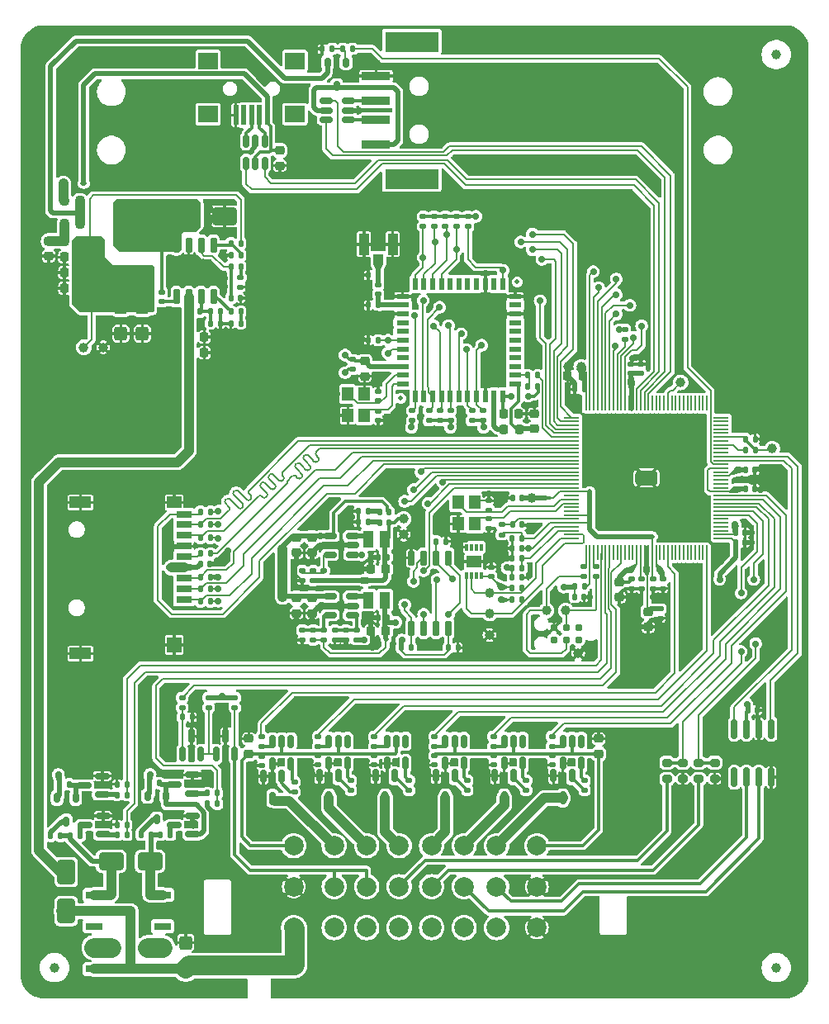
<source format=gbr>
%TF.GenerationSoftware,KiCad,Pcbnew,8.0.1*%
%TF.CreationDate,2024-03-23T09:32:29-06:00*%
%TF.ProjectId,underglow3,756e6465-7267-46c6-9f77-332e6b696361,rev?*%
%TF.SameCoordinates,Original*%
%TF.FileFunction,Copper,L1,Top*%
%TF.FilePolarity,Positive*%
%FSLAX46Y46*%
G04 Gerber Fmt 4.6, Leading zero omitted, Abs format (unit mm)*
G04 Created by KiCad (PCBNEW 8.0.1) date 2024-03-23 09:32:29*
%MOMM*%
%LPD*%
G01*
G04 APERTURE LIST*
G04 Aperture macros list*
%AMRoundRect*
0 Rectangle with rounded corners*
0 $1 Rounding radius*
0 $2 $3 $4 $5 $6 $7 $8 $9 X,Y pos of 4 corners*
0 Add a 4 corners polygon primitive as box body*
4,1,4,$2,$3,$4,$5,$6,$7,$8,$9,$2,$3,0*
0 Add four circle primitives for the rounded corners*
1,1,$1+$1,$2,$3*
1,1,$1+$1,$4,$5*
1,1,$1+$1,$6,$7*
1,1,$1+$1,$8,$9*
0 Add four rect primitives between the rounded corners*
20,1,$1+$1,$2,$3,$4,$5,0*
20,1,$1+$1,$4,$5,$6,$7,0*
20,1,$1+$1,$6,$7,$8,$9,0*
20,1,$1+$1,$8,$9,$2,$3,0*%
G04 Aperture macros list end*
%TA.AperFunction,SMDPad,CuDef*%
%ADD10C,1.000000*%
%TD*%
%TA.AperFunction,SMDPad,CuDef*%
%ADD11R,1.600000X0.700000*%
%TD*%
%TA.AperFunction,SMDPad,CuDef*%
%ADD12R,1.500000X1.200000*%
%TD*%
%TA.AperFunction,SMDPad,CuDef*%
%ADD13R,2.200000X1.200000*%
%TD*%
%TA.AperFunction,SMDPad,CuDef*%
%ADD14R,1.500000X1.600000*%
%TD*%
%TA.AperFunction,SMDPad,CuDef*%
%ADD15RoundRect,0.135000X-0.135000X-0.185000X0.135000X-0.185000X0.135000X0.185000X-0.135000X0.185000X0*%
%TD*%
%TA.AperFunction,SMDPad,CuDef*%
%ADD16R,3.000000X0.900000*%
%TD*%
%TA.AperFunction,SMDPad,CuDef*%
%ADD17R,5.500000X2.050013*%
%TD*%
%TA.AperFunction,SMDPad,CuDef*%
%ADD18RoundRect,0.140000X-0.140000X-0.170000X0.140000X-0.170000X0.140000X0.170000X-0.140000X0.170000X0*%
%TD*%
%TA.AperFunction,SMDPad,CuDef*%
%ADD19RoundRect,0.150000X-0.150000X0.825000X-0.150000X-0.825000X0.150000X-0.825000X0.150000X0.825000X0*%
%TD*%
%TA.AperFunction,SMDPad,CuDef*%
%ADD20RoundRect,0.135000X0.135000X0.185000X-0.135000X0.185000X-0.135000X-0.185000X0.135000X-0.185000X0*%
%TD*%
%TA.AperFunction,SMDPad,CuDef*%
%ADD21RoundRect,0.150000X-0.150000X0.512500X-0.150000X-0.512500X0.150000X-0.512500X0.150000X0.512500X0*%
%TD*%
%TA.AperFunction,SMDPad,CuDef*%
%ADD22RoundRect,0.140000X0.170000X-0.140000X0.170000X0.140000X-0.170000X0.140000X-0.170000X-0.140000X0*%
%TD*%
%TA.AperFunction,SMDPad,CuDef*%
%ADD23RoundRect,0.250000X-0.650000X1.000000X-0.650000X-1.000000X0.650000X-1.000000X0.650000X1.000000X0*%
%TD*%
%TA.AperFunction,SMDPad,CuDef*%
%ADD24RoundRect,0.225000X-0.250000X0.225000X-0.250000X-0.225000X0.250000X-0.225000X0.250000X0.225000X0*%
%TD*%
%TA.AperFunction,SMDPad,CuDef*%
%ADD25RoundRect,0.150000X0.150000X-0.587500X0.150000X0.587500X-0.150000X0.587500X-0.150000X-0.587500X0*%
%TD*%
%TA.AperFunction,SMDPad,CuDef*%
%ADD26RoundRect,0.150000X0.512500X0.150000X-0.512500X0.150000X-0.512500X-0.150000X0.512500X-0.150000X0*%
%TD*%
%TA.AperFunction,SMDPad,CuDef*%
%ADD27RoundRect,0.135000X0.185000X-0.135000X0.185000X0.135000X-0.185000X0.135000X-0.185000X-0.135000X0*%
%TD*%
%TA.AperFunction,SMDPad,CuDef*%
%ADD28RoundRect,0.140000X-0.170000X0.140000X-0.170000X-0.140000X0.170000X-0.140000X0.170000X0.140000X0*%
%TD*%
%TA.AperFunction,SMDPad,CuDef*%
%ADD29RoundRect,0.218750X0.218750X0.256250X-0.218750X0.256250X-0.218750X-0.256250X0.218750X-0.256250X0*%
%TD*%
%TA.AperFunction,SMDPad,CuDef*%
%ADD30RoundRect,0.135000X-0.185000X0.135000X-0.185000X-0.135000X0.185000X-0.135000X0.185000X0.135000X0*%
%TD*%
%TA.AperFunction,SMDPad,CuDef*%
%ADD31RoundRect,0.140000X0.140000X0.170000X-0.140000X0.170000X-0.140000X-0.170000X0.140000X-0.170000X0*%
%TD*%
%TA.AperFunction,SMDPad,CuDef*%
%ADD32RoundRect,0.200000X0.275000X-0.200000X0.275000X0.200000X-0.275000X0.200000X-0.275000X-0.200000X0*%
%TD*%
%TA.AperFunction,SMDPad,CuDef*%
%ADD33RoundRect,0.150000X0.587500X0.150000X-0.587500X0.150000X-0.587500X-0.150000X0.587500X-0.150000X0*%
%TD*%
%TA.AperFunction,SMDPad,CuDef*%
%ADD34RoundRect,0.225000X0.225000X0.250000X-0.225000X0.250000X-0.225000X-0.250000X0.225000X-0.250000X0*%
%TD*%
%TA.AperFunction,SMDPad,CuDef*%
%ADD35RoundRect,0.062500X-0.675000X-0.062500X0.675000X-0.062500X0.675000X0.062500X-0.675000X0.062500X0*%
%TD*%
%TA.AperFunction,SMDPad,CuDef*%
%ADD36RoundRect,0.062500X-0.062500X-0.675000X0.062500X-0.675000X0.062500X0.675000X-0.062500X0.675000X0*%
%TD*%
%TA.AperFunction,SMDPad,CuDef*%
%ADD37RoundRect,0.381000X-0.762000X-0.381000X0.762000X-0.381000X0.762000X0.381000X-0.762000X0.381000X0*%
%TD*%
%TA.AperFunction,SMDPad,CuDef*%
%ADD38RoundRect,0.225000X0.250000X-0.225000X0.250000X0.225000X-0.250000X0.225000X-0.250000X-0.225000X0*%
%TD*%
%TA.AperFunction,SMDPad,CuDef*%
%ADD39RoundRect,0.218750X-0.218750X-0.256250X0.218750X-0.256250X0.218750X0.256250X-0.218750X0.256250X0*%
%TD*%
%TA.AperFunction,SMDPad,CuDef*%
%ADD40RoundRect,0.225000X-0.225000X-0.250000X0.225000X-0.250000X0.225000X0.250000X-0.225000X0.250000X0*%
%TD*%
%TA.AperFunction,SMDPad,CuDef*%
%ADD41RoundRect,0.175000X-0.175000X0.325000X-0.175000X-0.325000X0.175000X-0.325000X0.175000X0.325000X0*%
%TD*%
%TA.AperFunction,SMDPad,CuDef*%
%ADD42RoundRect,0.150000X0.150000X-0.650000X0.150000X0.650000X-0.150000X0.650000X-0.150000X-0.650000X0*%
%TD*%
%TA.AperFunction,HeatsinkPad*%
%ADD43R,3.100000X2.410000*%
%TD*%
%TA.AperFunction,SMDPad,CuDef*%
%ADD44RoundRect,0.200000X-0.275000X0.200000X-0.275000X-0.200000X0.275000X-0.200000X0.275000X0.200000X0*%
%TD*%
%TA.AperFunction,SMDPad,CuDef*%
%ADD45RoundRect,0.147500X-0.147500X-0.172500X0.147500X-0.172500X0.147500X0.172500X-0.147500X0.172500X0*%
%TD*%
%TA.AperFunction,SMDPad,CuDef*%
%ADD46R,0.500000X2.000000*%
%TD*%
%TA.AperFunction,SMDPad,CuDef*%
%ADD47R,2.000000X1.700000*%
%TD*%
%TA.AperFunction,SMDPad,CuDef*%
%ADD48RoundRect,0.112500X-0.187500X-0.112500X0.187500X-0.112500X0.187500X0.112500X-0.187500X0.112500X0*%
%TD*%
%TA.AperFunction,SMDPad,CuDef*%
%ADD49R,1.200000X1.400000*%
%TD*%
%TA.AperFunction,SMDPad,CuDef*%
%ADD50RoundRect,0.250000X-1.000000X-0.650000X1.000000X-0.650000X1.000000X0.650000X-1.000000X0.650000X0*%
%TD*%
%TA.AperFunction,SMDPad,CuDef*%
%ADD51R,1.800000X0.800000*%
%TD*%
%TA.AperFunction,ComponentPad*%
%ADD52C,2.000000*%
%TD*%
%TA.AperFunction,SMDPad,CuDef*%
%ADD53RoundRect,0.250000X-0.425000X0.450000X-0.425000X-0.450000X0.425000X-0.450000X0.425000X0.450000X0*%
%TD*%
%TA.AperFunction,SMDPad,CuDef*%
%ADD54RoundRect,0.147500X-0.172500X0.147500X-0.172500X-0.147500X0.172500X-0.147500X0.172500X0.147500X0*%
%TD*%
%TA.AperFunction,SMDPad,CuDef*%
%ADD55R,1.000000X1.050013*%
%TD*%
%TA.AperFunction,SMDPad,CuDef*%
%ADD56R,1.050013X2.200000*%
%TD*%
%TA.AperFunction,SMDPad,CuDef*%
%ADD57R,1.300000X0.500000*%
%TD*%
%TA.AperFunction,SMDPad,CuDef*%
%ADD58R,0.500000X1.300000*%
%TD*%
%TA.AperFunction,SMDPad,CuDef*%
%ADD59C,0.500000*%
%TD*%
%TA.AperFunction,SMDPad,CuDef*%
%ADD60R,0.300000X0.750000*%
%TD*%
%TA.AperFunction,SMDPad,CuDef*%
%ADD61R,1.500000X1.300000*%
%TD*%
%TA.AperFunction,SMDPad,CuDef*%
%ADD62RoundRect,0.250000X0.425000X-0.450000X0.425000X0.450000X-0.425000X0.450000X-0.425000X-0.450000X0*%
%TD*%
%TA.AperFunction,SMDPad,CuDef*%
%ADD63R,1.000000X1.720015*%
%TD*%
%TA.AperFunction,ConnectorPad*%
%ADD64C,0.787400*%
%TD*%
%TA.AperFunction,SMDPad,CuDef*%
%ADD65RoundRect,0.150000X-0.150000X0.650000X-0.150000X-0.650000X0.150000X-0.650000X0.150000X0.650000X0*%
%TD*%
%TA.AperFunction,SMDPad,CuDef*%
%ADD66R,3.620015X2.424003*%
%TD*%
%TA.AperFunction,ViaPad*%
%ADD67C,0.800000*%
%TD*%
%TA.AperFunction,ViaPad*%
%ADD68C,0.700000*%
%TD*%
%TA.AperFunction,ViaPad*%
%ADD69C,1.000000*%
%TD*%
%TA.AperFunction,Conductor*%
%ADD70C,0.180000*%
%TD*%
%TA.AperFunction,Conductor*%
%ADD71C,0.200000*%
%TD*%
%TA.AperFunction,Conductor*%
%ADD72C,0.500000*%
%TD*%
%TA.AperFunction,Conductor*%
%ADD73C,0.300000*%
%TD*%
%TA.AperFunction,Conductor*%
%ADD74C,1.000000*%
%TD*%
%TA.AperFunction,Conductor*%
%ADD75C,2.000000*%
%TD*%
G04 APERTURE END LIST*
D10*
%TO.P,TP202,1,1*%
%TO.N,/Application/LDOA_OUT*%
X48900000Y48140000D03*
%TD*%
D11*
%TO.P,J203,1,DAT2*%
%TO.N,/Application/SDCO0_D2*%
X13263513Y37699873D03*
%TO.P,J203,2,DAT3/CD*%
%TO.N,/Application/SDCO0_D3*%
X13263513Y38799950D03*
%TO.P,J203,3,CMD*%
%TO.N,/Application/SDCO0_CMD*%
X13263513Y39900026D03*
%TO.P,J203,4,VDD*%
%TO.N,+3V3*%
X13263513Y41000102D03*
%TO.P,J203,5,CLK*%
%TO.N,/Application/SD_CLK*%
X13263513Y42099924D03*
%TO.P,J203,6,VSS*%
%TO.N,GND*%
X13263513Y43200000D03*
%TO.P,J203,7,DAT0*%
%TO.N,/Application/SDCO0_D0*%
X13263513Y44300077D03*
%TO.P,J203,8,DAT1*%
%TO.N,/Application/SDCO0_D1*%
X13263513Y45399899D03*
%TO.P,J203,9,CD*%
%TO.N,/Application/SD_DET*%
X13263513Y46499975D03*
D12*
%TO.P,J203,10,SHIELD*%
%TO.N,GND*%
X12263513Y47700128D03*
D13*
%TO.P,J203,11,SHIELD*%
X2663563Y47700128D03*
%TO.P,J203,12,SHIELD*%
X2663563Y32200000D03*
D14*
%TO.P,J203,13,SHIELD*%
X12263513Y33099924D03*
%TD*%
D10*
%TO.P,TP304,1,1*%
%TO.N,GND*%
X35800000Y44400000D03*
%TD*%
%TO.P,TP303,1,1*%
%TO.N,+3V3*%
X35800000Y46000000D03*
%TD*%
%TO.P,TP201,1,1*%
%TO.N,Net-(U201-VCC-TVIN)*%
X64200000Y60000000D03*
%TD*%
D15*
%TO.P,R203,1*%
%TO.N,+3V3*%
X35569798Y32800000D03*
%TO.P,R203,2*%
%TO.N,/Application/SPI0_MISO*%
X36589796Y32800000D03*
%TD*%
D16*
%TO.P,J302,1,VBUS*%
%TO.N,Net-(J302-VBUS)*%
X32975005Y84400127D03*
%TO.P,J302,2,D-*%
%TO.N,Net-(J302-D-)*%
X32975006Y86900000D03*
%TO.P,J302,3,D+*%
%TO.N,Net-(J302-D+)*%
X32975006Y88900000D03*
%TO.P,J302,4,GND*%
%TO.N,GND*%
X32975005Y91399873D03*
D17*
%TO.P,J302,5,Shield*%
%TO.N,unconnected-(J302-Shield-Pad5)*%
X36624994Y80874854D03*
%TO.P,J302,6*%
%TO.N,N/C*%
X36624994Y94925146D03*
%TD*%
D18*
%TO.P,C202,1*%
%TO.N,+3V3*%
X40399795Y32800000D03*
%TO.P,C202,2*%
%TO.N,GND*%
X41359795Y32800000D03*
%TD*%
D15*
%TO.P,R428,1*%
%TO.N,GND*%
X31145232Y45687519D03*
%TO.P,R428,2*%
%TO.N,Net-(D409-K)*%
X32165230Y45687519D03*
%TD*%
D19*
%TO.P,U405,1,D*%
%TO.N,/Application/CAN0_TX*%
X73505000Y24475000D03*
%TO.P,U405,2,GND*%
%TO.N,GND*%
X72235000Y24475000D03*
%TO.P,U405,3,VCC*%
%TO.N,+3V3*%
X70965000Y24475000D03*
%TO.P,U405,4,R*%
%TO.N,/Application/CAN0_RX*%
X69695000Y24475000D03*
%TO.P,U405,5,Vref*%
%TO.N,unconnected-(U405-Vref-Pad5)*%
X69695000Y19525000D03*
%TO.P,U405,6,CANL*%
%TO.N,/Power/CAN_L*%
X70965000Y19525000D03*
%TO.P,U405,7,CANH*%
%TO.N,/Power/CAN_H*%
X72235000Y19525000D03*
%TO.P,U405,8,Rs*%
%TO.N,GND*%
X73505000Y19525000D03*
%TD*%
D20*
%TO.P,R330,1*%
%TO.N,/Application/RELAY_COIL_GND*%
X7421872Y13600627D03*
%TO.P,R330,2*%
%TO.N,Net-(Q305-G)*%
X6401874Y13600627D03*
%TD*%
D21*
%TO.P,Q309,1,G*%
%TO.N,/Power/RGB1_R_G*%
X41030998Y19675000D03*
%TO.P,Q309,2,S*%
%TO.N,GND*%
X39131000Y19675000D03*
%TO.P,Q309,3,D*%
%TO.N,/Power/RGB_R1*%
X40080999Y17400000D03*
%TD*%
D22*
%TO.P,C402,1*%
%TO.N,/RL-SM02BD-8723BS/XI*%
X33200000Y58120000D03*
%TO.P,C402,2*%
%TO.N,GND*%
X33200000Y59080000D03*
%TD*%
D23*
%TO.P,D304,1,K*%
%TO.N,Net-(D304-K)*%
X1200000Y9800002D03*
%TO.P,D304,2,A*%
%TO.N,/Power/VIN*%
X1200000Y5800000D03*
%TD*%
D24*
%TO.P,C213,1*%
%TO.N,+0v9*%
X57900000Y39550051D03*
%TO.P,C213,2*%
%TO.N,GND*%
X57900000Y38000051D03*
%TD*%
D25*
%TO.P,Q312,1,B*%
%TO.N,Net-(Q308-E)*%
X16588756Y21862500D03*
%TO.P,Q312,2,E*%
%TO.N,/Power/LEDC_OUT*%
X18488756Y21862500D03*
%TO.P,Q312,3,C*%
%TO.N,GND*%
X17538756Y23737501D03*
%TD*%
D26*
%TO.P,U403,1,EN*%
%TO.N,Net-(U403-EN)*%
X30537728Y36137524D03*
%TO.P,U403,2,GND*%
%TO.N,GND*%
X30537728Y37087523D03*
%TO.P,U403,3,LX*%
%TO.N,Net-(U403-LX)*%
X30537728Y38037522D03*
%TO.P,U403,4,IN*%
%TO.N,+5V*%
X28262728Y38037522D03*
%TO.P,U403,5,FB*%
%TO.N,Net-(U403-FB)*%
X28262728Y36137524D03*
%TD*%
D27*
%TO.P,R419,1*%
%TO.N,+3V3*%
X31000228Y33587522D03*
%TO.P,R419,2*%
%TO.N,Net-(U403-EN)*%
X31000228Y34607520D03*
%TD*%
D20*
%TO.P,C218,1*%
%TO.N,+3V3*%
X47959794Y42992051D03*
%TO.P,C218,2*%
%TO.N,GND*%
X46939796Y42992051D03*
%TD*%
D18*
%TO.P,C205,1*%
%TO.N,/Application/RST*%
X46969795Y45400051D03*
%TO.P,C205,2*%
%TO.N,GND*%
X47929795Y45400051D03*
%TD*%
D27*
%TO.P,R214,1*%
%TO.N,Net-(J202-Pin_4)*%
X54279975Y40090052D03*
%TO.P,R214,2*%
%TO.N,/Application/UART0_RX*%
X54279975Y41110050D03*
%TD*%
D28*
%TO.P,C319,1*%
%TO.N,/Power/RGB1_OUT*%
X45011998Y21730000D03*
%TO.P,C319,2*%
%TO.N,GND*%
X45011998Y20770000D03*
%TD*%
D29*
%TO.P,L403,1,1*%
%TO.N,/RL-SM02BD-8723BS/VIN_LDO*%
X47625000Y55200000D03*
%TO.P,L403,2,2*%
%TO.N,Net-(U401-VIN_LDO_OUT)*%
X46049998Y55200000D03*
%TD*%
D27*
%TO.P,R455,1*%
%TO.N,/RL-SM02BD-8723BS/VDD_WIFI*%
X39509999Y56080002D03*
%TO.P,R455,2*%
%TO.N,/Application/WIFI_DAT3*%
X39509999Y57100000D03*
%TD*%
D20*
%TO.P,R331,1*%
%TO.N,/Application/RELAY_COIL_VDC*%
X7421873Y18800628D03*
%TO.P,R331,2*%
%TO.N,GND*%
X6401875Y18800628D03*
%TD*%
D28*
%TO.P,C211,1*%
%TO.N,+0v9*%
X59200000Y39825051D03*
%TO.P,C211,2*%
%TO.N,GND*%
X59200000Y38865051D03*
%TD*%
D18*
%TO.P,C305,1*%
%TO.N,/Power/COMP*%
X18120000Y68649337D03*
%TO.P,C305,2*%
%TO.N,GND*%
X19080000Y68649337D03*
%TD*%
D27*
%TO.P,R453,1*%
%TO.N,/RL-SM02BD-8723BS/VDD_WIFI*%
X43909999Y56080002D03*
%TO.P,R453,2*%
%TO.N,/Application/WIFI_DAT1*%
X43909999Y57100000D03*
%TD*%
D20*
%TO.P,R220,1*%
%TO.N,+3V3*%
X15983536Y37550064D03*
%TO.P,R220,2*%
%TO.N,/Application/SDCO0_D2*%
X14963538Y37550064D03*
%TD*%
%TO.P,R315,1*%
%TO.N,/Power/FB*%
X19109999Y73049337D03*
%TO.P,R315,2*%
%TO.N,GND*%
X18090001Y73049337D03*
%TD*%
D30*
%TO.P,R401,1*%
%TO.N,/RL-SM02BD-8723BS/VDD_WIFI*%
X41200000Y77019998D03*
%TO.P,R401,2*%
%TO.N,/Application/HCI_RTS*%
X41200000Y76000000D03*
%TD*%
%TO.P,R207,1*%
%TO.N,/Application/DZQ*%
X60200000Y39855050D03*
%TO.P,R207,2*%
%TO.N,GND*%
X60200000Y38835052D03*
%TD*%
D15*
%TO.P,R202,1*%
%TO.N,/Application/SD_CLK*%
X14963538Y42450064D03*
%TO.P,R202,2*%
%TO.N,/Application/SDCO0_CLK*%
X15983536Y42450064D03*
%TD*%
D10*
%TO.P,TP301,1,1*%
%TO.N,Net-(C308-Pad1)*%
X3000000Y63596618D03*
%TD*%
D31*
%TO.P,C236,1*%
%TO.N,+3V3*%
X54319975Y59300051D03*
%TO.P,C236,2*%
%TO.N,GND*%
X53359975Y59300051D03*
%TD*%
D18*
%TO.P,C201,1*%
%TO.N,+3V3*%
X14993537Y41350064D03*
%TO.P,C201,2*%
%TO.N,GND*%
X15953537Y41350064D03*
%TD*%
D20*
%TO.P,R221,1*%
%TO.N,+3V3*%
X15983536Y38820064D03*
%TO.P,R221,2*%
%TO.N,/Application/SDCO0_D3*%
X14963538Y38820064D03*
%TD*%
D32*
%TO.P,R311,1*%
%TO.N,/Power/PI2*%
X62800000Y19350000D03*
%TO.P,R311,2*%
%TO.N,/Power/PI2_DIV*%
X62800000Y21000000D03*
%TD*%
D30*
%TO.P,R415,1*%
%TO.N,Net-(U402-FB)*%
X25400228Y40709999D03*
%TO.P,R415,2*%
%TO.N,GND*%
X25400228Y39690001D03*
%TD*%
D24*
%TO.P,C416,1*%
%TO.N,/RL-SM02BD-8723BS/VDD_WIFI*%
X31800000Y62175000D03*
%TO.P,C416,2*%
%TO.N,GND*%
X31800000Y60625000D03*
%TD*%
D21*
%TO.P,U305,1,NC*%
%TO.N,unconnected-(U305-NC-Pad1)*%
X48011996Y23207500D03*
%TO.P,U305,2,Vdd*%
%TO.N,/Power/RGB1_OUT*%
X47061997Y23207500D03*
%TO.P,U305,3,IN*%
%TO.N,Net-(U305-IN)*%
X46111998Y23207500D03*
%TO.P,U305,4,GND*%
%TO.N,GND*%
X46111998Y20932500D03*
%TO.P,U305,5,OUT*%
%TO.N,Net-(U305-OUT)*%
X48011996Y20932500D03*
%TD*%
D20*
%TO.P,R329,1*%
%TO.N,/Application/RELAY_COIL_GND*%
X7421873Y14650626D03*
%TO.P,R329,2*%
%TO.N,GND*%
X6401875Y14650626D03*
%TD*%
D28*
%TO.P,C413,1*%
%TO.N,Net-(U403-EN)*%
X28754228Y34577521D03*
%TO.P,C413,2*%
%TO.N,GND*%
X28754228Y33617521D03*
%TD*%
D20*
%TO.P,R204,1*%
%TO.N,+3V3*%
X15983536Y46750064D03*
%TO.P,R204,2*%
%TO.N,/Application/SD_DET*%
X14963538Y46750064D03*
%TD*%
D28*
%TO.P,C321,1*%
%TO.N,/Power/RGB1_OUT*%
X51013000Y21730000D03*
%TO.P,C321,2*%
%TO.N,GND*%
X51013000Y20770000D03*
%TD*%
D21*
%TO.P,U303,1,I/O1*%
%TO.N,Net-(J404-D-)*%
X21549999Y84737500D03*
%TO.P,U303,2,GND*%
%TO.N,GND*%
X20600000Y84737500D03*
%TO.P,U303,3,I/O2*%
%TO.N,Net-(J404-D+)*%
X19650001Y84737500D03*
%TO.P,U303,4,I/O2*%
%TO.N,/Application/USB0_DP*%
X19650001Y82462500D03*
%TO.P,U303,5,VBUS*%
%TO.N,/Power/VBUS*%
X20600000Y82462500D03*
%TO.P,U303,6,I/O1*%
%TO.N,/Application/USB0_DN*%
X21549999Y82462500D03*
%TD*%
D33*
%TO.P,Q302,1,G*%
%TO.N,Net-(Q302-G)*%
X14155003Y17850000D03*
%TO.P,Q302,2,S*%
%TO.N,GND*%
X14155003Y19750000D03*
%TO.P,Q302,3,D*%
%TO.N,Net-(Q302-D)*%
X12280002Y18800000D03*
%TD*%
D34*
%TO.P,C308,1*%
%TO.N,Net-(C308-Pad1)*%
X2575000Y69649337D03*
%TO.P,C308,2*%
%TO.N,GND*%
X1025000Y69649337D03*
%TD*%
D22*
%TO.P,C215,1*%
%TO.N,+0v9*%
X60149819Y60900052D03*
%TO.P,C215,2*%
%TO.N,GND*%
X60149819Y61860052D03*
%TD*%
D35*
%TO.P,U201,1,PG6*%
%TO.N,/Application/HCI_TX*%
X53037500Y56400000D03*
%TO.P,U201,2,PG7*%
%TO.N,/Application/HCI_RX*%
X53037500Y56000000D03*
%TO.P,U201,3,PG8*%
%TO.N,/Application/HCI_RTS*%
X53037500Y55600000D03*
%TO.P,U201,4,PG9*%
%TO.N,/Application/HCI_CTS*%
X53037500Y55200000D03*
%TO.P,U201,5,PG10*%
%TO.N,/Application/WL_WAKE_AP*%
X53037500Y54800000D03*
%TO.P,U201,6,PG11*%
%TO.N,/Application/SUS_CLK*%
X53037500Y54400000D03*
%TO.P,U201,7,PF0*%
%TO.N,/Application/SDCO0_D1*%
X53037500Y54000000D03*
%TO.P,U201,8,PF1*%
%TO.N,/Application/SDCO0_D0*%
X53037500Y53600000D03*
%TO.P,U201,9,PF2*%
%TO.N,/Application/SDCO0_CLK*%
X53037500Y53200000D03*
%TO.P,U201,10,PF3*%
%TO.N,/Application/SDCO0_CMD*%
X53037500Y52800000D03*
%TO.P,U201,11,PF4*%
%TO.N,/Application/SDCO0_D3*%
X53037500Y52400000D03*
%TO.P,U201,12,PF5*%
%TO.N,/Application/SDCO0_D2*%
X53037500Y52000000D03*
%TO.P,U201,13,PF6*%
%TO.N,/Application/SD_DET*%
X53037500Y51600000D03*
%TO.P,U201,14,PC7*%
%TO.N,/Application/SPI0_HLD*%
X53037500Y51200000D03*
%TO.P,U201,15,PC6*%
%TO.N,/Application/SPI0_WP*%
X53037500Y50800000D03*
%TO.P,U201,16,PC5*%
%TO.N,/Application/SPI0_MISO*%
X53037500Y50400000D03*
%TO.P,U201,17,PC4*%
%TO.N,/Application/SPI0_MOSI*%
X53037500Y50000000D03*
%TO.P,U201,18,PC3*%
%TO.N,/Application/SPI0_CS0*%
X53037500Y49600000D03*
%TO.P,U201,19,PC2*%
%TO.N,/Application/SPI0_CLK*%
X53037500Y49200000D03*
%TO.P,U201,20,VCC-PLL*%
%TO.N,/Application/LDOA_OUT*%
X53037500Y48800000D03*
%TO.P,U201,21,REFCLK-OUT*%
%TO.N,unconnected-(U201-REFCLK-OUT-Pad21)*%
X53037500Y48400000D03*
%TO.P,U201,22,DXOUT*%
%TO.N,/Application/XO*%
X53037500Y48000000D03*
%TO.P,U201,23,DXIN*%
%TO.N,/Application/XI*%
X53037500Y47600000D03*
%TO.P,U201,24,X32KOUT*%
%TO.N,unconnected-(U201-X32KOUT-Pad24)*%
X53037500Y47200000D03*
%TO.P,U201,25,XX32KIN*%
%TO.N,unconnected-(U201-XX32KIN-Pad25)*%
X53037500Y46800000D03*
%TO.P,U201,26,VCC-RTC*%
%TO.N,/Application/LDOA_OUT*%
X53037500Y46400000D03*
%TO.P,U201,27,RST*%
%TO.N,/Application/RST*%
X53037500Y46000000D03*
%TO.P,U201,28,LDOA-OUT*%
%TO.N,/Application/LDOA_OUT*%
X53037500Y45600000D03*
%TO.P,U201,29,LDO-IN*%
%TO.N,+3V3*%
X53037500Y45200000D03*
%TO.P,U201,30,LDOB-OUT*%
%TO.N,/Application/LDOB_OUT*%
X53037500Y44800000D03*
%TO.P,U201,31,PE13*%
%TO.N,/Application/I2C_SDA*%
X53037500Y44400000D03*
%TO.P,U201,32,PE12*%
%TO.N,/Application/I2C_SCL*%
X53037500Y44000000D03*
D36*
%TO.P,U201,33,PE3*%
%TO.N,/Application/UART0_RX*%
X54500000Y42537500D03*
%TO.P,U201,34,VCC-PE*%
%TO.N,/Application/VCC_PE*%
X54900000Y42537500D03*
%TO.P,U201,35,PE2*%
%TO.N,/Application/UART0_TX*%
X55300000Y42537500D03*
%TO.P,U201,36,PE11*%
%TO.N,unconnected-(U201-PE11-Pad36)*%
X55700000Y42537500D03*
%TO.P,U201,37,PE10*%
%TO.N,/Application/RELAY_COIL_VDC*%
X56100000Y42537500D03*
%TO.P,U201,38,PE9*%
%TO.N,/Application/RELAY_COIL_GND*%
X56500000Y42537500D03*
%TO.P,U201,39,PE8*%
%TO.N,/Application/RELAY_SW*%
X56900000Y42537500D03*
%TO.P,U201,40,PE7*%
%TO.N,unconnected-(U201-PE7-Pad40)*%
X57300000Y42537500D03*
%TO.P,U201,41,PE6*%
%TO.N,unconnected-(U201-PE6-Pad41)*%
X57700000Y42537500D03*
%TO.P,U201,42,PE5*%
%TO.N,/Application/LEDC*%
X58100000Y42537500D03*
%TO.P,U201,43,PE4*%
%TO.N,unconnected-(U201-PE4-Pad43)*%
X58500000Y42537500D03*
%TO.P,U201,44,PE0*%
%TO.N,unconnected-(U201-PE0-Pad44)*%
X58900000Y42537500D03*
%TO.P,U201,45,PE1*%
%TO.N,unconnected-(U201-PE1-Pad45)*%
X59300000Y42537500D03*
%TO.P,U201,46,VDD-SYS0*%
%TO.N,+0v9*%
X59700000Y42537500D03*
%TO.P,U201,47,DZQ*%
%TO.N,/Application/DZQ*%
X60100000Y42537500D03*
%TO.P,U201,48,VCC-DRAM0*%
%TO.N,/Application/VCC_DRAM*%
X60500000Y42537500D03*
%TO.P,U201,49,VCC-DRAM1*%
X60900000Y42537500D03*
%TO.P,U201,50,VDD18-DRAM*%
%TO.N,/Application/LDOA_OUT*%
X61300000Y42537500D03*
%TO.P,U201,51,VDD-SYS0*%
%TO.N,+0v9*%
X61700000Y42537500D03*
%TO.P,U201,52,PD22*%
%TO.N,unconnected-(U201-PD22-Pad52)*%
X62100000Y42537500D03*
%TO.P,U201,53,PD21*%
%TO.N,unconnected-(U201-PD21-Pad53)*%
X62500000Y42537500D03*
%TO.P,U201,54,PD20*%
%TO.N,/Application/PWM4*%
X62900000Y42537500D03*
%TO.P,U201,55,PD0*%
%TO.N,unconnected-(U201-PD0-Pad55)*%
X63300000Y42537500D03*
%TO.P,U201,56,PD1*%
%TO.N,unconnected-(U201-PD1-Pad56)*%
X63700000Y42537500D03*
%TO.P,U201,57,PD2*%
%TO.N,unconnected-(U201-PD2-Pad57)*%
X64100000Y42537500D03*
%TO.P,U201,58,PD3*%
%TO.N,unconnected-(U201-PD3-Pad58)*%
X64500000Y42537500D03*
%TO.P,U201,59,PD4*%
%TO.N,unconnected-(U201-PD4-Pad59)*%
X64900000Y42537500D03*
%TO.P,U201,60,PD5*%
%TO.N,unconnected-(U201-PD5-Pad60)*%
X65300000Y42537500D03*
%TO.P,U201,61,PD6*%
%TO.N,unconnected-(U201-PD6-Pad61)*%
X65700000Y42537500D03*
%TO.P,U201,62,PD7*%
%TO.N,unconnected-(U201-PD7-Pad62)*%
X66100000Y42537500D03*
%TO.P,U201,63,PD8*%
%TO.N,unconnected-(U201-PD8-Pad63)*%
X66500000Y42537500D03*
%TO.P,U201,64,PD9*%
%TO.N,/Application/PWM6*%
X66900000Y42537500D03*
D35*
%TO.P,U201,65,VCC-LVDS*%
%TO.N,/Application/VCC_DRAM*%
X68362500Y44000000D03*
%TO.P,U201,66,VCC-PD*%
%TO.N,+3V3*%
X68362500Y44400000D03*
%TO.P,U201,67,PD10*%
%TO.N,unconnected-(U201-PD10-Pad67)*%
X68362500Y44800000D03*
%TO.P,U201,68,PD11*%
%TO.N,unconnected-(U201-PD11-Pad68)*%
X68362500Y45200000D03*
%TO.P,U201,69,PD13*%
%TO.N,unconnected-(U201-PD13-Pad69)*%
X68362500Y45600000D03*
%TO.P,U201,70,PD12*%
%TO.N,unconnected-(U201-PD12-Pad70)*%
X68362500Y46000000D03*
%TO.P,U201,71,PD14*%
%TO.N,/Power/PI2_DIV*%
X68362500Y46400000D03*
%TO.P,U201,72,PD15*%
%TO.N,/Power/PI1_DIV*%
X68362500Y46800000D03*
%TO.P,U201,73,PD16*%
%TO.N,/Application/PWM0*%
X68362500Y47200000D03*
%TO.P,U201,74,PD17*%
%TO.N,/Application/PWM1*%
X68362500Y47600000D03*
%TO.P,U201,75,PD18*%
%TO.N,/Application/PWM2*%
X68362500Y48000000D03*
%TO.P,U201,76,PD19*%
%TO.N,/Application/PWM3*%
X68362500Y48400000D03*
%TO.P,U201,77,VCC-TVOUT*%
%TO.N,+3V3*%
X68362500Y48800000D03*
%TO.P,U201,78,TVOUT0*%
%TO.N,unconnected-(U201-TVOUT0-Pad78)*%
X68362500Y49200000D03*
%TO.P,U201,79,PB7*%
%TO.N,unconnected-(U201-PB7-Pad79)*%
X68362500Y49600000D03*
%TO.P,U201,80,PB6*%
%TO.N,unconnected-(U201-PB6-Pad80)*%
X68362500Y50000000D03*
%TO.P,U201,81,VDD-SYS2*%
%TO.N,+0v9*%
X68362500Y50400000D03*
%TO.P,U201,82,PB5*%
%TO.N,unconnected-(U201-PB5-Pad82)*%
X68362500Y50800000D03*
%TO.P,U201,83,VCC-IO*%
%TO.N,+3V3*%
X68362500Y51200000D03*
%TO.P,U201,84,PB4*%
%TO.N,/Application/USB_SW*%
X68362500Y51600000D03*
%TO.P,U201,85,PB3*%
%TO.N,/Application/CAN0_RX*%
X68362500Y52000000D03*
%TO.P,U201,86,PB2*%
%TO.N,/Application/CAN0_TX*%
X68362500Y52400000D03*
%TO.P,U201,87,MICIN3P*%
%TO.N,unconnected-(U201-MICIN3P-Pad87)*%
X68362500Y52800000D03*
%TO.P,U201,88,MICIN3N*%
%TO.N,unconnected-(U201-MICIN3N-Pad88)*%
X68362500Y53200000D03*
%TO.P,U201,89,AVCC*%
%TO.N,+1V8A*%
X68362500Y53600000D03*
%TO.P,U201,90,VRA2*%
%TO.N,unconnected-(U201-VRA2-Pad90)*%
X68362500Y54000000D03*
%TO.P,U201,91,AGND*%
%TO.N,GNDA*%
X68362500Y54400000D03*
%TO.P,U201,92,VRA1*%
%TO.N,unconnected-(U201-VRA1-Pad92)*%
X68362500Y54800000D03*
%TO.P,U201,93,FMINR*%
%TO.N,unconnected-(U201-FMINR-Pad93)*%
X68362500Y55200000D03*
%TO.P,U201,94,FMINL*%
%TO.N,unconnected-(U201-FMINL-Pad94)*%
X68362500Y55600000D03*
%TO.P,U201,95,LINEINR*%
%TO.N,unconnected-(U201-LINEINR-Pad95)*%
X68362500Y56000000D03*
%TO.P,U201,96,LINEINL*%
%TO.N,unconnected-(U201-LINEINL-Pad96)*%
X68362500Y56400000D03*
D36*
%TO.P,U201,97,HPVCC*%
%TO.N,unconnected-(U201-HPVCC-Pad97)*%
X66900000Y57862500D03*
%TO.P,U201,98,HPOUTR*%
%TO.N,unconnected-(U201-HPOUTR-Pad98)*%
X66500000Y57862500D03*
%TO.P,U201,99,HPOUTL*%
%TO.N,unconnected-(U201-HPOUTL-Pad99)*%
X66100000Y57862500D03*
%TO.P,U201,100,HPOUTFB*%
%TO.N,unconnected-(U201-HPOUTFB-Pad100)*%
X65700000Y57862500D03*
%TO.P,U201,101,GPADC0*%
%TO.N,unconnected-(U201-GPADC0-Pad101)*%
X65300000Y57862500D03*
%TO.P,U201,102,TP-X1*%
%TO.N,unconnected-(U201-TP-X1-Pad102)*%
X64900000Y57862500D03*
%TO.P,U201,103,TP-X2*%
%TO.N,unconnected-(U201-TP-X2-Pad103)*%
X64500000Y57862500D03*
%TO.P,U201,104,TP-Y1*%
%TO.N,unconnected-(U201-TP-Y1-Pad104)*%
X64100000Y57862500D03*
%TO.P,U201,105,TP-Y2*%
%TO.N,unconnected-(U201-TP-Y2-Pad105)*%
X63700000Y57862500D03*
%TO.P,U201,106,NC0*%
%TO.N,unconnected-(U201-NC0-Pad106)*%
X63300000Y57862500D03*
%TO.P,U201,107,VCC-TVIN*%
%TO.N,Net-(U201-VCC-TVIN)*%
X62900000Y57862500D03*
%TO.P,U201,108,TVIN0*%
%TO.N,unconnected-(U201-TVIN0-Pad108)*%
X62500000Y57862500D03*
%TO.P,U201,109,TVIN1*%
%TO.N,unconnected-(U201-TVIN1-Pad109)*%
X62100000Y57862500D03*
%TO.P,U201,110,TVIN-VRP*%
%TO.N,unconnected-(U201-TVIN-VRP-Pad110)*%
X61700000Y57862500D03*
%TO.P,U201,111,TVIN-VRN*%
%TO.N,unconnected-(U201-TVIN-VRN-Pad111)*%
X61300000Y57862500D03*
%TO.P,U201,112,USB1-DP*%
%TO.N,/Application/USB1_DP*%
X60900000Y57862500D03*
%TO.P,U201,113,USB1-DM*%
%TO.N,/Application/USB1_DN*%
X60500000Y57862500D03*
%TO.P,U201,114,USB0-DM*%
%TO.N,/Application/USB0_DN*%
X60100000Y57862500D03*
%TO.P,U201,115,USB0-DP*%
%TO.N,/Application/USB0_DP*%
X59700000Y57862500D03*
%TO.P,U201,116,VDD-CORE0*%
%TO.N,+0v9*%
X59300000Y57862500D03*
%TO.P,U201,117,VDD-CORE1*%
X58900000Y57862500D03*
%TO.P,U201,118,PG1*%
%TO.N,/Application/WIFI_CMD*%
X58500000Y57862500D03*
%TO.P,U201,119,PG2*%
%TO.N,/Application/WIFI_DAT0*%
X58100000Y57862500D03*
%TO.P,U201,120,PG0*%
%TO.N,Net-(U201-PG0)*%
X57700000Y57862500D03*
%TO.P,U201,121,PG3*%
%TO.N,/Application/WIFI_DAT1*%
X57300000Y57862500D03*
%TO.P,U201,122,PG5*%
%TO.N,/Application/WIFI_DAT3*%
X56900000Y57862500D03*
%TO.P,U201,123,PG4*%
%TO.N,/Application/WIFI_DAT2*%
X56500000Y57862500D03*
%TO.P,U201,124,PG12*%
%TO.N,/Application/WL_REG_ON*%
X56100000Y57862500D03*
%TO.P,U201,125,PG13*%
%TO.N,/Application/AP_WAKE_BT*%
X55700000Y57862500D03*
%TO.P,U201,126,PG14*%
%TO.N,/Application/BT_WAKE_AP*%
X55300000Y57862500D03*
%TO.P,U201,127,PG15*%
%TO.N,/Application/BT_EN*%
X54900000Y57862500D03*
%TO.P,U201,128,VCC-PG*%
%TO.N,+3V3*%
X54500000Y57862500D03*
D37*
%TO.P,U201,129,EP*%
%TO.N,GND*%
X60700000Y50200000D03*
%TD*%
D32*
%TO.P,R307,1*%
%TO.N,/Power/PI1*%
X66060000Y19350000D03*
%TO.P,R307,2*%
%TO.N,/Power/PI1_DIV*%
X66060000Y21000000D03*
%TD*%
D30*
%TO.P,R436,1*%
%TO.N,/Application/PWM1*%
X38980999Y23717499D03*
%TO.P,R436,2*%
%TO.N,Net-(U304-IN)*%
X38980999Y22697501D03*
%TD*%
D27*
%TO.P,R418,1*%
%TO.N,GND*%
X29872228Y33587522D03*
%TO.P,R418,2*%
%TO.N,Net-(U403-EN)*%
X29872228Y34607520D03*
%TD*%
%TO.P,R411,1*%
%TO.N,Net-(U306-IN)*%
X51013000Y22697501D03*
%TO.P,R411,2*%
%TO.N,/Application/PWM3*%
X51013000Y23717499D03*
%TD*%
D38*
%TO.P,C316,1*%
%TO.N,/Power/RGB1_OUT*%
X55800000Y21925000D03*
%TO.P,C316,2*%
%TO.N,GND*%
X55800000Y23475000D03*
%TD*%
D24*
%TO.P,C409,1*%
%TO.N,+5V*%
X26400228Y37887522D03*
%TO.P,C409,2*%
%TO.N,GND*%
X26400228Y36337522D03*
%TD*%
D39*
%TO.P,FB302,1*%
%TO.N,Net-(C311-Pad1)*%
X1012499Y76249337D03*
%TO.P,FB302,2*%
%TO.N,+5V*%
X2587501Y76249337D03*
%TD*%
D20*
%TO.P,R216,1*%
%TO.N,GND*%
X71849793Y54200000D03*
%TO.P,R216,2*%
%TO.N,GNDA*%
X70829795Y54200000D03*
%TD*%
D10*
%TO.P,REF\u002A\u002A,*%
%TO.N,*%
X74000000Y0D03*
%TD*%
%TO.P,TP214,1,1*%
%TO.N,/Application/I2C_SCL*%
X44629795Y38400051D03*
%TD*%
D22*
%TO.P,C405,1*%
%TO.N,+3V3*%
X27636228Y39720000D03*
%TO.P,C405,2*%
%TO.N,Net-(U402-FB)*%
X27636228Y40680000D03*
%TD*%
D40*
%TO.P,C415,1*%
%TO.N,/RL-SM02BD-8723BS/VDD_WIFI*%
X46050000Y56800000D03*
%TO.P,C415,2*%
%TO.N,GND*%
X47600000Y56800000D03*
%TD*%
D38*
%TO.P,C429,1*%
%TO.N,/RL-SM02BD-8723BS/VIN_LDO*%
X49225000Y55225000D03*
%TO.P,C429,2*%
%TO.N,GND*%
X49225000Y56775000D03*
%TD*%
D20*
%TO.P,R320,1*%
%TO.N,/Application/RELAY_SW*%
X16700000Y17900001D03*
%TO.P,R320,2*%
%TO.N,Net-(Q302-G)*%
X15680002Y17900001D03*
%TD*%
D15*
%TO.P,R460,1*%
%TO.N,GND*%
X32190001Y64325000D03*
%TO.P,R460,2*%
%TO.N,/Application/AP_WAKE_BT*%
X33209999Y64325000D03*
%TD*%
D41*
%TO.P,Q304,1,G*%
%TO.N,Net-(Q302-D)*%
X11430002Y17600002D03*
%TO.P,Q304,2,S*%
%TO.N,+5V*%
X9530002Y17600002D03*
%TO.P,Q304,3,D*%
%TO.N,Net-(Q304-D)*%
X10480002Y15200001D03*
%TD*%
D42*
%TO.P,U301,1,BOOT*%
%TO.N,Net-(U301-BOOT)*%
X12495001Y68799337D03*
%TO.P,U301,2,VIN*%
%TO.N,Net-(D304-K)*%
X13765000Y68799337D03*
%TO.P,U301,3,EN*%
%TO.N,Net-(U301-EN)*%
X15035000Y68799337D03*
%TO.P,U301,4,RT/CLK*%
%TO.N,Net-(U301-RT{slash}CLK)*%
X16304999Y68799337D03*
%TO.P,U301,5,FB*%
%TO.N,/Power/FB*%
X16304999Y74099337D03*
%TO.P,U301,6,COMP*%
%TO.N,/Power/COMP*%
X15035000Y74099337D03*
%TO.P,U301,7,GND*%
%TO.N,GND*%
X13765000Y74099337D03*
%TO.P,U301,8,SW*%
%TO.N,/Power/SW*%
X12495001Y74099337D03*
D43*
%TO.P,U301,9,EP*%
%TO.N,GND*%
X14400000Y71449337D03*
%TD*%
D20*
%TO.P,R333,1*%
%TO.N,Net-(Q301-G)*%
X1521873Y18800628D03*
%TO.P,R333,2*%
%TO.N,+5V*%
X501875Y18800628D03*
%TD*%
D30*
%TO.P,R446,1*%
%TO.N,/Application/LEDC*%
X13100000Y27692497D03*
%TO.P,R446,2*%
%TO.N,Net-(Q308-B)*%
X13100000Y26672499D03*
%TD*%
D24*
%TO.P,C228,1*%
%TO.N,/Application/VCC_DRAM*%
X60850025Y36500051D03*
%TO.P,C228,2*%
%TO.N,GND*%
X60850025Y34950051D03*
%TD*%
D20*
%TO.P,R328,1*%
%TO.N,Net-(Q305-D)*%
X2621872Y13500628D03*
%TO.P,R328,2*%
%TO.N,Net-(D305-K)*%
X1601874Y13500628D03*
%TD*%
D41*
%TO.P,Q307,1,G*%
%TO.N,Net-(Q307-G)*%
X29884593Y92800001D03*
%TO.P,Q307,2,S*%
%TO.N,+5V*%
X27984593Y92800001D03*
%TO.P,Q307,3,D*%
%TO.N,Net-(J302-VBUS)*%
X28934593Y90400000D03*
%TD*%
D18*
%TO.P,C212,1*%
%TO.N,+0v9*%
X70849795Y51000000D03*
%TO.P,C212,2*%
%TO.N,GND*%
X71809795Y51000000D03*
%TD*%
D30*
%TO.P,R301,1*%
%TO.N,Net-(U304-OUT)*%
X42330999Y19179999D03*
%TO.P,R301,2*%
%TO.N,/Power/RGB1_R_G*%
X42330999Y18160001D03*
%TD*%
D10*
%TO.P,REF\u002A\u002A,*%
%TO.N,*%
X0Y0D03*
%TD*%
D15*
%TO.P,R217,1*%
%TO.N,+3V3*%
X46939796Y37700051D03*
%TO.P,R217,2*%
%TO.N,/Application/I2C_SDA*%
X47959794Y37700051D03*
%TD*%
D24*
%TO.P,C408,1*%
%TO.N,+5V*%
X24800228Y37887522D03*
%TO.P,C408,2*%
%TO.N,GND*%
X24800228Y36337522D03*
%TD*%
D44*
%TO.P,R312,1*%
%TO.N,/Power/PI2_DIV*%
X64430000Y21000000D03*
%TO.P,R312,2*%
%TO.N,GND*%
X64430000Y19350000D03*
%TD*%
D30*
%TO.P,R327,1*%
%TO.N,+5V*%
X18488756Y27692497D03*
%TO.P,R327,2*%
%TO.N,/Power/LEDC_OUT*%
X18488756Y26672499D03*
%TD*%
D45*
%TO.P,D409,1,K*%
%TO.N,Net-(D409-K)*%
X33315000Y45638850D03*
%TO.P,D409,2,A*%
%TO.N,+3V3*%
X34285000Y45638850D03*
%TD*%
D46*
%TO.P,J404,1,VBUS*%
%TO.N,/Power/VBUS*%
X21800000Y87400000D03*
%TO.P,J404,2,D-*%
%TO.N,Net-(J404-D-)*%
X21000000Y87400000D03*
%TO.P,J404,3,D+*%
%TO.N,Net-(J404-D+)*%
X20200000Y87400000D03*
%TO.P,J404,4,ID*%
%TO.N,unconnected-(J404-ID-Pad4)*%
X19400000Y87400000D03*
%TO.P,J404,5,GND*%
%TO.N,GND*%
X18600000Y87400000D03*
D47*
%TO.P,J404,6,Shield*%
%TO.N,unconnected-(J404-Shield-Pad6)*%
X24650000Y87500000D03*
%TO.N,unconnected-(J404-Shield-Pad6)_2*%
X24650000Y92950000D03*
%TO.N,unconnected-(J404-Shield-Pad6)_1*%
X15750000Y87500000D03*
%TO.N,unconnected-(J404-Shield-Pad6)_0*%
X15750000Y92950000D03*
%TD*%
D48*
%TO.P,D405,1,K*%
%TO.N,/Power/VBUS_FB*%
X900000Y80400000D03*
%TO.P,D405,2,A*%
%TO.N,/Power/VBUS*%
X3000000Y80400000D03*
%TD*%
D40*
%TO.P,C303,1*%
%TO.N,Net-(D304-K)*%
X13800000Y63049337D03*
%TO.P,C303,2*%
%TO.N,GND*%
X15350000Y63049337D03*
%TD*%
D22*
%TO.P,C204,1*%
%TO.N,/Application/XO*%
X44529795Y46900051D03*
%TO.P,C204,2*%
%TO.N,GND*%
X44529795Y47860051D03*
%TD*%
D49*
%TO.P,Y201,1,1*%
%TO.N,/Application/XO*%
X41379795Y47700051D03*
%TO.P,Y201,2,2*%
%TO.N,GND*%
X41379795Y45500051D03*
%TO.P,Y201,3,3*%
%TO.N,/Application/XI*%
X43079795Y45500051D03*
%TO.P,Y201,4,4*%
%TO.N,GND*%
X43079795Y47700051D03*
%TD*%
D20*
%TO.P,R201,1*%
%TO.N,+3V3*%
X15983536Y45400064D03*
%TO.P,R201,2*%
%TO.N,/Application/SDCO0_D1*%
X14963538Y45400064D03*
%TD*%
D30*
%TO.P,R435,1*%
%TO.N,/Application/PWM2*%
X45011998Y23717499D03*
%TO.P,R435,2*%
%TO.N,Net-(U305-IN)*%
X45011998Y22697501D03*
%TD*%
D27*
%TO.P,R454,1*%
%TO.N,/RL-SM02BD-8723BS/VDD_WIFI*%
X38409999Y56080002D03*
%TO.P,R454,2*%
%TO.N,/Application/WIFI_DAT2*%
X38409999Y57100000D03*
%TD*%
D20*
%TO.P,R322,1*%
%TO.N,Net-(Q302-D)*%
X10790001Y18900001D03*
%TO.P,R322,2*%
%TO.N,+5V*%
X9770003Y18900001D03*
%TD*%
D15*
%TO.P,R323,1*%
%TO.N,Net-(Q304-D)*%
X8880002Y13600000D03*
%TO.P,R323,2*%
%TO.N,Net-(D305-A)*%
X9900000Y13600000D03*
%TD*%
D28*
%TO.P,C323,1*%
%TO.N,/Power/RGB2_OUT*%
X21250001Y21692500D03*
%TO.P,C323,2*%
%TO.N,GND*%
X21250001Y20732500D03*
%TD*%
D25*
%TO.P,Q308,1,B*%
%TO.N,Net-(Q308-B)*%
X13100000Y21862500D03*
%TO.P,Q308,2,E*%
%TO.N,Net-(Q308-E)*%
X15000000Y21862500D03*
%TO.P,Q308,3,C*%
%TO.N,GND*%
X14050000Y23737501D03*
%TD*%
D49*
%TO.P,Y401,1,1*%
%TO.N,/RL-SM02BD-8723BS/XI*%
X30080000Y58800000D03*
%TO.P,Y401,2,2*%
%TO.N,GND*%
X30080000Y56600000D03*
%TO.P,Y401,3,3*%
%TO.N,/RL-SM02BD-8723BS/XO*%
X31780000Y56600000D03*
%TO.P,Y401,4,4*%
%TO.N,GND*%
X31780000Y58800000D03*
%TD*%
D20*
%TO.P,R222,1*%
%TO.N,+3V3*%
X15983536Y40050064D03*
%TO.P,R222,2*%
%TO.N,/Application/SDCO0_CMD*%
X14963538Y40050064D03*
%TD*%
D50*
%TO.P,D305,1,K*%
%TO.N,Net-(D305-K)*%
X5799998Y10900000D03*
%TO.P,D305,2,A*%
%TO.N,Net-(D305-A)*%
X9800000Y10900000D03*
%TD*%
D27*
%TO.P,R452,1*%
%TO.N,/RL-SM02BD-8723BS/VDD_WIFI*%
X42809999Y56080002D03*
%TO.P,R452,2*%
%TO.N,/Application/WIFI_DAT0*%
X42809999Y57100000D03*
%TD*%
D44*
%TO.P,R308,1*%
%TO.N,/Power/PI1_DIV*%
X67690001Y21000000D03*
%TO.P,R308,2*%
%TO.N,GND*%
X67690001Y19350000D03*
%TD*%
D51*
%TO.P,K301,1*%
%TO.N,Net-(D305-K)*%
X4077500Y7450000D03*
%TO.P,K301,2*%
%TO.N,unconnected-(K301-Pad2)*%
X4077500Y4250000D03*
%TO.P,K301,3*%
%TO.N,/Power/RGB2_OUT*%
X4077500Y2050000D03*
%TO.P,K301,4*%
%TO.N,/Power/VIN*%
X4077500Y-150000D03*
%TO.P,K301,5*%
X11077500Y-150000D03*
%TO.P,K301,6*%
%TO.N,/Power/RGB1_OUT*%
X11077500Y2050000D03*
%TO.P,K301,7*%
%TO.N,unconnected-(K301-Pad7)*%
X11077500Y4250000D03*
%TO.P,K301,8*%
%TO.N,Net-(D305-A)*%
X11077500Y7450000D03*
%TD*%
D52*
%TO.P,J301,A1*%
%TO.N,/Power/RGB1_OUT*%
X49475000Y12500000D03*
%TO.P,J301,A2*%
%TO.N,/Power/RGB_B1*%
X45325000Y12500000D03*
%TO.P,J301,A3*%
%TO.N,/Power/RGB_G1*%
X41995000Y12500000D03*
%TO.P,J301,A4*%
%TO.N,/Power/RGB_R1*%
X38665000Y12500000D03*
%TO.P,J301,A5*%
%TO.N,/Power/RGB_B2*%
X35335000Y12500000D03*
%TO.P,J301,A6*%
%TO.N,/Power/RGB_G2*%
X32005000Y12500000D03*
%TO.P,J301,A7*%
%TO.N,/Power/RGB_R2*%
X28675000Y12500000D03*
%TO.P,J301,A8*%
%TO.N,/Power/RGB2_OUT*%
X24525000Y12500000D03*
%TO.P,J301,B1*%
%TO.N,GND*%
X49475000Y8300000D03*
%TO.P,J301,B2*%
%TO.N,/Power/CAN_L*%
X45325000Y8300000D03*
%TO.P,J301,B3*%
%TO.N,/Power/CAN_H*%
X41995000Y8300000D03*
%TO.P,J301,B4*%
%TO.N,/Power/PI1*%
X38665000Y8300000D03*
%TO.P,J301,B5*%
%TO.N,/Power/PI2*%
X35335000Y8300000D03*
%TO.P,J301,B6*%
%TO.N,/Power/LEDC_OUT*%
X32005000Y8300000D03*
%TO.P,J301,B7*%
X28675000Y8300000D03*
%TO.P,J301,B8*%
%TO.N,GND*%
X24525000Y8300000D03*
%TO.P,J301,C1*%
X49475000Y4100000D03*
%TO.P,J301,C2*%
%TO.N,/Power/RGB_B1*%
X45325000Y4100000D03*
%TO.P,J301,C3*%
%TO.N,/Power/RGB_G1*%
X41995000Y4100000D03*
%TO.P,J301,C4*%
%TO.N,/Power/RGB_R1*%
X38665000Y4100000D03*
%TO.P,J301,C5*%
%TO.N,/Power/RGB_B2*%
X35335000Y4100000D03*
%TO.P,J301,C6*%
%TO.N,/Power/RGB_G2*%
X32005000Y4100000D03*
%TO.P,J301,C7*%
%TO.N,/Power/RGB_R2*%
X28675000Y4100000D03*
%TO.P,J301,C8*%
%TO.N,/Power/VIN*%
X24525000Y4100000D03*
%TD*%
D15*
%TO.P,R206,1*%
%TO.N,/Application/SPI0_MOSI*%
X39129796Y43705051D03*
%TO.P,R206,2*%
%TO.N,GND*%
X40149794Y43705051D03*
%TD*%
D53*
%TO.P,C314,1*%
%TO.N,Net-(C308-Pad1)*%
X6799999Y67700000D03*
%TO.P,C314,2*%
%TO.N,GND*%
X6799999Y65000000D03*
%TD*%
D28*
%TO.P,C235,1*%
%TO.N,+0v9*%
X62400000Y39825051D03*
%TO.P,C235,2*%
%TO.N,GND*%
X62400000Y38865051D03*
%TD*%
D27*
%TO.P,R461,1*%
%TO.N,+3V3*%
X30600000Y61335002D03*
%TO.P,R461,2*%
%TO.N,/RL-SM02BD-8723BS/VDD_WIFI*%
X30600000Y62355000D03*
%TD*%
D28*
%TO.P,C231,1*%
%TO.N,/Application/LDOA_OUT*%
X61400000Y39825051D03*
%TO.P,C231,2*%
%TO.N,GND*%
X61400000Y38865051D03*
%TD*%
D54*
%TO.P,L405,1*%
%TO.N,/RL-SM02BD-8723BS/ANT*%
X33200000Y70000000D03*
%TO.P,L405,2*%
%TO.N,/RL-SM02BD-8723BS/ANT_FILT*%
X33200000Y69030000D03*
%TD*%
D20*
%TO.P,C219,1*%
%TO.N,/Application/LDOB_OUT*%
X47959794Y41990051D03*
%TO.P,C219,2*%
%TO.N,GND*%
X46939796Y41990051D03*
%TD*%
D15*
%TO.P,C301,1*%
%TO.N,Net-(U301-EN)*%
X16000000Y67249338D03*
%TO.P,C301,2*%
%TO.N,GND*%
X17019998Y67249338D03*
%TD*%
D20*
%TO.P,R210,1*%
%TO.N,/Application/LDOB_OUT*%
X47959794Y40988051D03*
%TO.P,R210,2*%
%TO.N,/Application/VCC_DRAM*%
X46939796Y40988051D03*
%TD*%
D21*
%TO.P,Q311,1,G*%
%TO.N,/Power/RGB1_B_G*%
X53062999Y19675000D03*
%TO.P,Q311,2,S*%
%TO.N,GND*%
X51163001Y19675000D03*
%TO.P,Q311,3,D*%
%TO.N,/Power/RGB_B1*%
X52113000Y17400000D03*
%TD*%
D15*
%TO.P,R313,1*%
%TO.N,/Power/COMP*%
X18090001Y71849337D03*
%TO.P,R313,2*%
%TO.N,Net-(C306-Pad1)*%
X19109999Y71849337D03*
%TD*%
D33*
%TO.P,Q305,1,G*%
%TO.N,Net-(Q305-G)*%
X4975001Y13650000D03*
%TO.P,Q305,2,S*%
%TO.N,GND*%
X4975001Y15550000D03*
%TO.P,Q305,3,D*%
%TO.N,Net-(Q305-D)*%
X3100000Y14600000D03*
%TD*%
D28*
%TO.P,C414,1*%
%TO.N,/RL-SM02BD-8723BS/XO*%
X33200000Y57070001D03*
%TO.P,C414,2*%
%TO.N,GND*%
X33200000Y56110001D03*
%TD*%
D22*
%TO.P,C304,1*%
%TO.N,Net-(U301-BOOT)*%
X11000000Y68279337D03*
%TO.P,C304,2*%
%TO.N,/Power/SW*%
X11000000Y69239337D03*
%TD*%
D34*
%TO.P,C412,1*%
%TO.N,+0v9*%
X33950000Y34500000D03*
%TO.P,C412,2*%
%TO.N,GND*%
X32400000Y34500000D03*
%TD*%
D27*
%TO.P,R404,1*%
%TO.N,/Application/HCI_CTS*%
X37800000Y76000000D03*
%TO.P,R404,2*%
%TO.N,/RL-SM02BD-8723BS/VDD_WIFI*%
X37800000Y77019998D03*
%TD*%
D30*
%TO.P,R417,1*%
%TO.N,Net-(U403-FB)*%
X25400228Y34607520D03*
%TO.P,R417,2*%
%TO.N,GND*%
X25400228Y33587522D03*
%TD*%
D21*
%TO.P,U304,1,NC*%
%TO.N,unconnected-(U304-NC-Pad1)*%
X41980997Y23207500D03*
%TO.P,U304,2,Vdd*%
%TO.N,/Power/RGB1_OUT*%
X41030998Y23207500D03*
%TO.P,U304,3,IN*%
%TO.N,Net-(U304-IN)*%
X40080999Y23207500D03*
%TO.P,U304,4,GND*%
%TO.N,GND*%
X40080999Y20932500D03*
%TO.P,U304,5,OUT*%
%TO.N,Net-(U304-OUT)*%
X41980997Y20932500D03*
%TD*%
D20*
%TO.P,C217,1*%
%TO.N,/Application/LDOA_OUT*%
X47959794Y44000051D03*
%TO.P,C217,2*%
%TO.N,GND*%
X46939796Y44000051D03*
%TD*%
D10*
%TO.P,TP219,1,1*%
%TO.N,GNDA*%
X73600000Y53200000D03*
%TD*%
D21*
%TO.P,Q320,1,G*%
%TO.N,/Power/RGB2_G_G*%
X29094000Y19675000D03*
%TO.P,Q320,2,S*%
%TO.N,GND*%
X27194002Y19675000D03*
%TO.P,Q320,3,D*%
%TO.N,/Power/RGB_G2*%
X28144001Y17400000D03*
%TD*%
%TO.P,U306,1,NC*%
%TO.N,unconnected-(U306-NC-Pad1)*%
X54012998Y23207500D03*
%TO.P,U306,2,Vdd*%
%TO.N,/Power/RGB1_OUT*%
X53062999Y23207500D03*
%TO.P,U306,3,IN*%
%TO.N,Net-(U306-IN)*%
X52113000Y23207500D03*
%TO.P,U306,4,GND*%
%TO.N,GND*%
X52113000Y20932500D03*
%TO.P,U306,5,OUT*%
%TO.N,Net-(U306-OUT)*%
X54012998Y20932500D03*
%TD*%
D10*
%TO.P,TP213,1,1*%
%TO.N,/Application/I2C_SDA*%
X44629795Y36300051D03*
%TD*%
D18*
%TO.P,C222,1*%
%TO.N,+3V3*%
X70849795Y49100051D03*
%TO.P,C222,2*%
%TO.N,GND*%
X71809795Y49100051D03*
%TD*%
D15*
%TO.P,R303,1*%
%TO.N,Net-(Q307-G)*%
X29535001Y94200000D03*
%TO.P,R303,2*%
%TO.N,/Application/USB_SW*%
X30554999Y94200000D03*
%TD*%
D55*
%TO.P,ANT401,1,1*%
%TO.N,/RL-SM02BD-8723BS/ANT*%
X33200000Y72637490D03*
D56*
%TO.P,ANT401,2,2*%
%TO.N,GND*%
X34674981Y74162510D03*
%TO.P,ANT401,3,3*%
X31725019Y74162510D03*
%TD*%
D34*
%TO.P,C407,1*%
%TO.N,+3V3*%
X33950000Y40857501D03*
%TO.P,C407,2*%
%TO.N,GND*%
X32400000Y40857501D03*
%TD*%
D20*
%TO.P,R457,1*%
%TO.N,/Application/SUS_CLK*%
X49509999Y60725000D03*
%TO.P,R457,2*%
%TO.N,/RL-SM02BD-8723BS/LPO*%
X48490001Y60725000D03*
%TD*%
D21*
%TO.P,Q310,1,G*%
%TO.N,/Power/RGB1_G_G*%
X47061997Y19675000D03*
%TO.P,Q310,2,S*%
%TO.N,GND*%
X45161999Y19675000D03*
%TO.P,Q310,3,D*%
%TO.N,/Power/RGB_G1*%
X46111998Y17400000D03*
%TD*%
D57*
%TO.P,U401,1,GND*%
%TO.N,GND*%
X35697170Y68825000D03*
%TO.P,U401,2,WL_BT_ANT*%
%TO.N,/RL-SM02BD-8723BS/ANT_FILT*%
X35697170Y67925000D03*
%TO.P,U401,3,GND*%
%TO.N,GND*%
X35697170Y67025000D03*
%TO.P,U401,4,FM_RX*%
%TO.N,unconnected-(U401-FM_RX-Pad4)*%
X35697170Y66125000D03*
%TO.P,U401,5,NC*%
%TO.N,unconnected-(U401-NC-Pad5)*%
X35697170Y65225000D03*
%TO.P,U401,6,BT_WAKE*%
%TO.N,/Application/AP_WAKE_BT*%
X35697170Y64325000D03*
%TO.P,U401,7,BT_HOST_WAKE*%
%TO.N,/Application/BT_WAKE_AP*%
X35697170Y63425000D03*
%TO.P,U401,8,CLK_REQ*%
%TO.N,unconnected-(U401-CLK_REQ-Pad8)*%
X35697170Y62525000D03*
%TO.P,U401,9,VBAT*%
%TO.N,/RL-SM02BD-8723BS/VDD_WIFI*%
X35697170Y61625000D03*
%TO.P,U401,10,XTAL_IN*%
%TO.N,/RL-SM02BD-8723BS/XI*%
X35697170Y60725000D03*
%TO.P,U401,11,XTAL_OUT*%
%TO.N,/RL-SM02BD-8723BS/XO*%
X35697170Y59825000D03*
D58*
%TO.P,U401,12,WL_REG_ON*%
%TO.N,/Application/WL_REG_ON*%
X36972170Y58550000D03*
%TO.P,U401,13,WL_HOST_WAKE*%
%TO.N,/Application/WL_WAKE_AP*%
X37872170Y58550000D03*
%TO.P,U401,14,SDIO_DATA_2*%
%TO.N,/Application/WIFI_DAT2*%
X38772170Y58550000D03*
%TO.P,U401,15,SDIO_DATA_3*%
%TO.N,/Application/WIFI_DAT3*%
X39672170Y58550000D03*
%TO.P,U401,16,SDIO_DATA_CMD*%
%TO.N,/Application/WIFI_CMD*%
X40572170Y58550000D03*
%TO.P,U401,17,SDIO_DATA_CLK*%
%TO.N,/Application/WIFI_CLK*%
X41472170Y58550000D03*
%TO.P,U401,18,SDIO_DATA_0*%
%TO.N,/Application/WIFI_DAT0*%
X42372170Y58550000D03*
%TO.P,U401,19,SDIO_DATA_1*%
%TO.N,/Application/WIFI_DAT1*%
X43272170Y58550000D03*
%TO.P,U401,20,GND*%
%TO.N,GND*%
X44172170Y58550000D03*
%TO.P,U401,21,VIN_LDO_OUT*%
%TO.N,Net-(U401-VIN_LDO_OUT)*%
X45072170Y58550000D03*
%TO.P,U401,22,VDDIO*%
%TO.N,/RL-SM02BD-8723BS/VDD_WIFI*%
X45972170Y58550000D03*
D57*
%TO.P,U401,23,VIN_LDO*%
%TO.N,/RL-SM02BD-8723BS/VIN_LDO*%
X47247170Y59825000D03*
%TO.P,U401,24,LPO*%
%TO.N,/RL-SM02BD-8723BS/LPO*%
X47247170Y60725000D03*
%TO.P,U401,25,PCM_OUT*%
%TO.N,unconnected-(U401-PCM_OUT-Pad25)*%
X47247170Y61625000D03*
%TO.P,U401,26,PCM_CLK*%
%TO.N,unconnected-(U401-PCM_CLK-Pad26)*%
X47247170Y62525000D03*
%TO.P,U401,27,PCM_IN*%
%TO.N,unconnected-(U401-PCM_IN-Pad27)*%
X47247170Y63425000D03*
%TO.P,U401,28,PCM_SYNC*%
%TO.N,unconnected-(U401-PCM_SYNC-Pad28)*%
X47247170Y64325000D03*
%TO.P,U401,29,NC*%
%TO.N,unconnected-(U401-NC-Pad29)*%
X47247170Y65225000D03*
%TO.P,U401,30,NC*%
%TO.N,unconnected-(U401-NC-Pad30)*%
X47247170Y66125000D03*
%TO.P,U401,31,GND*%
%TO.N,GND*%
X47247170Y67025000D03*
%TO.P,U401,32,NC*%
%TO.N,unconnected-(U401-NC-Pad32)*%
X47247170Y67925000D03*
%TO.P,U401,33,GND*%
%TO.N,GND*%
X47247170Y68825000D03*
D58*
%TO.P,U401,34,BT_RST_N*%
%TO.N,/Application/BT_EN*%
X45972170Y70100000D03*
%TO.P,U401,35,NC*%
%TO.N,unconnected-(U401-NC-Pad35)*%
X45072170Y70100000D03*
%TO.P,U401,36,GND*%
%TO.N,GND*%
X44172170Y70100000D03*
%TO.P,U401,37,GPIO4*%
%TO.N,unconnected-(U401-GPIO4-Pad37)*%
X43272170Y70100000D03*
%TO.P,U401,38,GPIO3*%
%TO.N,unconnected-(U401-GPIO3-Pad38)*%
X42372170Y70100000D03*
%TO.P,U401,39,GPIO2*%
%TO.N,unconnected-(U401-GPIO2-Pad39)*%
X41472170Y70100000D03*
%TO.P,U401,40,GPIO1*%
%TO.N,unconnected-(U401-GPIO1-Pad40)*%
X40572170Y70100000D03*
%TO.P,U401,41,UART_RTS_N*%
%TO.N,/Application/HCI_RTS*%
X39672170Y70100000D03*
%TO.P,U401,42,UART_TXD*%
%TO.N,/Application/HCI_TX*%
X38772170Y70100000D03*
%TO.P,U401,43,UART_RXD*%
%TO.N,/Application/HCI_RX*%
X37872170Y70100000D03*
%TO.P,U401,44,UART_CTS_N*%
%TO.N,/Application/HCI_CTS*%
X36972170Y70100000D03*
D59*
%TO.P,U401,FID1*%
%TO.N,N/C*%
X35503170Y58356000D03*
%TO.P,U401,FID2*%
X47441170Y70294000D03*
%TD*%
D24*
%TO.P,C404,1*%
%TO.N,+5V*%
X26400228Y44087519D03*
%TO.P,C404,2*%
%TO.N,GND*%
X26400228Y42537519D03*
%TD*%
D31*
%TO.P,C232,1*%
%TO.N,/Application/LDOA_OUT*%
X47929795Y48140000D03*
%TO.P,C232,2*%
%TO.N,GND*%
X46969795Y48140000D03*
%TD*%
D10*
%TO.P,TP,1,1*%
%TO.N,GND*%
X53700000Y32200000D03*
%TD*%
D15*
%TO.P,R309,1*%
%TO.N,Net-(U301-RT{slash}CLK)*%
X18090001Y67249337D03*
%TO.P,R309,2*%
%TO.N,Net-(R309-Pad2)*%
X19109999Y67249337D03*
%TD*%
D34*
%TO.P,C309,1*%
%TO.N,Net-(C308-Pad1)*%
X2575000Y71249337D03*
%TO.P,C309,2*%
%TO.N,GND*%
X1025000Y71249337D03*
%TD*%
D28*
%TO.P,C325,1*%
%TO.N,/Power/RGB2_OUT*%
X27044001Y21730000D03*
%TO.P,C325,2*%
%TO.N,GND*%
X27044001Y20770000D03*
%TD*%
D30*
%TO.P,R213,1*%
%TO.N,/Application/UART0_TX*%
X55500000Y41110050D03*
%TO.P,R213,2*%
%TO.N,Net-(J202-Pin_3)*%
X55500000Y40090052D03*
%TD*%
%TO.P,R402,1*%
%TO.N,/RL-SM02BD-8723BS/VDD_WIFI*%
X40066666Y77019998D03*
%TO.P,R402,2*%
%TO.N,/Application/HCI_TX*%
X40066666Y76000000D03*
%TD*%
%TO.P,R403,1*%
%TO.N,/RL-SM02BD-8723BS/VDD_WIFI*%
X38933333Y77019998D03*
%TO.P,R403,2*%
%TO.N,/Application/HCI_RX*%
X38933333Y76000000D03*
%TD*%
D20*
%TO.P,R310,1*%
%TO.N,Net-(R309-Pad2)*%
X19109999Y66049337D03*
%TO.P,R310,2*%
%TO.N,GND*%
X18090001Y66049337D03*
%TD*%
D27*
%TO.P,R430,1*%
%TO.N,Net-(U309-IN)*%
X32800000Y22697501D03*
%TO.P,R430,2*%
%TO.N,/Application/PWM0*%
X32800000Y23717499D03*
%TD*%
D21*
%TO.P,Q319,1,G*%
%TO.N,/Power/RGB2_R_G*%
X23300000Y19637500D03*
%TO.P,Q319,2,S*%
%TO.N,GND*%
X21400002Y19637500D03*
%TO.P,Q319,3,D*%
%TO.N,/Power/RGB_R2*%
X22350001Y17362500D03*
%TD*%
%TO.P,U307,1,NC*%
%TO.N,unconnected-(U307-NC-Pad1)*%
X24249999Y23170000D03*
%TO.P,U307,2,Vdd*%
%TO.N,/Power/RGB2_OUT*%
X23300000Y23170000D03*
%TO.P,U307,3,IN*%
%TO.N,Net-(U307-IN)*%
X22350001Y23170000D03*
%TO.P,U307,4,GND*%
%TO.N,GND*%
X22350001Y20895000D03*
%TO.P,U307,5,OUT*%
%TO.N,Net-(U307-OUT)*%
X24249999Y20895000D03*
%TD*%
D27*
%TO.P,R205,1*%
%TO.N,/Application/LDOA_OUT*%
X45849795Y44380053D03*
%TO.P,R205,2*%
%TO.N,/Application/RST*%
X45849795Y45400051D03*
%TD*%
D24*
%TO.P,C311,1*%
%TO.N,Net-(C311-Pad1)*%
X-600000Y74500000D03*
%TO.P,C311,2*%
%TO.N,GND*%
X-600000Y72950000D03*
%TD*%
D20*
%TO.P,R324,1*%
%TO.N,Net-(Q303-D)*%
X11890001Y13600001D03*
%TO.P,R324,2*%
%TO.N,Net-(D305-A)*%
X10870003Y13600001D03*
%TD*%
D60*
%TO.P,U203,1,NC*%
%TO.N,unconnected-(U203-NC-Pad1)*%
X43729795Y43100000D03*
%TO.P,U203,2,NC*%
%TO.N,unconnected-(U203-NC-Pad2)*%
X43229795Y43100000D03*
%TO.P,U203,3,NC*%
%TO.N,unconnected-(U203-NC-Pad3)*%
X42729795Y43100000D03*
%TO.P,U203,4,GND*%
%TO.N,GND*%
X42229795Y43100000D03*
%TO.P,U203,5,SDA*%
%TO.N,/Application/I2C_SDA*%
X42229795Y40200000D03*
%TO.P,U203,6,SCL*%
%TO.N,/Application/I2C_SCL*%
X42729795Y40200000D03*
%TO.P,U203,7,NC*%
%TO.N,unconnected-(U203-NC-Pad7)*%
X43229795Y40200000D03*
%TO.P,U203,8,VCC*%
%TO.N,+3V3*%
X43729795Y40200000D03*
D61*
%TO.P,U203,9,EP*%
%TO.N,GND*%
X42979795Y41650000D03*
%TD*%
D62*
%TO.P,C315,1*%
%TO.N,/Power/VIN*%
X13465910Y-143410D03*
%TO.P,C315,2*%
%TO.N,GND*%
X13465910Y2556590D03*
%TD*%
D20*
%TO.P,R211,1*%
%TO.N,/Application/VCC_PE*%
X54329975Y39100051D03*
%TO.P,R211,2*%
%TO.N,+3V3*%
X53309977Y39100051D03*
%TD*%
D27*
%TO.P,R414,1*%
%TO.N,+3V3*%
X26518228Y39690001D03*
%TO.P,R414,2*%
%TO.N,Net-(U402-FB)*%
X26518228Y40709999D03*
%TD*%
D50*
%TO.P,D306,1,K*%
%TO.N,/Power/SW*%
X13445001Y77040017D03*
%TO.P,D306,2,A*%
%TO.N,GND*%
X17445003Y77040017D03*
%TD*%
D45*
%TO.P,D408,1,K*%
%TO.N,Net-(D408-K)*%
X33315000Y46751331D03*
%TO.P,D408,2,A*%
%TO.N,+5V*%
X34285000Y46751331D03*
%TD*%
D15*
%TO.P,C233,1*%
%TO.N,+1V8A*%
X70829795Y53100051D03*
%TO.P,C233,2*%
%TO.N,GNDA*%
X71849793Y53100051D03*
%TD*%
D28*
%TO.P,C327,1*%
%TO.N,/Power/RGB2_OUT*%
X32800000Y21730000D03*
%TO.P,C327,2*%
%TO.N,GND*%
X32800000Y20770000D03*
%TD*%
D24*
%TO.P,C403,1*%
%TO.N,+5V*%
X24800228Y44087519D03*
%TO.P,C403,2*%
%TO.N,GND*%
X24800228Y42537519D03*
%TD*%
D26*
%TO.P,U402,1,EN*%
%TO.N,+5V*%
X30537728Y42337520D03*
%TO.P,U402,2,GND*%
%TO.N,GND*%
X30537728Y43287519D03*
%TO.P,U402,3,LX*%
%TO.N,Net-(U402-LX)*%
X30537728Y44237518D03*
%TO.P,U402,4,IN*%
%TO.N,+5V*%
X28262728Y44237518D03*
%TO.P,U402,5,FB*%
%TO.N,Net-(U402-FB)*%
X28262728Y42337520D03*
%TD*%
D27*
%TO.P,R434,1*%
%TO.N,Net-(U308-IN)*%
X27044001Y22697501D03*
%TO.P,R434,2*%
%TO.N,/Application/PWM6*%
X27044001Y23717499D03*
%TD*%
D41*
%TO.P,Q301,1,G*%
%TO.N,Net-(Q301-G)*%
X2161873Y17400628D03*
%TO.P,Q301,2,S*%
%TO.N,+5V*%
X261873Y17400628D03*
%TO.P,Q301,3,D*%
%TO.N,Net-(Q301-D)*%
X1211873Y15000627D03*
%TD*%
D30*
%TO.P,R317,1*%
%TO.N,Net-(U307-OUT)*%
X24600000Y19052498D03*
%TO.P,R317,2*%
%TO.N,/Power/RGB2_R_G*%
X24600000Y18032500D03*
%TD*%
D38*
%TO.P,C312,1*%
%TO.N,GND*%
X23100000Y82225000D03*
%TO.P,C312,2*%
%TO.N,/Power/VBUS*%
X23100000Y83775000D03*
%TD*%
D27*
%TO.P,R408,1*%
%TO.N,Net-(U307-IN)*%
X21250001Y22660001D03*
%TO.P,R408,2*%
%TO.N,/Application/PWM4*%
X21250001Y23679999D03*
%TD*%
D18*
%TO.P,C220,1*%
%TO.N,/Application/VCC_DRAM*%
X69829795Y43600051D03*
%TO.P,C220,2*%
%TO.N,GND*%
X70789795Y43600051D03*
%TD*%
D15*
%TO.P,C230,1*%
%TO.N,/Application/VCC_DRAM*%
X46939796Y39986051D03*
%TO.P,C230,2*%
%TO.N,GND*%
X47959794Y39986051D03*
%TD*%
D28*
%TO.P,C203,1*%
%TO.N,/Application/XI*%
X44529795Y46000051D03*
%TO.P,C203,2*%
%TO.N,GND*%
X44529795Y45040051D03*
%TD*%
D63*
%TO.P,L401,1,1*%
%TO.N,Net-(U402-LX)*%
X32200228Y43887522D03*
%TO.P,L401,2,2*%
%TO.N,+3V3*%
X33900000Y43887522D03*
%TD*%
D30*
%TO.P,R223,1*%
%TO.N,/Application/WIFI_CLK*%
X58500000Y65409999D03*
%TO.P,R223,2*%
%TO.N,Net-(U201-PG0)*%
X58500000Y64390001D03*
%TD*%
D64*
%TO.P,J202,1,Pin_1*%
%TO.N,unconnected-(J202-Pin_1-Pad1)*%
X53729795Y34870000D03*
%TO.P,J202,2,Pin_2*%
%TO.N,unconnected-(J202-Pin_2-Pad2)*%
X53729795Y33600000D03*
%TO.P,J202,3,Pin_3*%
%TO.N,Net-(J202-Pin_3)*%
X52459795Y34870000D03*
%TO.P,J202,4,Pin_4*%
%TO.N,Net-(J202-Pin_4)*%
X52459795Y33600000D03*
%TO.P,J202,5,Pin_5*%
%TO.N,GND*%
X51189795Y34870000D03*
%TO.P,J202,6,Pin_6*%
%TO.N,unconnected-(J202-Pin_6-Pad6)*%
X51189795Y33600000D03*
%TD*%
D18*
%TO.P,C426,1*%
%TO.N,+3V3*%
X71120000Y26400000D03*
%TO.P,C426,2*%
%TO.N,GND*%
X72080000Y26400000D03*
%TD*%
D10*
%TO.P,TP215,1,1*%
%TO.N,Net-(J202-Pin_3)*%
X52429795Y36600051D03*
%TD*%
D40*
%TO.P,C302,1*%
%TO.N,Net-(D304-K)*%
X13800000Y64649337D03*
%TO.P,C302,2*%
%TO.N,GND*%
X15350000Y64649337D03*
%TD*%
D65*
%TO.P,U202,1,~{CS}*%
%TO.N,/Application/SPI0_CS0*%
X40399795Y42000051D03*
%TO.P,U202,2,DO(IO1)*%
%TO.N,/Application/SPI0_MOSI*%
X39129795Y42000051D03*
%TO.P,U202,3,IO2*%
%TO.N,/Application/SPI0_WP*%
X37859795Y42000051D03*
%TO.P,U202,4,GND*%
%TO.N,GND*%
X36589795Y42000051D03*
%TO.P,U202,5,DI(IO0)*%
%TO.N,/Application/SPI0_MISO*%
X36589795Y34800051D03*
%TO.P,U202,6,CLK*%
%TO.N,/Application/SPI0_CLK*%
X37859795Y34800051D03*
%TO.P,U202,7,IO3*%
%TO.N,/Application/SPI0_HLD*%
X39129795Y34800051D03*
%TO.P,U202,8,VCC*%
%TO.N,+3V3*%
X40399795Y34800051D03*
%TD*%
D33*
%TO.P,Q306,1,G*%
%TO.N,Net-(Q306-G)*%
X4886874Y17750628D03*
%TO.P,Q306,2,S*%
%TO.N,GND*%
X4886874Y19650628D03*
%TO.P,Q306,3,D*%
%TO.N,Net-(Q301-G)*%
X3011873Y18700628D03*
%TD*%
D15*
%TO.P,R427,1*%
%TO.N,GND*%
X31145231Y46800000D03*
%TO.P,R427,2*%
%TO.N,Net-(D408-K)*%
X32165231Y46800000D03*
%TD*%
D66*
%TO.P,L301,1,1*%
%TO.N,/Power/SW*%
X8000000Y76728016D03*
%TO.P,L301,2,2*%
%TO.N,Net-(C308-Pad1)*%
X8000000Y70471984D03*
%TD*%
D20*
%TO.P,R314,1*%
%TO.N,Net-(C308-Pad1)*%
X19109999Y74249337D03*
%TO.P,R314,2*%
%TO.N,/Power/FB*%
X18090001Y74249337D03*
%TD*%
D39*
%TO.P,FB403,1*%
%TO.N,/Power/VBUS_FB*%
X1012499Y78600000D03*
%TO.P,FB403,2*%
%TO.N,+5V*%
X2587501Y78600000D03*
%TD*%
D34*
%TO.P,C237,1*%
%TO.N,+3V3*%
X54149975Y60652536D03*
%TO.P,C237,2*%
%TO.N,GND*%
X52599975Y60652536D03*
%TD*%
D15*
%TO.P,R304,1*%
%TO.N,Net-(D304-K)*%
X13890001Y67249337D03*
%TO.P,R304,2*%
%TO.N,Net-(U301-EN)*%
X14909999Y67249337D03*
%TD*%
%TO.P,R458,1*%
%TO.N,/RL-SM02BD-8723BS/LPO*%
X48490001Y59600000D03*
%TO.P,R458,2*%
%TO.N,/RL-SM02BD-8723BS/VDD_WIFI*%
X49509999Y59600000D03*
%TD*%
D20*
%TO.P,R321,1*%
%TO.N,/Application/RELAY_SW*%
X16709999Y16800001D03*
%TO.P,R321,2*%
%TO.N,GND*%
X15690001Y16800001D03*
%TD*%
D28*
%TO.P,C306,1*%
%TO.N,Net-(C306-Pad1)*%
X19080000Y70729337D03*
%TO.P,C306,2*%
%TO.N,GND*%
X19080000Y69769337D03*
%TD*%
D20*
%TO.P,R334,1*%
%TO.N,Net-(Q307-G)*%
X28464998Y94200000D03*
%TO.P,R334,2*%
%TO.N,GND*%
X27445000Y94200000D03*
%TD*%
D38*
%TO.P,C318,1*%
%TO.N,/Power/RGB2_OUT*%
X19925000Y21925000D03*
%TO.P,C318,2*%
%TO.N,GND*%
X19925000Y23475000D03*
%TD*%
D30*
%TO.P,R326,1*%
%TO.N,+5V*%
X15794378Y27692497D03*
%TO.P,R326,2*%
%TO.N,Net-(Q308-E)*%
X15794378Y26672499D03*
%TD*%
D18*
%TO.P,C221,1*%
%TO.N,+3V3*%
X69849795Y44609950D03*
%TO.P,C221,2*%
%TO.N,GND*%
X70809795Y44609950D03*
%TD*%
D27*
%TO.P,R450,1*%
%TO.N,/RL-SM02BD-8723BS/VDD_WIFI*%
X36700000Y56080002D03*
%TO.P,R450,2*%
%TO.N,/Application/WL_REG_ON*%
X36700000Y57100000D03*
%TD*%
D28*
%TO.P,C317,1*%
%TO.N,/Power/RGB1_OUT*%
X38980999Y21730000D03*
%TO.P,C317,2*%
%TO.N,GND*%
X38980999Y20770000D03*
%TD*%
D27*
%TO.P,R451,1*%
%TO.N,/RL-SM02BD-8723BS/VDD_WIFI*%
X40609999Y56080002D03*
%TO.P,R451,2*%
%TO.N,/Application/WIFI_CMD*%
X40609999Y57100000D03*
%TD*%
D33*
%TO.P,Q303,1,G*%
%TO.N,Net-(Q302-D)*%
X14155003Y13650001D03*
%TO.P,Q303,2,S*%
%TO.N,GND*%
X14155003Y15550001D03*
%TO.P,Q303,3,D*%
%TO.N,Net-(Q303-D)*%
X12280002Y14600001D03*
%TD*%
D18*
%TO.P,C227,1*%
%TO.N,+3V3*%
X53339976Y38000051D03*
%TO.P,C227,2*%
%TO.N,GND*%
X54299976Y38000051D03*
%TD*%
D27*
%TO.P,R416,1*%
%TO.N,+0v9*%
X26518228Y33587522D03*
%TO.P,R416,2*%
%TO.N,Net-(U403-FB)*%
X26518228Y34607520D03*
%TD*%
D63*
%TO.P,L402,1,1*%
%TO.N,Net-(U403-LX)*%
X32200228Y37687522D03*
%TO.P,L402,2,2*%
%TO.N,+0v9*%
X33900000Y37687522D03*
%TD*%
D20*
%TO.P,R332,1*%
%TO.N,/Application/RELAY_COIL_VDC*%
X7421872Y17700628D03*
%TO.P,R332,2*%
%TO.N,Net-(Q306-G)*%
X6401874Y17700628D03*
%TD*%
D53*
%TO.P,C313,1*%
%TO.N,Net-(C308-Pad1)*%
X9000000Y67700000D03*
%TO.P,C313,2*%
%TO.N,GND*%
X9000000Y65000000D03*
%TD*%
D30*
%TO.P,R302,1*%
%TO.N,Net-(U305-OUT)*%
X48361998Y19179999D03*
%TO.P,R302,2*%
%TO.N,/Power/RGB1_G_G*%
X48361998Y18160001D03*
%TD*%
D15*
%TO.P,R306,1*%
%TO.N,Net-(Q301-D)*%
X-398125Y13500628D03*
%TO.P,R306,2*%
%TO.N,Net-(D305-K)*%
X621873Y13500628D03*
%TD*%
D10*
%TO.P,TP216,1,1*%
%TO.N,Net-(J202-Pin_4)*%
X50429795Y36600051D03*
%TD*%
D21*
%TO.P,U308,1,NC*%
%TO.N,unconnected-(U308-NC-Pad1)*%
X30043999Y23207500D03*
%TO.P,U308,2,Vdd*%
%TO.N,/Power/RGB2_OUT*%
X29094000Y23207500D03*
%TO.P,U308,3,IN*%
%TO.N,Net-(U308-IN)*%
X28144001Y23207500D03*
%TO.P,U308,4,GND*%
%TO.N,GND*%
X28144001Y20932500D03*
%TO.P,U308,5,OUT*%
%TO.N,Net-(U308-OUT)*%
X30043999Y20932500D03*
%TD*%
D15*
%TO.P,R218,1*%
%TO.N,+3V3*%
X46939796Y38950000D03*
%TO.P,R218,2*%
%TO.N,/Application/I2C_SCL*%
X47959794Y38950000D03*
%TD*%
%TO.P,R305,1*%
%TO.N,Net-(U301-EN)*%
X15999999Y66049337D03*
%TO.P,R305,2*%
%TO.N,GND*%
X17019997Y66049337D03*
%TD*%
D10*
%TO.P,TP,1,1*%
%TO.N,GND*%
X44600000Y34100000D03*
%TD*%
D21*
%TO.P,Q321,1,G*%
%TO.N,/Power/RGB2_B_G*%
X34849999Y19675000D03*
%TO.P,Q321,2,S*%
%TO.N,GND*%
X32950001Y19675000D03*
%TO.P,Q321,3,D*%
%TO.N,/Power/RGB_B2*%
X33900000Y17400000D03*
%TD*%
D29*
%TO.P,L302,1,1*%
%TO.N,Net-(C308-Pad1)*%
X2562501Y74449337D03*
%TO.P,L302,2,2*%
%TO.N,Net-(C311-Pad1)*%
X987499Y74449337D03*
%TD*%
D10*
%TO.P,TP302,1,1*%
%TO.N,GND*%
X5000000Y63596618D03*
%TD*%
D30*
%TO.P,R456,1*%
%TO.N,/RL-SM02BD-8723BS/VDD_WIFI*%
X42400000Y77019998D03*
%TO.P,R456,2*%
%TO.N,/Application/BT_EN*%
X42400000Y76000000D03*
%TD*%
D20*
%TO.P,C428,1*%
%TO.N,/RL-SM02BD-8723BS/ANT*%
X33200000Y71005001D03*
%TO.P,C428,2*%
%TO.N,GND*%
X32180002Y71005001D03*
%TD*%
D30*
%TO.P,R319,1*%
%TO.N,Net-(U309-OUT)*%
X36350001Y19179999D03*
%TO.P,R319,2*%
%TO.N,/Power/RGB2_B_G*%
X36350001Y18160001D03*
%TD*%
D20*
%TO.P,C427,1*%
%TO.N,/RL-SM02BD-8723BS/ANT_FILT*%
X33200000Y67925000D03*
%TO.P,C427,2*%
%TO.N,GND*%
X32180002Y67925000D03*
%TD*%
D15*
%TO.P,R325,1*%
%TO.N,Net-(Q308-B)*%
X13100000Y25672499D03*
%TO.P,R325,2*%
%TO.N,GND*%
X14119998Y25672499D03*
%TD*%
D22*
%TO.P,C234,1*%
%TO.N,+3V3*%
X44804795Y40105000D03*
%TO.P,C234,2*%
%TO.N,GND*%
X44804795Y41065000D03*
%TD*%
D20*
%TO.P,R219,1*%
%TO.N,+3V3*%
X15983536Y44050064D03*
%TO.P,R219,2*%
%TO.N,/Application/SDCO0_D0*%
X14963538Y44050064D03*
%TD*%
D31*
%TO.P,C406,1*%
%TO.N,+3V3*%
X34120000Y42087519D03*
%TO.P,C406,2*%
%TO.N,GND*%
X33160000Y42087519D03*
%TD*%
D21*
%TO.P,U309,1,NC*%
%TO.N,unconnected-(U309-NC-Pad1)*%
X35999999Y23207500D03*
%TO.P,U309,2,Vdd*%
%TO.N,/Power/RGB2_OUT*%
X35050000Y23207500D03*
%TO.P,U309,3,IN*%
%TO.N,Net-(U309-IN)*%
X34100001Y23207500D03*
%TO.P,U309,4,GND*%
%TO.N,GND*%
X34100001Y20932500D03*
%TO.P,U309,5,OUT*%
%TO.N,Net-(U309-OUT)*%
X35999999Y20932500D03*
%TD*%
D34*
%TO.P,C310,1*%
%TO.N,Net-(C308-Pad1)*%
X2574999Y72849337D03*
%TO.P,C310,2*%
%TO.N,GND*%
X1024999Y72849337D03*
%TD*%
D26*
%TO.P,U302,1,I/O1*%
%TO.N,Net-(J302-D-)*%
X30136244Y86950001D03*
%TO.P,U302,2,GND*%
%TO.N,GND*%
X30136244Y87900000D03*
%TO.P,U302,3,I/O2*%
%TO.N,Net-(J302-D+)*%
X30136244Y88849999D03*
%TO.P,U302,4,I/O2*%
%TO.N,/Application/USB1_DP*%
X27861244Y88849999D03*
%TO.P,U302,5,VBUS*%
%TO.N,Net-(J302-VBUS)*%
X27861244Y87900000D03*
%TO.P,U302,6,I/O1*%
%TO.N,/Application/USB1_DN*%
X27861244Y86950001D03*
%TD*%
D31*
%TO.P,C411,1*%
%TO.N,+0v9*%
X34120000Y35887522D03*
%TO.P,C411,2*%
%TO.N,GND*%
X33160000Y35887522D03*
%TD*%
D30*
%TO.P,R316,1*%
%TO.N,Net-(U306-OUT)*%
X54363000Y19179999D03*
%TO.P,R316,2*%
%TO.N,/Power/RGB1_B_G*%
X54363000Y18160001D03*
%TD*%
D22*
%TO.P,C214,1*%
%TO.N,+0v9*%
X59129795Y60900051D03*
%TO.P,C214,2*%
%TO.N,GND*%
X59129795Y61860051D03*
%TD*%
D30*
%TO.P,R318,1*%
%TO.N,Net-(U308-OUT)*%
X30394001Y19179999D03*
%TO.P,R318,2*%
%TO.N,/Power/RGB2_G_G*%
X30394001Y18160001D03*
%TD*%
D28*
%TO.P,C229,1*%
%TO.N,/Application/VCC_DRAM*%
X62150025Y36775051D03*
%TO.P,C229,2*%
%TO.N,GND*%
X62150025Y35815051D03*
%TD*%
D22*
%TO.P,C410,1*%
%TO.N,+0v9*%
X27636228Y33617521D03*
%TO.P,C410,2*%
%TO.N,Net-(U403-FB)*%
X27636228Y34577521D03*
%TD*%
D10*
%TO.P,REF\u002A\u002A,*%
%TO.N,*%
X74000000Y93600000D03*
%TD*%
D67*
%TO.N,GND*%
X5600000Y24800000D03*
X2600000Y24800000D03*
X2600000Y26800000D03*
X5600000Y26800000D03*
D68*
X11600000Y23662499D03*
X39100000Y32800000D03*
X37900000Y32800000D03*
X37500000Y56400000D03*
X41700000Y56400000D03*
D69*
X58200000Y18600000D03*
X58200000Y19800000D03*
X58200000Y12800000D03*
X14200000Y11000000D03*
X65200000Y36600000D03*
X65200000Y38000000D03*
D67*
X16800000Y35000000D03*
X16800000Y33000000D03*
X19800000Y33000000D03*
X19800000Y35000000D03*
X26600000Y92600000D03*
D68*
X49200000Y57600000D03*
D67*
X11800000Y38800000D03*
D68*
X30000000Y74000000D03*
X31200000Y87900000D03*
X20000000Y69800000D03*
X61400000Y38000000D03*
D69*
X6800000Y60000000D03*
D68*
X27300000Y45300000D03*
D69*
X60800000Y52000000D03*
D68*
X17800000Y42700000D03*
D69*
X15200000Y72200000D03*
X17300000Y85200000D03*
X75000000Y75000000D03*
D68*
X35200000Y40800000D03*
X35200000Y56400000D03*
D69*
X32000000Y19800000D03*
D68*
X30200000Y46800000D03*
D69*
X71000000Y1000000D03*
D68*
X200000Y16000000D03*
D69*
X66000000Y6000000D03*
X13200000Y70800000D03*
X13200000Y72200000D03*
X14100000Y85250000D03*
D68*
X6200000Y20800000D03*
X72400000Y49000000D03*
X45400000Y76000000D03*
X57600000Y87900000D03*
X51189795Y35600000D03*
X20000000Y26800000D03*
X44200000Y76000000D03*
D69*
X75000000Y64800000D03*
D68*
X25500000Y24000000D03*
D69*
X6800000Y62200000D03*
D68*
X59000000Y69000000D03*
D69*
X62600000Y48200000D03*
X17200000Y80900000D03*
X19800000Y64600000D03*
D68*
X24800000Y35587522D03*
X46600000Y76000000D03*
X25500000Y85200000D03*
X34500000Y77000000D03*
X41075654Y43446087D03*
X26400000Y41687522D03*
X25500000Y82800000D03*
D69*
X20400000Y19800000D03*
D68*
X33200000Y60200000D03*
X72529795Y54188323D03*
X33000000Y77000000D03*
X31500000Y24000000D03*
D69*
X19800000Y63000000D03*
X-600000Y68000000D03*
D68*
X17400000Y73000000D03*
D69*
X70000000Y64800000D03*
X70000000Y75000000D03*
D68*
X11800000Y43180064D03*
X71200000Y57800000D03*
D69*
X20400000Y18700000D03*
D68*
X44529795Y48550051D03*
X36000000Y72500000D03*
D69*
X70000000Y80000000D03*
X10700000Y80950000D03*
D68*
X31200000Y68000000D03*
X48200000Y57600000D03*
X30000000Y77000000D03*
X67800000Y18400000D03*
X54900000Y38000051D03*
X31500000Y77000000D03*
D69*
X68200000Y36600000D03*
D68*
X36000000Y75500000D03*
X17400000Y69800000D03*
X29800000Y91400000D03*
X2000000Y16000000D03*
X26400000Y35587522D03*
X46200000Y48200000D03*
D69*
X17200000Y83050000D03*
D68*
X43000000Y41600000D03*
X59000000Y38000000D03*
D69*
X15200000Y70800000D03*
X58800000Y48200000D03*
X38200000Y19800000D03*
D68*
X72400000Y51099949D03*
X17600000Y87400000D03*
X36000000Y71000000D03*
D69*
X61000000Y1000000D03*
D68*
X24800000Y41687522D03*
X14850628Y23662499D03*
X59229795Y62500051D03*
X5000000Y20800000D03*
X36000000Y74000000D03*
X28800000Y40800000D03*
D69*
X14000000Y83100000D03*
D68*
X34500000Y67000000D03*
D67*
X54700000Y33100000D03*
D68*
X43200000Y87900000D03*
X7200000Y93200000D03*
D69*
X44300000Y18700000D03*
X44200000Y61600000D03*
X66000000Y1000000D03*
D68*
X44529795Y44300051D03*
X20000000Y68600000D03*
X35200000Y39600000D03*
X6200000Y16600000D03*
X29000000Y56600000D03*
X22600000Y25000000D03*
D69*
X38200000Y18700000D03*
X44300000Y19800000D03*
X70000000Y70000000D03*
D68*
X58975000Y66750000D03*
D69*
X3800000Y60000000D03*
X61000000Y6000000D03*
D68*
X33000000Y67000000D03*
X42900000Y35200000D03*
X35000000Y72000000D03*
D69*
X50200000Y18700000D03*
D68*
X60129795Y62500051D03*
D69*
X14200000Y14700000D03*
D68*
X22000000Y41000000D03*
X64400000Y18400000D03*
X14250628Y26662499D03*
X31200000Y70000000D03*
X71429795Y44600051D03*
X31200000Y71000000D03*
X3800000Y20800000D03*
X31200000Y69000000D03*
X11400000Y93200000D03*
D69*
X9800000Y60000000D03*
D68*
X30000000Y75500000D03*
D69*
X45600000Y61600000D03*
D68*
X46400000Y42000000D03*
X57000000Y24000000D03*
D69*
X60800000Y48200000D03*
X52629795Y61600000D03*
D68*
X31600000Y64400000D03*
X47800000Y76000000D03*
D69*
X9400000Y41000000D03*
D68*
X72200000Y27000000D03*
X31000000Y40800000D03*
X71429795Y43600051D03*
X43500000Y24000000D03*
X17400000Y70700000D03*
X62400000Y38000000D03*
X37400000Y87900000D03*
X31200000Y67000000D03*
X58975000Y70600000D03*
D69*
X6000000Y86800000D03*
D68*
X48650000Y40200000D03*
D69*
X62600000Y50100000D03*
X10700000Y83100000D03*
X26300000Y18700000D03*
X45600000Y60200000D03*
X68000000Y86800000D03*
D68*
X28979998Y58800000D03*
D69*
X60800000Y33200000D03*
D68*
X26200000Y45300000D03*
D69*
X60800000Y30600000D03*
X50200000Y19800000D03*
X10800000Y85250000D03*
X15600000Y19800000D03*
X60800000Y50100000D03*
D68*
X73400000Y18000000D03*
X32600000Y32800000D03*
D69*
X32000000Y18700000D03*
X75000000Y70000000D03*
X-600000Y71200000D03*
X58800000Y30600000D03*
X74600000Y36600000D03*
X71000000Y6000000D03*
D68*
X44172170Y71200000D03*
D69*
X62600000Y52000000D03*
X15800000Y76600000D03*
D68*
X31200000Y72000000D03*
X30000000Y72500000D03*
X59849975Y35000000D03*
D69*
X58800000Y33200000D03*
D68*
X41300000Y35200000D03*
X68300000Y41600000D03*
X48649795Y45300051D03*
X34800000Y49800000D03*
D69*
X14000000Y80950000D03*
X75000000Y80000000D03*
D68*
X3800000Y16600000D03*
X37500000Y24000000D03*
D69*
X35400000Y91400000D03*
X58800000Y52000000D03*
X9800000Y62200000D03*
D68*
X49500000Y24000000D03*
D69*
X58800000Y50100000D03*
X74600000Y33200000D03*
X33000000Y92600000D03*
D68*
X18000000Y93200000D03*
D69*
X26300000Y19800000D03*
D68*
X57600000Y82800000D03*
D69*
X68200000Y38000000D03*
X44200000Y60200000D03*
X-600000Y69600000D03*
X9400000Y43200000D03*
X3800000Y62200000D03*
D68*
X36000000Y77000000D03*
X17650628Y25062499D03*
D69*
X15800000Y77800000D03*
D68*
X43200000Y82800000D03*
%TO.N,+3V3*%
X31800000Y39690001D03*
X16800000Y37570064D03*
D69*
X54000000Y61600000D03*
D68*
X11800000Y41000000D03*
X16800000Y40030064D03*
X45829795Y37700051D03*
X16800000Y46800000D03*
X48600000Y42992051D03*
X69800000Y45400000D03*
X29800000Y61000000D03*
X16800000Y45400000D03*
X52200000Y39000000D03*
X16800000Y38850064D03*
X69800000Y49000000D03*
X71000000Y27000000D03*
X31754033Y33617275D03*
X45829795Y39030051D03*
X16800000Y44000000D03*
X35600000Y33600000D03*
%TO.N,+0v9*%
X59129795Y60020181D03*
X62100000Y40800000D03*
X35000000Y35400000D03*
X59129795Y40800051D03*
X70000000Y51000000D03*
%TO.N,/Application/VCC_DRAM*%
X46400000Y41000000D03*
X68200000Y39800000D03*
X60700000Y40800000D03*
%TO.N,/RL-SM02BD-8723BS/VDD_WIFI*%
X29800000Y62800000D03*
X40600000Y55400000D03*
X46800000Y58600000D03*
X48600000Y58600000D03*
X36600000Y55400000D03*
X44000000Y55400000D03*
X43200000Y77019998D03*
%TO.N,+5V*%
X17200000Y27800000D03*
X9800000Y19800000D03*
D69*
X23400000Y38000000D03*
D68*
X2587501Y77400000D03*
X27300000Y44237518D03*
X400000Y19800000D03*
X31500000Y42300000D03*
D69*
%TO.N,/Power/RGB1_OUT*%
X9600000Y2000000D03*
%TO.N,/Power/RGB2_OUT*%
X5800000Y2000000D03*
D68*
%TO.N,/Application/SPI0_MISO*%
X35900000Y47800000D03*
X35900000Y37200000D03*
%TO.N,/Application/SPI0_MOSI*%
X40775000Y39875000D03*
X39800203Y49799949D03*
%TO.N,/Application/WIFI_CLK*%
X57925000Y65400000D03*
X41700000Y64975000D03*
%TO.N,/Power/PI1_DIV*%
X71700000Y39800000D03*
X71900000Y33200000D03*
%TO.N,/Power/PI2_DIV*%
X70400000Y38400000D03*
X70400000Y32400000D03*
%TO.N,/Application/WL_REG_ON*%
X57600000Y69000000D03*
X36900000Y66825000D03*
%TO.N,/Application/WIFI_CMD*%
X40400000Y65825000D03*
X60200000Y65800000D03*
%TO.N,/Application/WIFI_DAT0*%
X42225000Y63350000D03*
X59369143Y64600000D03*
%TO.N,/Application/WIFI_DAT1*%
X43794237Y63800000D03*
X57500000Y63700000D03*
%TO.N,/Application/WIFI_DAT2*%
X39475000Y67700000D03*
X59000000Y67900000D03*
%TO.N,/Application/WIFI_DAT3*%
X38850000Y65800000D03*
X57600000Y67000000D03*
%TO.N,/Application/BT_EN*%
X55250000Y71350000D03*
X46000000Y71500000D03*
%TO.N,/Application/HCI_CTS*%
X37800000Y72800000D03*
X49975735Y72600000D03*
%TO.N,/Application/AP_WAKE_BT*%
X57600000Y70600000D03*
X34200000Y64325003D03*
%TO.N,/Application/SPI0_CS0*%
X38300000Y47600000D03*
X40400000Y36200000D03*
%TO.N,/Application/SPI0_CLK*%
X37859795Y36200000D03*
X37853429Y40700051D03*
%TO.N,/Application/SPI0_WP*%
X36800000Y49000000D03*
X36800000Y39600000D03*
%TO.N,/Application/SPI0_HLD*%
X39225000Y39775000D03*
X37575000Y50825000D03*
%TO.N,/Application/WL_WAKE_AP*%
X49800000Y68350000D03*
X37807565Y68400000D03*
%TO.N,/Application/BT_WAKE_AP*%
X55800000Y69700000D03*
X34200000Y63000000D03*
%TO.N,/Application/HCI_RX*%
X47800000Y74400000D03*
X39000000Y74400000D03*
%TO.N,/Application/HCI_TX*%
X49000000Y75200000D03*
X40200000Y75200000D03*
%TO.N,/Application/HCI_RTS*%
X41200000Y73600000D03*
X49000000Y73600000D03*
%TD*%
D70*
%TO.N,/Application/LEDC*%
X58099924Y41499924D02*
X58099924Y42570130D01*
X57100000Y40500000D02*
X58099924Y41499924D01*
X57600000Y36700000D02*
X57100000Y37200000D01*
X57600000Y30250000D02*
X57600000Y36700000D01*
X56250000Y28900000D02*
X57600000Y30250000D01*
X57100000Y37200000D02*
X57100000Y40500000D01*
X14300000Y28900000D02*
X56250000Y28900000D01*
X13100000Y27700000D02*
X14300000Y28900000D01*
X13100000Y27692497D02*
X13100000Y27700000D01*
D71*
%TO.N,/Application/PWM4*%
X21200000Y23730000D02*
X21250001Y23679999D01*
X21200000Y25000000D02*
X21200000Y23730000D01*
X24400000Y28200000D02*
X21200000Y25000000D01*
X61600000Y28200000D02*
X24400000Y28200000D01*
X63600000Y30200000D02*
X61600000Y28200000D01*
X63600000Y40400000D02*
X63600000Y30200000D01*
X62900000Y41100000D02*
X63600000Y40400000D01*
X62900000Y42537500D02*
X62900000Y41100000D01*
%TO.N,/Application/PWM6*%
X30700000Y27500000D02*
X27044001Y23844001D01*
X61900000Y27500000D02*
X30700000Y27500000D01*
X66900000Y32500000D02*
X61900000Y27500000D01*
X27044001Y23844001D02*
X27044001Y23717499D01*
X66900000Y42537500D02*
X66900000Y32500000D01*
%TO.N,/Application/PWM0*%
X32800000Y23800000D02*
X32800000Y23717499D01*
X62200000Y26800000D02*
X35800000Y26800000D01*
X67600000Y32200000D02*
X62200000Y26800000D01*
X67600000Y33600000D02*
X67600000Y32200000D01*
X73200000Y39200000D02*
X67600000Y33600000D01*
X72000000Y47200000D02*
X73200000Y46000000D01*
X68362500Y47200000D02*
X72000000Y47200000D01*
X35800000Y26800000D02*
X32800000Y23800000D01*
X73200000Y46000000D02*
X73200000Y39200000D01*
%TO.N,/Application/PWM1*%
X38980999Y23780999D02*
X38980999Y23717499D01*
X68200000Y33400000D02*
X68200000Y32000000D01*
X73800000Y39000000D02*
X68200000Y33400000D01*
X73800000Y46000000D02*
X73800000Y39000000D01*
X41400000Y26200000D02*
X38980999Y23780999D01*
X72200000Y47600000D02*
X73800000Y46000000D01*
X68200000Y32000000D02*
X62400000Y26200000D01*
X68362500Y47600000D02*
X72200000Y47600000D01*
X62400000Y26200000D02*
X41400000Y26200000D01*
%TO.N,/Application/PWM3*%
X51013000Y23813000D02*
X51013000Y23717499D01*
X63200000Y25000000D02*
X52200000Y25000000D01*
X69400000Y31200000D02*
X63200000Y25000000D01*
X52200000Y25000000D02*
X51013000Y23813000D01*
X75000000Y46400000D02*
X75000000Y38600000D01*
X69400000Y33000000D02*
X69400000Y31200000D01*
X75000000Y38600000D02*
X69400000Y33000000D01*
X73000000Y48400000D02*
X75000000Y46400000D01*
X68362500Y48400000D02*
X73000000Y48400000D01*
%TO.N,/Application/PWM2*%
X45011998Y23811998D02*
X45011998Y23717499D01*
X68800000Y31600000D02*
X62800000Y25600000D01*
X68800000Y33200000D02*
X68800000Y31600000D01*
X46800000Y25600000D02*
X45011998Y23811998D01*
X74400000Y46200000D02*
X74400000Y38800000D01*
X62800000Y25600000D02*
X46800000Y25600000D01*
X72600000Y48000000D02*
X74400000Y46200000D01*
X68362500Y48000000D02*
X72600000Y48000000D01*
X74400000Y38800000D02*
X68800000Y33200000D01*
D70*
%TO.N,/Application/RELAY_SW*%
X16709999Y20190001D02*
X16709999Y16800001D01*
X11200000Y20700000D02*
X16200000Y20700000D01*
X10400000Y21500000D02*
X11200000Y20700000D01*
X16200000Y20700000D02*
X16709999Y20190001D01*
X10400000Y28900000D02*
X10400000Y21500000D01*
X11100000Y29600000D02*
X10400000Y28900000D01*
X56000000Y29600000D02*
X11100000Y29600000D01*
X57100000Y30700000D02*
X56000000Y29600000D01*
X56770000Y36830000D02*
X57100000Y36500000D01*
X57100000Y36500000D02*
X57100000Y30700000D01*
X56770000Y40870000D02*
X56770000Y36830000D01*
X56900000Y41000000D02*
X56770000Y40870000D01*
X56900000Y42537500D02*
X56900000Y41000000D01*
%TO.N,/Application/RELAY_COIL_GND*%
X7421872Y16071872D02*
X7421872Y13600627D01*
X8200000Y16850000D02*
X7421872Y16071872D01*
X8200000Y29200000D02*
X8200000Y16850000D01*
X9300000Y30300000D02*
X8200000Y29200000D01*
X56600000Y31200000D02*
X55700000Y30300000D01*
X56440001Y41240001D02*
X56440001Y36393309D01*
X56500000Y41300000D02*
X56440001Y41240001D01*
X56600000Y36233310D02*
X56600000Y31200000D01*
X56440001Y36393309D02*
X56600000Y36233310D01*
X56500000Y42537500D02*
X56500000Y41300000D01*
X55700000Y30300000D02*
X9300000Y30300000D01*
%TO.N,/Application/RELAY_COIL_VDC*%
X8800000Y31000000D02*
X7421872Y29621872D01*
X55500000Y31000000D02*
X8800000Y31000000D01*
X56065000Y31565000D02*
X55500000Y31000000D01*
X7421872Y29621872D02*
X7421872Y17700628D01*
X56065000Y42502500D02*
X56065000Y31565000D01*
D71*
%TO.N,+3V3*%
X40399795Y32499795D02*
X40399795Y34800051D01*
X40000000Y32100000D02*
X40399795Y32499795D01*
X36000000Y32100000D02*
X40000000Y32100000D01*
X35569798Y32530202D02*
X36000000Y32100000D01*
X35569798Y33205051D02*
X35569798Y32530202D01*
D72*
%TO.N,/Application/LDOA_OUT*%
X54900000Y48800000D02*
X54900000Y44900000D01*
X55600000Y44200000D02*
X61300000Y44200000D01*
D71*
X51140000Y48140000D02*
X50800000Y48140000D01*
X54900000Y48800000D02*
X51800000Y48800000D01*
X51800000Y48800000D02*
X51140000Y48140000D01*
D72*
X54900000Y44900000D02*
X55600000Y44200000D01*
D73*
%TO.N,/RL-SM02BD-8723BS/VDD_WIFI*%
X30245000Y62355000D02*
X30600000Y62355000D01*
X29800000Y62800000D02*
X30245000Y62355000D01*
%TO.N,+3V3*%
X30135002Y61335002D02*
X30600000Y61335002D01*
X29800000Y61000000D02*
X30135002Y61335002D01*
D71*
%TO.N,/Application/USB_SW*%
X68362500Y51600000D02*
X67581326Y51600000D01*
X67275000Y59125000D02*
X64900000Y61500000D01*
X33600000Y93200000D02*
X32600000Y94200000D01*
X67581326Y51600000D02*
X67275000Y51906326D01*
X67275000Y51906326D02*
X67275000Y59125000D01*
X64900000Y61500000D02*
X64900000Y90300000D01*
X64900000Y90300000D02*
X62000000Y93200000D01*
X62000000Y93200000D02*
X33600000Y93200000D01*
X32600000Y94200000D02*
X30554999Y94200000D01*
%TO.N,/Application/SPI0_WP*%
X37200000Y41459846D02*
X37800000Y42059846D01*
X37200000Y41000000D02*
X37200000Y41459846D01*
X36825000Y40625000D02*
X37200000Y41000000D01*
X36825000Y39625000D02*
X36825000Y40625000D01*
X36800000Y39600000D02*
X36825000Y39625000D01*
%TO.N,Net-(Q307-G)*%
X29800000Y92884594D02*
X29884593Y92800001D01*
X29800000Y93935001D02*
X29800000Y92884594D01*
X29535001Y94200000D02*
X29800000Y93935001D01*
D73*
%TO.N,+3V3*%
X35200000Y46000000D02*
X35800000Y46000000D01*
X34285000Y45638850D02*
X34838850Y45638850D01*
X34838850Y45638850D02*
X35200000Y46000000D01*
X34285000Y44085000D02*
X34200000Y44000000D01*
X34285000Y45638850D02*
X34285000Y44085000D01*
%TO.N,/RL-SM02BD-8723BS/VIN_LDO*%
X46800000Y55800000D02*
X47400000Y55200000D01*
X46800000Y57276415D02*
X46800000Y55800000D01*
X47600000Y58076415D02*
X46800000Y57276415D01*
X47600000Y59825000D02*
X47600000Y58076415D01*
%TO.N,/RL-SM02BD-8723BS/VDD_WIFI*%
X46800000Y58600000D02*
X46022170Y58600000D01*
D71*
%TO.N,/Application/SD_DET*%
X10600000Y37650064D02*
X10600000Y45250064D01*
X10600000Y45250064D02*
X11849911Y46499975D01*
X27900000Y48600000D02*
X21000000Y41700000D01*
X21000000Y40000000D02*
X17250064Y36250064D01*
X17250064Y36250064D02*
X12000000Y36250064D01*
X30800000Y48600000D02*
X27900000Y48600000D01*
X33800102Y51600102D02*
X30800000Y48600000D01*
X21000000Y41700000D02*
X21000000Y40000000D01*
X53037398Y51600102D02*
X33800102Y51600102D01*
X12000000Y36250064D02*
X10600000Y37650064D01*
X11849911Y46499975D02*
X13263513Y46499975D01*
D74*
%TO.N,+3V3*%
X12000102Y41000102D02*
X13263513Y41000102D01*
X12000000Y41000000D02*
X12000102Y41000102D01*
D71*
%TO.N,Net-(U201-VCC-TVIN)*%
X63400000Y59200000D02*
X64200000Y60000000D01*
X63200000Y59200000D02*
X63400000Y59200000D01*
X62900000Y58900000D02*
X63200000Y59200000D01*
X62900000Y57862500D02*
X62900000Y58900000D01*
%TO.N,/Application/SDCO0_D2*%
X17960064Y38160064D02*
X17363538Y38160064D01*
X27600000Y49400000D02*
X20200000Y42000000D01*
X20200000Y42000000D02*
X20200000Y40400000D01*
X30050000Y49400000D02*
X27600000Y49400000D01*
X32650152Y52000152D02*
X30050000Y49400000D01*
X53037348Y52000152D02*
X32650152Y52000152D01*
X20200000Y40400000D02*
X17960064Y38160064D01*
%TO.N,/Application/USB1_DP*%
X29000000Y88600000D02*
X28750001Y88849999D01*
X29600000Y83600000D02*
X29000000Y84200000D01*
X40500000Y84200000D02*
X39900000Y83600000D01*
X60900000Y57862500D02*
X60900000Y58800000D01*
X28750001Y88849999D02*
X27861244Y88849999D01*
X39900000Y83600000D02*
X29600000Y83600000D01*
X60900000Y58800000D02*
X63200000Y61100000D01*
X29000000Y84200000D02*
X29000000Y88600000D01*
X63200000Y61100000D02*
X63200000Y81200000D01*
X60200000Y84200000D02*
X40500000Y84200000D01*
X63200000Y81200000D02*
X60200000Y84200000D01*
D72*
%TO.N,/RL-SM02BD-8723BS/ANT*%
X33200000Y72637490D02*
X33200000Y70000000D01*
D73*
X33200000Y71005001D02*
X33200000Y70000000D01*
X33200000Y72637490D02*
X33200000Y71005001D01*
D72*
%TO.N,GND*%
X29400000Y43287519D02*
X27150228Y43287519D01*
X20600000Y84200000D02*
X20200000Y83800000D01*
D71*
X14775626Y23737501D02*
X14850628Y23662499D01*
D73*
X67690001Y19350000D02*
X67690001Y18509999D01*
X29400000Y45387522D02*
X29400000Y43287519D01*
D72*
X61934974Y35600000D02*
X62150025Y35815051D01*
X26400228Y35587750D02*
X26400000Y35587522D01*
X24800228Y36337522D02*
X24800228Y35587750D01*
D71*
X60149819Y62480027D02*
X60129795Y62500051D01*
D72*
X26400228Y42537519D02*
X26400228Y41687750D01*
X27150229Y37087523D02*
X26400228Y36337522D01*
X24800228Y35587750D02*
X24800000Y35587522D01*
X14155003Y14744997D02*
X14200000Y14700000D01*
X30537728Y37087523D02*
X27150229Y37087523D01*
X29872228Y33027772D02*
X29872228Y33587522D01*
D71*
X14119998Y26531869D02*
X14250628Y26662499D01*
X46939796Y42000000D02*
X46939796Y42992051D01*
X73505000Y18105000D02*
X73400000Y18000000D01*
X17449337Y73049337D02*
X17400000Y73000000D01*
X41359795Y35140205D02*
X41359795Y32800000D01*
D72*
X14155003Y19750000D02*
X15550000Y19750000D01*
D71*
X44529795Y47860051D02*
X44529795Y48550051D01*
X47929795Y45300051D02*
X48649795Y45300051D01*
X25400228Y39690001D02*
X24780228Y40310001D01*
D72*
X27150228Y43287519D02*
X26400228Y42537519D01*
D71*
X14050000Y23737501D02*
X14775626Y23737501D01*
D72*
X53359975Y59300051D02*
X53359975Y59892536D01*
X15550000Y19750000D02*
X15600000Y19800000D01*
D71*
X31675000Y64325000D02*
X31600000Y64400000D01*
X40816690Y43705051D02*
X40149794Y43705051D01*
D72*
X71429795Y43600051D02*
X70789795Y43600051D01*
D71*
X44529795Y47860051D02*
X43239795Y47860051D01*
D72*
X60850025Y34950051D02*
X60850025Y35229795D01*
X32587522Y35887522D02*
X32400000Y35700000D01*
D71*
X73505000Y19525000D02*
X73505000Y18105000D01*
D72*
X61220230Y35600000D02*
X61934974Y35600000D01*
D73*
X72080000Y24630000D02*
X72235000Y24475000D01*
D72*
X29730021Y40857501D02*
X29400000Y41187522D01*
D71*
X41075654Y43446087D02*
X40816690Y43705051D01*
D72*
X20600000Y84737500D02*
X20600000Y84200000D01*
D71*
X41300000Y35200000D02*
X41359795Y35140205D01*
D72*
X15690001Y16800001D02*
X15690001Y16509999D01*
D71*
X54299976Y38000051D02*
X54900000Y38000051D01*
X71849793Y54200000D02*
X72518118Y54200000D01*
D73*
X64430000Y19350000D02*
X64430000Y18430000D01*
X59200000Y38865051D02*
X60170001Y38865051D01*
D72*
X15690001Y16509999D02*
X16200000Y16000000D01*
X30537728Y43287519D02*
X29400000Y43287519D01*
D73*
X67690001Y18509999D02*
X67800000Y18400000D01*
D72*
X17538756Y23737501D02*
X17538756Y24950627D01*
X30136244Y87900000D02*
X31200000Y87900000D01*
D73*
X57900000Y38300000D02*
X58465051Y38865051D01*
D72*
X60850025Y35229795D02*
X61220230Y35600000D01*
D71*
X59129795Y62400051D02*
X59229795Y62500051D01*
D72*
X71909744Y51099949D02*
X71809795Y51000000D01*
X33160000Y35887522D02*
X32587522Y35887522D01*
X32400000Y41987522D02*
X32400000Y40857501D01*
D71*
X14119998Y25672499D02*
X14119998Y26531869D01*
X24780228Y41667750D02*
X24800000Y41687522D01*
X18090001Y73049337D02*
X17449337Y73049337D01*
D73*
X61400000Y38865051D02*
X62400000Y38865051D01*
D72*
X32600000Y32800000D02*
X30100000Y32800000D01*
D73*
X17019998Y67249338D02*
X17019997Y66049337D01*
D71*
X44172170Y71200000D02*
X44172170Y70100000D01*
D72*
X30942499Y40857501D02*
X29730021Y40857501D01*
X30100000Y32800000D02*
X29872228Y33027772D01*
X32400000Y40857501D02*
X31057501Y40857501D01*
D71*
X46400000Y42000000D02*
X46939796Y42000000D01*
D72*
X52629795Y61600000D02*
X52629795Y60682356D01*
X29842229Y33617521D02*
X29872228Y33587522D01*
D71*
X24780228Y40310001D02*
X24780228Y41667750D01*
D72*
X16450064Y41350064D02*
X15953537Y41350064D01*
D71*
X46939796Y44000051D02*
X46939796Y42992051D01*
D73*
X17019997Y66049337D02*
X18090001Y66049337D01*
D71*
X48650000Y40200000D02*
X48436051Y39986051D01*
X46969795Y48140000D02*
X46260000Y48140000D01*
D72*
X32600000Y32800000D02*
X32600000Y34300000D01*
X29400000Y41187522D02*
X29400000Y43287519D01*
D73*
X31145232Y45687519D02*
X29699997Y45687519D01*
D72*
X17538756Y24950627D02*
X17650628Y25062499D01*
X24800228Y42537519D02*
X24800228Y41687750D01*
X26400228Y36337522D02*
X26400228Y35587750D01*
X59949949Y34950051D02*
X59900000Y35000000D01*
D71*
X60149819Y61860052D02*
X60149819Y62480027D01*
D72*
X53359975Y59892536D02*
X52599975Y60652536D01*
X72400000Y51099949D02*
X71909744Y51099949D01*
D71*
X44804795Y41265051D02*
X44804795Y42005051D01*
D73*
X72200000Y27000000D02*
X72080000Y26880000D01*
D71*
X31145231Y46800000D02*
X31145232Y45687519D01*
D72*
X14155003Y15550001D02*
X14155003Y14744997D01*
D73*
X58465051Y38865051D02*
X59200000Y38865051D01*
D72*
X33160000Y42087519D02*
X32499997Y42087519D01*
X31000000Y40800000D02*
X30942499Y40857501D01*
X17800000Y42700000D02*
X16450064Y41350064D01*
X28754228Y33617521D02*
X29842229Y33617521D01*
D71*
X46939796Y42992051D02*
X46939796Y41990051D01*
D72*
X60850025Y34950051D02*
X59949949Y34950051D01*
X12000000Y43180064D02*
X13243577Y43180064D01*
D71*
X44529795Y45040051D02*
X44529795Y44300051D01*
X48436051Y39986051D02*
X47959794Y39986051D01*
D72*
X53800000Y32200000D02*
X54700000Y33100000D01*
D73*
X72080000Y26880000D02*
X72080000Y26400000D01*
D71*
X59129795Y61860051D02*
X59129795Y62400051D01*
X46260000Y48140000D02*
X46200000Y48200000D01*
D72*
X31057501Y40857501D02*
X31000000Y40800000D01*
D71*
X51189795Y34870000D02*
X51189795Y35600000D01*
D72*
X24800228Y41687750D02*
X24800000Y41687522D01*
D73*
X72080000Y26400000D02*
X72080000Y24630000D01*
D72*
X71429795Y44600051D02*
X70819694Y44600051D01*
X32400000Y35700000D02*
X32400000Y34500000D01*
D73*
X64430000Y18430000D02*
X64400000Y18400000D01*
D72*
X26400228Y41687750D02*
X26400000Y41687522D01*
D73*
X29699997Y45687519D02*
X29400000Y45387522D01*
D71*
X32190001Y64325000D02*
X31675000Y64325000D01*
D72*
X32499997Y42087519D02*
X32400000Y41987522D01*
D71*
%TO.N,+3V3*%
X15983536Y37550064D02*
X16780000Y37550064D01*
X67000000Y49000000D02*
X67000000Y51000000D01*
D72*
X33950000Y40857501D02*
X33950000Y39950000D01*
D71*
X67200000Y48800000D02*
X67000000Y49000000D01*
D72*
X54319975Y59300051D02*
X54319975Y60482536D01*
D71*
X15983536Y45400064D02*
X16799936Y45400064D01*
D72*
X52200000Y39000000D02*
X53209926Y39000000D01*
X31800000Y39690001D02*
X26518228Y39690001D01*
D71*
X69639795Y44399950D02*
X69849795Y44609950D01*
X48992051Y42992051D02*
X51200000Y45200000D01*
X48600000Y42992051D02*
X48992051Y42992051D01*
X45859795Y39000051D02*
X45829795Y39030051D01*
X69600000Y48800000D02*
X69800000Y49000000D01*
D72*
X69800000Y44659745D02*
X69849795Y44609950D01*
X31800000Y39690001D02*
X33690001Y39690001D01*
D71*
X16780000Y40050064D02*
X16800000Y40030064D01*
X15983536Y40050064D02*
X16780000Y40050064D01*
X16750064Y46750064D02*
X16800000Y46800000D01*
X46919796Y37700051D02*
X45829795Y37700051D01*
D73*
X70965000Y26245000D02*
X71120000Y26400000D01*
D71*
X44804795Y40055051D02*
X45829795Y39030051D01*
D72*
X31000228Y33587522D02*
X31724280Y33587522D01*
X71120000Y26400000D02*
X71120000Y26880000D01*
X35569798Y33569798D02*
X35600000Y33600000D01*
X70849795Y49100051D02*
X69900051Y49100051D01*
X31724280Y33587522D02*
X31754033Y33617275D01*
D71*
X51200000Y45200000D02*
X53037500Y45200000D01*
X54499975Y59120051D02*
X54319975Y59300051D01*
X68337500Y51225000D02*
X68362500Y51200000D01*
D72*
X53209926Y39000000D02*
X53309977Y39100051D01*
X14643575Y41000102D02*
X14993537Y41350064D01*
D71*
X16780000Y37550064D02*
X16800000Y37570064D01*
D72*
X71120000Y26880000D02*
X71000000Y27000000D01*
D71*
X44804795Y40105000D02*
X43824795Y40105000D01*
X68362500Y48800000D02*
X67200000Y48800000D01*
D72*
X54000000Y61600000D02*
X54149975Y61450025D01*
D71*
X67000000Y51000000D02*
X67225000Y51225000D01*
X68329794Y44399950D02*
X69639795Y44399950D01*
D72*
X33900000Y43887522D02*
X33900000Y40907501D01*
D71*
X46919796Y39000051D02*
X45859795Y39000051D01*
D72*
X33950000Y39950000D02*
X33690001Y39690001D01*
D71*
X16749936Y44050064D02*
X16800000Y44000000D01*
D72*
X13263513Y41000102D02*
X14643575Y41000102D01*
D71*
X15983536Y46750064D02*
X16750064Y46750064D01*
X16799936Y45400064D02*
X16800000Y45400000D01*
X67225000Y51225000D02*
X68337500Y51225000D01*
X47959794Y42992051D02*
X48600000Y42992051D01*
D72*
X35569798Y33205051D02*
X35569798Y33569798D01*
D71*
X68362500Y48800000D02*
X69600000Y48800000D01*
X15983536Y44050064D02*
X16749936Y44050064D01*
D72*
X69900051Y49100051D02*
X69800000Y49000000D01*
X69800000Y45400000D02*
X69800000Y44659745D01*
D71*
X43824795Y40105000D02*
X43729795Y40200000D01*
X54499975Y57829972D02*
X54499975Y59120051D01*
X15983536Y38820064D02*
X16770000Y38820064D01*
X53309977Y39100051D02*
X53309977Y38030050D01*
D73*
X70965000Y24475000D02*
X70965000Y26245000D01*
D72*
X54149975Y61450025D02*
X54149975Y60652536D01*
D71*
X16770000Y38820064D02*
X16800000Y38850064D01*
%TO.N,/Application/XI*%
X51357436Y46800000D02*
X46729744Y46800000D01*
X52157538Y47600102D02*
X51357436Y46800000D01*
X53069952Y47600102D02*
X52157538Y47600102D01*
X46729744Y46800000D02*
X46029795Y46100051D01*
X46029795Y46100051D02*
X43629795Y46100051D01*
%TO.N,/Application/XO*%
X42229795Y46700051D02*
X41829795Y47100051D01*
X51900152Y48000152D02*
X51200000Y47300000D01*
X46500000Y47300000D02*
X45900051Y46700051D01*
X53069952Y48000152D02*
X51900152Y48000152D01*
X51200000Y47300000D02*
X46500000Y47300000D01*
X45900051Y46700051D02*
X42229795Y46700051D01*
D70*
%TO.N,/Application/RST*%
X47569896Y46000152D02*
X53069952Y46000152D01*
X46969795Y45400051D02*
X47569896Y46000152D01*
D71*
X46969795Y45400051D02*
X45849795Y45400051D01*
D73*
%TO.N,GNDA*%
X70829795Y54120049D02*
X71849793Y53100051D01*
D71*
X71849793Y53100051D02*
X73500051Y53100051D01*
X73500051Y53100051D02*
X73600000Y53200000D01*
X70629795Y54400000D02*
X70829795Y54200000D01*
X68362500Y54400000D02*
X70629795Y54400000D01*
D74*
%TO.N,Net-(D305-K)*%
X4077500Y7450000D02*
X5750000Y7450000D01*
D72*
X3882503Y10900000D02*
X5799998Y10900000D01*
X621873Y13500628D02*
X1601874Y13500628D01*
D74*
X5799998Y10900000D02*
X5799998Y7500002D01*
X5750000Y7450000D02*
X5800000Y7500000D01*
D72*
X1601874Y13180629D02*
X3882503Y10900000D01*
X1601874Y13500628D02*
X1601874Y13180629D01*
D74*
X5799998Y7500002D02*
X5800000Y7500000D01*
D72*
%TO.N,Net-(D408-K)*%
X32165231Y46800000D02*
X33135000Y46800000D01*
%TO.N,Net-(D409-K)*%
X33135000Y45687519D02*
X32165230Y45687519D01*
%TO.N,Net-(Q301-G)*%
X2161873Y17400628D02*
X2161873Y18538755D01*
X3011873Y18700628D02*
X2000000Y18700628D01*
X2161873Y18538755D02*
X2000000Y18700628D01*
X2000000Y18700628D02*
X1621873Y18700628D01*
X1621873Y18700628D02*
X1521873Y18800628D01*
%TO.N,Net-(Q301-D)*%
X-398125Y13500628D02*
X-398125Y13820627D01*
X-398125Y13820627D02*
X781875Y15000627D01*
X781875Y15000627D02*
X1211873Y15000627D01*
%TO.N,Net-(Q302-G)*%
X14155003Y17850000D02*
X15630001Y17850000D01*
X15630001Y17850000D02*
X15680002Y17900001D01*
%TO.N,Net-(Q302-D)*%
X11500000Y16700000D02*
X11430002Y16769998D01*
X14524478Y16700000D02*
X11500000Y16700000D01*
X12280002Y18800000D02*
X11400000Y18800000D01*
X11430002Y16769998D02*
X11430002Y17600002D01*
X14155003Y13650001D02*
X14950001Y13650001D01*
X14950001Y13650001D02*
X15292503Y13992503D01*
X15292503Y15931975D02*
X14524478Y16700000D01*
X10890002Y18800000D02*
X10790001Y18900001D01*
X11430002Y17600002D02*
X11430002Y18769998D01*
X11400000Y18800000D02*
X10890002Y18800000D01*
X11430002Y18769998D02*
X11400000Y18800000D01*
X15292503Y13992503D02*
X15292503Y15931975D01*
D70*
%TO.N,+0v9*%
X26518228Y33587522D02*
X27606229Y33587522D01*
D72*
X33900000Y35400000D02*
X33900000Y34550000D01*
D71*
X69200000Y50400000D02*
X69800000Y51000000D01*
D72*
X59149872Y59999998D02*
X59149872Y57300000D01*
X33950000Y33750000D02*
X34000000Y33700000D01*
D71*
X69800000Y51000000D02*
X70000000Y51000000D01*
D72*
X70000000Y51000000D02*
X70849795Y51000000D01*
X62100000Y40800000D02*
X62329795Y40570205D01*
X62329795Y40570205D02*
X62329795Y39825051D01*
D70*
X33950000Y33650000D02*
X34000000Y33700000D01*
X27636228Y33617521D02*
X27636228Y32863772D01*
D72*
X60149819Y60900052D02*
X59129795Y60900051D01*
D71*
X61699873Y41329973D02*
X61699873Y42570130D01*
D72*
X59129795Y60900051D02*
X59129795Y60020181D01*
D70*
X27636228Y32863772D02*
X28300000Y32200000D01*
D71*
X62100000Y40929846D02*
X61699873Y41329973D01*
D70*
X33300000Y32200000D02*
X33950000Y32850000D01*
D73*
X57900000Y39550051D02*
X58925000Y39550051D01*
D70*
X33950000Y32850000D02*
X33950000Y33650000D01*
X28300000Y32200000D02*
X33300000Y32200000D01*
D72*
X33900000Y37687522D02*
X33900000Y35400000D01*
X57900000Y40000000D02*
X57900000Y39550051D01*
X33950000Y34500000D02*
X33950000Y33750000D01*
D71*
X59129795Y40800051D02*
X59699873Y41370129D01*
D72*
X59149925Y60000051D02*
X59149872Y59999998D01*
X33900000Y35400000D02*
X35000000Y35400000D01*
X59129795Y40800051D02*
X58700051Y40800051D01*
D71*
X68362500Y50400000D02*
X69200000Y50400000D01*
D73*
X58925000Y39550051D02*
X59200000Y39825051D01*
D72*
X59129795Y60020181D02*
X59149925Y60000051D01*
D71*
X62100000Y40800000D02*
X62100000Y40929846D01*
X59699873Y41370129D02*
X59699873Y42570130D01*
D72*
X58700051Y40800051D02*
X57900000Y40000000D01*
D70*
%TO.N,/Application/LDOA_OUT*%
X47959794Y44490052D02*
X47959794Y44000051D01*
D71*
X53069952Y45600102D02*
X50800102Y45600102D01*
X61299822Y39855024D02*
X61299822Y42570130D01*
X61300000Y44200000D02*
X61299822Y44199822D01*
X50800102Y45600102D02*
X49200051Y44000051D01*
X61299822Y42570130D02*
X61299822Y44199822D01*
D70*
X46079793Y44610051D02*
X47839795Y44610051D01*
X45849795Y44380053D02*
X46079793Y44610051D01*
D73*
X50400000Y48140000D02*
X50800000Y48140000D01*
D71*
X49200051Y44000051D02*
X47959794Y44000051D01*
X53069952Y46399949D02*
X54899949Y46399949D01*
X53069952Y45600102D02*
X54899898Y45600102D01*
D72*
X47929795Y48140000D02*
X50400000Y48140000D01*
D70*
X47839795Y44610051D02*
X47959794Y44490052D01*
D71*
X54900000Y45600000D02*
X54899898Y45600102D01*
%TO.N,/Application/LDOB_OUT*%
X51614872Y44800000D02*
X53069952Y44800000D01*
X47959794Y40988051D02*
X47959794Y41990051D01*
X47959794Y41990051D02*
X48804923Y41990051D01*
X48804923Y41990051D02*
X51614872Y44800000D01*
%TO.N,/Application/VCC_DRAM*%
X68329795Y44000152D02*
X69429694Y44000152D01*
D72*
X60700000Y40800000D02*
X60700000Y43000000D01*
X61125025Y36775051D02*
X60850025Y36500051D01*
D71*
X46939796Y40988051D02*
X46939796Y39986051D01*
D72*
X46939796Y40988051D02*
X46411949Y40988051D01*
D71*
X60700000Y40600000D02*
X60800000Y40500000D01*
X60800000Y40500000D02*
X60800000Y36750076D01*
D72*
X60700000Y40600000D02*
X60700000Y40800000D01*
X69829795Y42029795D02*
X69829795Y43600051D01*
X46411949Y40988051D02*
X46400000Y41000000D01*
X68200000Y40400000D02*
X69829795Y42029795D01*
D71*
X46939796Y40869669D02*
X46939796Y39986051D01*
D72*
X62150025Y36775051D02*
X61125025Y36775051D01*
D71*
X62150025Y36775051D02*
X61025025Y36775051D01*
D72*
X68200000Y39800000D02*
X68200000Y40400000D01*
D71*
X69429694Y44000152D02*
X69829795Y43600051D01*
D72*
%TO.N,Net-(Q303-D)*%
X11890001Y13600001D02*
X11890001Y14590001D01*
D71*
%TO.N,+1V8A*%
X69600000Y53600000D02*
X70099949Y53100051D01*
X68362500Y53600000D02*
X69600000Y53600000D01*
X70099949Y53100051D02*
X70829795Y53100051D01*
D73*
%TO.N,Net-(U301-EN)*%
X15035000Y67374338D02*
X14909999Y67249337D01*
X16000000Y67249338D02*
X15999999Y66049337D01*
X14909999Y67249337D02*
X16000000Y67249338D01*
X15035000Y68799337D02*
X15035000Y67374338D01*
D74*
%TO.N,Net-(D304-K)*%
X400000Y51800000D02*
X12600000Y51800000D01*
X13800000Y53000000D02*
X13800000Y63049337D01*
X13800000Y68764337D02*
X13800000Y63049337D01*
X1200000Y9800002D02*
X599998Y9800002D01*
X12600000Y51800000D02*
X13800000Y53000000D01*
D73*
X13765000Y68799337D02*
X13765000Y67374338D01*
D74*
X-1600000Y49800000D02*
X400000Y51800000D01*
D73*
X13765000Y67374338D02*
X13890001Y67249337D01*
D74*
X599998Y9800002D02*
X-1600000Y12000000D01*
X-1600000Y12000000D02*
X-1600000Y49800000D01*
D73*
%TO.N,/Power/SW*%
X11000000Y69239337D02*
X11000000Y73600000D01*
%TO.N,Net-(U301-BOOT)*%
X11000000Y68279337D02*
X12320663Y68279337D01*
D71*
%TO.N,/Power/COMP*%
X15335001Y72999337D02*
X16200663Y72999337D01*
X16200663Y72999337D02*
X17350663Y71849337D01*
X15035000Y74099337D02*
X15035000Y73299338D01*
D73*
X18120000Y68649337D02*
X18120000Y71819338D01*
D71*
X17350663Y71849337D02*
X18090001Y71849337D01*
X15035000Y73299338D02*
X15335001Y72999337D01*
D73*
%TO.N,Net-(C306-Pad1)*%
X19109999Y71849337D02*
X19109999Y70759336D01*
D71*
%TO.N,Net-(C308-Pad1)*%
X19109999Y78690001D02*
X18600000Y79200000D01*
X4000000Y79200000D02*
X3600000Y78800000D01*
X3000000Y63596618D02*
X3800000Y64396618D01*
X3800000Y64396618D02*
X3800000Y64600000D01*
X3600000Y78800000D02*
X3600000Y74800000D01*
X18600000Y79200000D02*
X4000000Y79200000D01*
X3800000Y64600000D02*
X3800000Y67600000D01*
X19109999Y74249337D02*
X19109999Y78690001D01*
D74*
%TO.N,Net-(C311-Pad1)*%
X1012499Y76249337D02*
X1012499Y74474337D01*
X936836Y74500000D02*
X987499Y74449337D01*
X1012499Y74474337D02*
X987499Y74449337D01*
X-600000Y74500000D02*
X936836Y74500000D01*
D73*
%TO.N,/RL-SM02BD-8723BS/VDD_WIFI*%
X40609999Y55409999D02*
X40600000Y55400000D01*
X36700000Y55500000D02*
X36600000Y55400000D01*
X40609999Y56080002D02*
X38409999Y56080002D01*
X37800000Y77019998D02*
X41200000Y77019998D01*
X31800000Y62175000D02*
X30780000Y62175000D01*
D72*
X31800000Y62175000D02*
X32350000Y61625000D01*
D73*
X49609999Y59009999D02*
X49609999Y59600000D01*
X30780000Y62175000D02*
X30600000Y62355000D01*
X48600000Y58600000D02*
X49200000Y58600000D01*
X43200000Y77019998D02*
X41200000Y77019998D01*
X49200000Y58600000D02*
X49609999Y59009999D01*
X40609999Y56080002D02*
X40609999Y55409999D01*
D72*
X32350000Y61625000D02*
X35697170Y61625000D01*
D73*
X36700000Y56080002D02*
X36700000Y55500000D01*
X43909999Y56080002D02*
X43909999Y55490001D01*
X43909999Y55490001D02*
X44000000Y55400000D01*
X43909999Y56080002D02*
X42809999Y56080002D01*
X45972170Y58550000D02*
X45972170Y56877830D01*
D72*
%TO.N,+5V*%
X28262728Y38037522D02*
X23437522Y38037522D01*
X9770003Y18900001D02*
X9770003Y17840003D01*
X27300000Y44237518D02*
X24462516Y44237518D01*
X501875Y17640630D02*
X261873Y17400628D01*
X17200000Y27800000D02*
X17307503Y27692497D01*
X501875Y19698125D02*
X400000Y19800000D01*
X-400000Y77600000D02*
X-400000Y92400000D01*
D73*
X28600000Y44574790D02*
X28600000Y46600000D01*
D72*
X24462516Y44237518D02*
X23400000Y43175002D01*
X501875Y18800628D02*
X501875Y19698125D01*
X17307503Y27692497D02*
X18488756Y27692497D01*
X9770003Y18900001D02*
X9770003Y19770003D01*
D74*
X23400000Y38000000D02*
X23400000Y42900000D01*
D73*
X28262728Y44237518D02*
X28600000Y44574790D01*
D72*
X19800000Y95000000D02*
X23600000Y91200000D01*
X-200000Y77400000D02*
X-400000Y77600000D01*
X27300000Y44237518D02*
X28262728Y44237518D01*
X-400000Y92400000D02*
X2200000Y95000000D01*
X23437522Y38037522D02*
X23400000Y38000000D01*
X501875Y18800628D02*
X501875Y17640630D01*
X27984593Y91784593D02*
X27984593Y92800001D01*
D73*
X33600000Y47800000D02*
X34105000Y47295000D01*
X34105000Y47295000D02*
X34105000Y46800000D01*
D72*
X2200000Y95000000D02*
X19800000Y95000000D01*
D73*
X29800000Y47800000D02*
X33600000Y47800000D01*
D72*
X9770003Y17840003D02*
X9530002Y17600002D01*
D71*
X31462480Y42337520D02*
X31500000Y42300000D01*
D72*
X17092497Y27692497D02*
X17200000Y27800000D01*
X2587501Y77400000D02*
X-200000Y77400000D01*
X23600000Y91200000D02*
X27400000Y91200000D01*
X9770003Y19770003D02*
X9800000Y19800000D01*
X23400000Y43175002D02*
X23400000Y42900000D01*
D71*
X30537728Y42337520D02*
X31462480Y42337520D01*
D74*
X2587501Y77400000D02*
X2587501Y76249337D01*
D72*
X15794378Y27692497D02*
X17092497Y27692497D01*
D74*
X2587501Y78600000D02*
X2587501Y77400000D01*
D73*
X28600000Y46600000D02*
X29800000Y47800000D01*
D72*
X27400000Y91200000D02*
X27984593Y91784593D01*
D71*
%TO.N,Net-(U402-FB)*%
X25400228Y40477521D02*
X27606229Y40477521D01*
X27636228Y42223750D02*
X27800000Y42387522D01*
X27636228Y40447522D02*
X27636228Y42223750D01*
D73*
%TO.N,Net-(U403-FB)*%
X25400228Y34607520D02*
X27606229Y34607520D01*
X27636228Y34577521D02*
X27636228Y36023750D01*
X27636228Y36023750D02*
X27800000Y36187522D01*
%TO.N,Net-(U403-EN)*%
X31000228Y34607520D02*
X31000228Y36087294D01*
X28754228Y34577521D02*
X30970229Y34577521D01*
D72*
%TO.N,/RL-SM02BD-8723BS/ANT_FILT*%
X33200000Y69030000D02*
X33200000Y67925000D01*
X35697170Y67925000D02*
X33200000Y67925000D01*
D74*
%TO.N,/Power/VIN*%
X7800000Y5800000D02*
X700000Y5800000D01*
D75*
X24600000Y200000D02*
X13809320Y200000D01*
X24525000Y4100000D02*
X24600000Y4025000D01*
X13809320Y200000D02*
X13465910Y-143410D01*
D74*
X7800000Y-150000D02*
X4077500Y-150000D01*
D75*
X24600000Y4025000D02*
X24600000Y200000D01*
D74*
X13459320Y-150000D02*
X7800000Y-150000D01*
X7800000Y-150000D02*
X7800000Y5800000D01*
D72*
%TO.N,Net-(D305-A)*%
X9900000Y13600000D02*
X10870003Y13600001D01*
X9900000Y13600000D02*
X9900000Y11000000D01*
D74*
X9800000Y10900000D02*
X9800000Y7500000D01*
X11077500Y7450000D02*
X9850000Y7450000D01*
X9850000Y7450000D02*
X9800000Y7500000D01*
D71*
%TO.N,/Application/USB0_DN*%
X60099924Y59199924D02*
X62000000Y61100000D01*
X62000000Y78400000D02*
X59600000Y80800000D01*
X40267457Y82800000D02*
X33200000Y82800000D01*
X42267457Y80800000D02*
X40267457Y82800000D01*
X62000000Y61100000D02*
X62000000Y78400000D01*
X21549999Y81050001D02*
X21549999Y82462500D01*
X33200000Y82800000D02*
X30800000Y80400000D01*
X59600000Y80800000D02*
X42267457Y80800000D01*
X22200000Y80400000D02*
X21549999Y81050001D01*
X30800000Y80400000D02*
X22200000Y80400000D01*
X60099924Y57829972D02*
X60099924Y59199924D01*
%TO.N,/Application/USB0_DP*%
X59400000Y80200000D02*
X42187427Y80200000D01*
X20200000Y79800000D02*
X19650001Y80349999D01*
X39987427Y82400000D02*
X33600000Y82400000D01*
X61500000Y61094974D02*
X61500000Y78100000D01*
X61500000Y78100000D02*
X59400000Y80200000D01*
X33600000Y82400000D02*
X31000000Y79800000D01*
X19650001Y80349999D02*
X19650001Y82462500D01*
X42187427Y80200000D02*
X39987427Y82400000D01*
X59699872Y59294846D02*
X61500000Y61094974D01*
X59699872Y57829972D02*
X59699872Y59294846D01*
X31000000Y79800000D02*
X20200000Y79800000D01*
D73*
%TO.N,/Power/VBUS*%
X22175000Y83775000D02*
X23100000Y83775000D01*
D72*
X3000000Y90500000D02*
X4150000Y91650000D01*
X21800000Y89285786D02*
X21800000Y87400000D01*
D73*
X22000000Y83600000D02*
X22149999Y83749999D01*
X22149999Y86250001D02*
X21900000Y86500000D01*
D72*
X19435786Y91650000D02*
X21800000Y89285786D01*
X3000000Y80400000D02*
X3000000Y90500000D01*
D73*
X22149999Y83749999D02*
X22149999Y86250001D01*
X21075001Y83600000D02*
X22000000Y83600000D01*
X22149999Y83749999D02*
X22175000Y83775000D01*
D72*
X4150000Y91650000D02*
X19435786Y91650000D01*
D73*
X20600000Y82462500D02*
X20600000Y83124999D01*
X20600000Y83124999D02*
X21075001Y83600000D01*
D74*
%TO.N,/Power/VBUS_FB*%
X900000Y80400000D02*
X900000Y78712499D01*
X900000Y78712499D02*
X1012499Y78600000D01*
D72*
%TO.N,Net-(Q304-D)*%
X8880002Y13600000D02*
X8880002Y13919999D01*
X8880002Y13919999D02*
X10160004Y15200001D01*
X10160004Y15200001D02*
X10480002Y15200001D01*
%TO.N,Net-(Q305-D)*%
X2621872Y13500628D02*
X2621872Y14578128D01*
D71*
%TO.N,Net-(J202-Pin_3)*%
X55429795Y36600051D02*
X52429795Y36600051D01*
X55519822Y36690078D02*
X55429795Y36600051D01*
X52459795Y34870000D02*
X52459795Y36570051D01*
X55519822Y40090052D02*
X55519822Y36690078D01*
%TO.N,Net-(J202-Pin_4)*%
X48800051Y36600051D02*
X48429795Y36229795D01*
X54279975Y40090052D02*
X51719796Y40090052D01*
X50429795Y36600051D02*
X48800051Y36600051D01*
X50429795Y38800051D02*
X50429795Y36600051D01*
X48800000Y32200000D02*
X52000000Y32200000D01*
X52459795Y32659795D02*
X52459795Y33600000D01*
X51719796Y40090052D02*
X50429795Y38800051D01*
X48429795Y36229795D02*
X48429795Y32570205D01*
X48429795Y32570205D02*
X48800000Y32200000D01*
X52000000Y32200000D02*
X52459795Y32659795D01*
D70*
%TO.N,/Application/SD_DET*%
X13263513Y46499975D02*
X14713449Y46499975D01*
X14713449Y46499975D02*
X14963538Y46750064D01*
D71*
%TO.N,/Application/SDCO0_D1*%
X17618322Y48032537D02*
X17533469Y47947685D01*
X18466850Y48881065D02*
X18381997Y48796213D01*
D70*
X13263513Y45399899D02*
X14963373Y45399899D01*
D71*
X18806261Y48881065D02*
X19704289Y47983038D01*
D70*
X14963538Y45400064D02*
X15613538Y46050064D01*
D71*
X19280023Y47219362D02*
X19195172Y47134510D01*
X17957733Y48032537D02*
X18855760Y47134510D01*
X53037500Y54000000D02*
X25000000Y54000000D01*
X17533469Y47608273D02*
X17901164Y47240578D01*
D70*
X15613538Y46050064D02*
X16400000Y46050064D01*
D71*
X25000000Y54000000D02*
X19937635Y48937635D01*
X18381997Y48456801D02*
X19280024Y47558774D01*
X17050064Y46050064D02*
X17816312Y46816313D01*
X17901164Y46901167D02*
X17816312Y46816313D01*
X20128554Y48067892D02*
X20043701Y47983038D01*
X19937635Y48598223D02*
X20128554Y48407304D01*
X17050064Y46050064D02*
X16400000Y46050064D01*
X17901164Y47240578D02*
G75*
G02*
X17901182Y46901149I-169664J-169724D01*
G01*
X18381997Y48796213D02*
G75*
G03*
X18382044Y48456848I169703J-169659D01*
G01*
X19195171Y47134511D02*
G75*
G02*
X18855761Y47134511I-169705J169700D01*
G01*
X19937636Y48937634D02*
G75*
G03*
X19937661Y48598249I169664J-169680D01*
G01*
X20128554Y48407304D02*
G75*
G02*
X20128598Y48067848I-169754J-169750D01*
G01*
X17533470Y47947684D02*
G75*
G03*
X17533445Y47608249I169730J-169730D01*
G01*
X17957733Y48032537D02*
G75*
G03*
X17618322Y48032537I-169706J-169703D01*
G01*
X19280024Y47558774D02*
G75*
G02*
X19280037Y47219348I-169724J-169720D01*
G01*
X20043700Y47983039D02*
G75*
G02*
X19704290Y47983039I-169705J169707D01*
G01*
X18806261Y48881065D02*
G75*
G03*
X18466851Y48881064I-169705J-169703D01*
G01*
%TO.N,/Application/SDCO0_CMD*%
X18400000Y41500000D02*
X17650064Y40750064D01*
X53037500Y52800000D02*
X30600000Y52800000D01*
X28800000Y51000000D02*
X26750000Y51000000D01*
X26750000Y51000000D02*
X18400000Y42650000D01*
D70*
X14963538Y40050064D02*
X15663538Y40750064D01*
D71*
X30600000Y52800000D02*
X28800000Y51000000D01*
D70*
X15663538Y40750064D02*
X17363538Y40750064D01*
D71*
X18400000Y42650000D02*
X18400000Y41500000D01*
X17650064Y40750064D02*
X17363538Y40750064D01*
X13263513Y39900026D02*
X14813500Y39900026D01*
D70*
%TO.N,/Application/SDCO0_D0*%
X13263513Y44300077D02*
X15213551Y44300077D01*
D71*
X23469397Y50020867D02*
X23384544Y49936013D01*
X22620866Y49172337D02*
X22536015Y49087485D01*
D70*
X15663538Y44750064D02*
X14963538Y44050064D01*
D71*
X22005683Y50126933D02*
X22620867Y49511749D01*
X17350064Y44750064D02*
X20923811Y48323809D01*
X21157155Y49278405D02*
X21772339Y48663221D01*
X53037398Y53600102D02*
X26200102Y53600102D01*
X22429947Y50551197D02*
X23045132Y49936013D01*
X22090536Y50551197D02*
X22005683Y50466345D01*
X21242008Y49702669D02*
X21157155Y49617817D01*
X23384544Y50445132D02*
X23469397Y50360279D01*
X21348075Y48238957D02*
X21263223Y48323809D01*
X17350064Y44750064D02*
X16400000Y44750064D01*
X21581419Y49702669D02*
X22196603Y49087485D01*
X26200102Y53600102D02*
X23384544Y50784544D01*
X21772338Y48323809D02*
X21687487Y48238957D01*
D70*
X16400000Y44750064D02*
X15663538Y44750064D01*
D71*
X22005683Y50466345D02*
G75*
G03*
X22005698Y50126948I169717J-169691D01*
G01*
X21581419Y49702669D02*
G75*
G03*
X21242009Y49702668I-169705J-169703D01*
G01*
X22620867Y49511749D02*
G75*
G02*
X22620855Y49172348I-169667J-169695D01*
G01*
X22429947Y50551197D02*
G75*
G03*
X22090537Y50551196I-169705J-169703D01*
G01*
X21772339Y48663221D02*
G75*
G02*
X21772299Y48323848I-169739J-169667D01*
G01*
X23384545Y50784543D02*
G75*
G03*
X23384561Y50445149I169655J-169689D01*
G01*
X21687486Y48238958D02*
G75*
G02*
X21348076Y48238958I-169705J169700D01*
G01*
X21263222Y48323808D02*
G75*
G03*
X20923812Y48323808I-169705J-169707D01*
G01*
X23384543Y49936014D02*
G75*
G02*
X23045133Y49936014I-169705J169707D01*
G01*
X22536014Y49087486D02*
G75*
G02*
X22196604Y49087486I-169705J169700D01*
G01*
X23469397Y50360279D02*
G75*
G02*
X23469416Y50020848I-169697J-169725D01*
G01*
X21157155Y49617817D02*
G75*
G03*
X21157198Y49278448I169745J-169663D01*
G01*
%TO.N,/Application/SDCO0_D2*%
X13263513Y37699873D02*
X14813729Y37699873D01*
D70*
X14963538Y37550064D02*
X15573538Y38160064D01*
X15573538Y38160064D02*
X17363538Y38160064D01*
D71*
%TO.N,/Application/SD_CLK*%
X13263513Y42099924D02*
X14613398Y42099924D01*
X14613398Y42099924D02*
X14963538Y42450064D01*
%TO.N,/Application/SDCO0_D3*%
X31499949Y52399949D02*
X29300000Y50200000D01*
X27200000Y50200000D02*
X19400000Y42400000D01*
X14963538Y38820064D02*
X13283627Y38820064D01*
X19400000Y42400000D02*
X19400000Y41200000D01*
X53037449Y52399949D02*
X31499949Y52399949D01*
X19400000Y41200000D02*
X17640064Y39440064D01*
X29300000Y50200000D02*
X27200000Y50200000D01*
D70*
X15583538Y39440064D02*
X17353538Y39440064D01*
X14963538Y38820064D02*
X15583538Y39440064D01*
D71*
X17640064Y39440064D02*
X17353538Y39440064D01*
D73*
%TO.N,/Power/RGB1_OUT*%
X47061997Y21963003D02*
X47100000Y21925000D01*
X53100000Y21925000D02*
X52925000Y21925000D01*
X41030998Y23207500D02*
X41030998Y21955998D01*
X41000000Y21925000D02*
X47100000Y21925000D01*
X41000000Y21925000D02*
X39025000Y21925000D01*
X47061997Y23207500D02*
X47061997Y21963003D01*
X53062999Y21962001D02*
X53100000Y21925000D01*
D75*
X11077500Y2050000D02*
X9650000Y2050000D01*
D73*
X49475000Y12500000D02*
X54200000Y12500000D01*
X39025000Y21925000D02*
X39000000Y21900000D01*
X55800000Y14100000D02*
X55800000Y21925000D01*
X53062999Y23207500D02*
X53062999Y21962001D01*
X47100000Y21925000D02*
X52925000Y21925000D01*
D75*
X9650000Y2050000D02*
X9600000Y2000000D01*
D73*
X55800000Y21925000D02*
X53100000Y21925000D01*
X41030998Y21955998D02*
X41000000Y21925000D01*
X54200000Y12500000D02*
X55800000Y14100000D01*
%TO.N,/Power/RGB2_OUT*%
X23300000Y21925000D02*
X29100000Y21925000D01*
X23300000Y23170000D02*
X23300000Y21925000D01*
D75*
X4077500Y2050000D02*
X5750000Y2050000D01*
X5750000Y2050000D02*
X5800000Y2000000D01*
D73*
X19200000Y21200000D02*
X19925000Y21925000D01*
X29094000Y23207500D02*
X29094000Y21931000D01*
X20100000Y12500000D02*
X19200000Y13400000D01*
X24525000Y12500000D02*
X20100000Y12500000D01*
X29094000Y21931000D02*
X29100000Y21925000D01*
X29100000Y21925000D02*
X34925000Y21925000D01*
X19925000Y21925000D02*
X23300000Y21925000D01*
X34925000Y21925000D02*
X35050000Y22050000D01*
X19200000Y13400000D02*
X19200000Y21200000D01*
X35050000Y22050000D02*
X35050000Y23207500D01*
D72*
%TO.N,Net-(U402-LX)*%
X31850232Y44237518D02*
X32200228Y43887522D01*
X30537728Y44237518D02*
X31850232Y44237518D01*
%TO.N,Net-(U403-LX)*%
X30537728Y38037522D02*
X31850228Y38037522D01*
X31850228Y38037522D02*
X32200228Y37687522D01*
%TO.N,Net-(Q305-G)*%
X6401874Y13600627D02*
X5024374Y13600627D01*
%TO.N,Net-(Q306-G)*%
X6351874Y17750628D02*
X6401874Y17700628D01*
X4886874Y17750628D02*
X6351874Y17750628D01*
D71*
%TO.N,Net-(Q307-G)*%
X28464998Y94200000D02*
X29535001Y94200000D01*
D73*
%TO.N,/Power/RGB1_R_G*%
X41030998Y19460002D02*
X42330999Y18160001D01*
%TO.N,/Power/RGB1_G_G*%
X47061997Y19460002D02*
X48361998Y18160001D01*
%TO.N,/Power/RGB1_B_G*%
X53062999Y19460002D02*
X54363000Y18160001D01*
%TO.N,/Power/RGB2_R_G*%
X24167500Y18032500D02*
X24600000Y18032500D01*
X23300000Y18900000D02*
X24167500Y18032500D01*
X23300000Y19637500D02*
X23300000Y18900000D01*
%TO.N,/Power/RGB2_G_G*%
X29094000Y19460002D02*
X30394001Y18160001D01*
%TO.N,/Power/RGB2_B_G*%
X34849999Y19660003D02*
X36350001Y18160001D01*
%TO.N,Net-(U304-OUT)*%
X41980997Y19530001D02*
X42330999Y19179999D01*
X41980997Y20932500D02*
X41980997Y19530001D01*
D71*
%TO.N,Net-(Q308-B)*%
X13100000Y26672499D02*
X13100000Y21862500D01*
%TO.N,Net-(Q308-E)*%
X15000000Y21862500D02*
X16588756Y21862500D01*
X15850628Y21862499D02*
X15794378Y21918749D01*
X15794378Y26672499D02*
X15794378Y21918749D01*
D74*
%TO.N,/Power/RGB_R1*%
X40080999Y17400000D02*
X40080999Y13915999D01*
X40080999Y13915999D02*
X38665000Y12500000D01*
%TO.N,/Power/RGB_G1*%
X46111998Y16616998D02*
X41995000Y12500000D01*
X46111998Y17400000D02*
X46111998Y16616998D01*
%TO.N,/Power/RGB_B1*%
X50225000Y17400000D02*
X45325000Y12500000D01*
X52113000Y17400000D02*
X50225000Y17400000D01*
D73*
%TO.N,/Power/LEDC_OUT*%
X18488756Y11611244D02*
X20100000Y10000000D01*
X32000000Y10000000D02*
X32005000Y9995000D01*
X28600000Y10000000D02*
X32000000Y10000000D01*
D71*
X18488756Y21862500D02*
X18488756Y26672499D01*
D73*
X32005000Y9995000D02*
X32005000Y8300000D01*
X28675000Y8300000D02*
X28675000Y9925000D01*
X20100000Y10000000D02*
X28600000Y10000000D01*
X28675000Y9925000D02*
X28600000Y10000000D01*
X18488756Y21862500D02*
X18488756Y11611244D01*
%TO.N,Net-(U305-OUT)*%
X48011996Y19530001D02*
X48361998Y19179999D01*
X48011996Y20932500D02*
X48011996Y19530001D01*
%TO.N,Net-(U306-OUT)*%
X54012998Y19530001D02*
X54363000Y19179999D01*
X54012998Y20932500D02*
X54012998Y19530001D01*
%TO.N,Net-(U307-OUT)*%
X24600000Y19052498D02*
X24400000Y19252498D01*
X24400000Y19252498D02*
X24400000Y20744999D01*
X24400000Y20744999D02*
X24249999Y20895000D01*
%TO.N,Net-(U308-OUT)*%
X30043999Y19530001D02*
X30394001Y19179999D01*
X30043999Y20932500D02*
X30043999Y19530001D01*
%TO.N,Net-(U309-OUT)*%
X35999999Y19530001D02*
X36350001Y19179999D01*
X35999999Y20932500D02*
X35999999Y19530001D01*
%TO.N,Net-(U307-IN)*%
X21250001Y22660001D02*
X22260001Y22660001D01*
%TO.N,Net-(U306-IN)*%
X51013000Y22697501D02*
X52097501Y22697501D01*
D74*
%TO.N,/Power/RGB_R2*%
X24062500Y17112500D02*
X22600001Y17112500D01*
X28675000Y12500000D02*
X24062500Y17112500D01*
%TO.N,/Power/RGB_G2*%
X28144001Y17400000D02*
X28144001Y16360999D01*
X28144001Y16360999D02*
X32005000Y12500000D01*
%TO.N,/Power/RGB_B2*%
X33900000Y13935000D02*
X35335000Y12500000D01*
X33900000Y17400000D02*
X33900000Y13935000D01*
D71*
%TO.N,/Application/SDCO0_CLK*%
X27048241Y51987579D02*
X26963388Y51902725D01*
X24735999Y51245117D02*
X24990557Y50990559D01*
X25839085Y51839087D02*
X26199711Y51478461D01*
X25584527Y52093645D02*
X25839085Y51839087D01*
X24990557Y50990559D02*
X25351183Y50629933D01*
X24820852Y51669381D02*
X24735999Y51584529D01*
X25775447Y51054197D02*
X25414823Y51414821D01*
X24926919Y50205669D02*
X24736001Y50396587D01*
X23849669Y49849669D02*
X23849669Y49649669D01*
X16650064Y42450064D02*
X15983536Y42450064D01*
X26857322Y52517910D02*
X27048241Y52326991D01*
X25351182Y50290521D02*
X25266331Y50205669D01*
X23849669Y49649669D02*
X16650064Y42450064D01*
X27200051Y53200051D02*
X26857322Y52857322D01*
X26199710Y51139049D02*
X26114859Y51054197D01*
X26433058Y52093643D02*
X26008791Y52517909D01*
X26623976Y51902725D02*
X26433058Y52093643D01*
X25414823Y51414821D02*
X25160263Y51669381D01*
X24311735Y50311734D02*
X23849669Y49849669D01*
X24396589Y50396587D02*
X24311735Y50311734D01*
X53037449Y53200051D02*
X27200051Y53200051D01*
X25669380Y52517909D02*
X25584527Y52433057D01*
X26963387Y51902726D02*
G75*
G02*
X26623977Y51902726I-169705J169707D01*
G01*
X24735999Y51584529D02*
G75*
G03*
X24736030Y51245148I169701J-169675D01*
G01*
X25351183Y50629933D02*
G75*
G02*
X25351155Y50290548I-169683J-169679D01*
G01*
X26857323Y52857321D02*
G75*
G03*
X26857361Y52517949I169677J-169667D01*
G01*
X25266330Y50205670D02*
G75*
G02*
X24926920Y50205670I-169705J169700D01*
G01*
X24736000Y50396586D02*
G75*
G03*
X24396590Y50396586I-169705J-169707D01*
G01*
X27048241Y52326991D02*
G75*
G02*
X27048272Y51987548I-169741J-169737D01*
G01*
X25160263Y51669381D02*
G75*
G03*
X24820853Y51669380I-169705J-169703D01*
G01*
X25584527Y52433057D02*
G75*
G03*
X25584530Y52093648I169673J-169703D01*
G01*
X26008791Y52517909D02*
G75*
G03*
X25669381Y52517908I-169705J-169703D01*
G01*
X26114858Y51054198D02*
G75*
G02*
X25775448Y51054198I-169705J169700D01*
G01*
X26199710Y51478460D02*
G75*
G02*
X26199711Y51139048I-169710J-169706D01*
G01*
%TO.N,/Application/SPI0_MISO*%
X35900000Y36600000D02*
X36589795Y35910205D01*
X35900000Y37200000D02*
X35900000Y36600000D01*
X36589795Y32800001D02*
X36589796Y32800000D01*
X36589795Y34800051D02*
X36589795Y32800001D01*
X39199949Y50399949D02*
X53037449Y50399949D01*
X35900000Y47800000D02*
X36600000Y47800000D01*
X36589795Y35910205D02*
X36589795Y34800051D01*
X36600000Y47800000D02*
X39199949Y50399949D01*
%TO.N,/Application/SPI0_MOSI*%
X40775000Y39875000D02*
X39129795Y41520205D01*
X39800203Y49799949D02*
X40000406Y50000152D01*
X40000406Y50000152D02*
X53037348Y50000152D01*
X39129795Y42000051D02*
X39129796Y43705051D01*
%TO.N,/Application/DZQ*%
X60099924Y42570130D02*
X60099924Y39955126D01*
%TO.N,/Application/VCC_PE*%
X54899771Y42570130D02*
X54899771Y39370027D01*
X54629795Y39100051D02*
X54329975Y39100051D01*
X54899771Y39370027D02*
X54629795Y39100051D01*
%TO.N,/Application/UART0_TX*%
X55299822Y42570130D02*
X55299822Y41130024D01*
%TO.N,/Application/UART0_RX*%
X54499975Y42570130D02*
X54499975Y41170231D01*
D73*
%TO.N,Net-(U309-IN)*%
X32800000Y22697501D02*
X34097501Y22697501D01*
D71*
%TO.N,/Application/I2C_SDA*%
X42729795Y36300051D02*
X42229795Y36800051D01*
X54129719Y43500051D02*
X54229795Y43600127D01*
X42229795Y36800051D02*
X42229795Y40200000D01*
X46900051Y36300051D02*
X50000000Y39400000D01*
X54129897Y44399949D02*
X53069952Y44399949D01*
X44629795Y36300051D02*
X46900051Y36300051D01*
X54229795Y44300051D02*
X54129897Y44399949D01*
X50000000Y41185128D02*
X52314923Y43500051D01*
X50000000Y39400000D02*
X50000000Y41185128D01*
X54229795Y43600127D02*
X54229795Y44300051D01*
X44629795Y36300051D02*
X42729795Y36300051D01*
X52314923Y43500051D02*
X54129719Y43500051D01*
%TO.N,/Application/I2C_SCL*%
X47830000Y38380000D02*
X44649846Y38380000D01*
X44649846Y38380000D02*
X44649795Y38380051D01*
D70*
X49400000Y39950000D02*
X49400000Y41470256D01*
D71*
X49400000Y39950000D02*
X47830000Y38380000D01*
X44629795Y38400051D02*
X43129795Y38400051D01*
D70*
X49400000Y41470256D02*
X51929896Y44000152D01*
D71*
X42729795Y38800051D02*
X42729795Y40200000D01*
X43129795Y38400051D02*
X42729795Y38800051D01*
D70*
X51929896Y44000152D02*
X53069952Y44000152D01*
D71*
%TO.N,/Application/WIFI_CLK*%
X57925000Y65400000D02*
X57934999Y65409999D01*
X57934999Y65409999D02*
X58500000Y65409999D01*
X41700000Y64975000D02*
X41472170Y64747170D01*
X41472170Y64747170D02*
X41472170Y58550000D01*
%TO.N,Net-(U201-PG0)*%
X57699873Y57829972D02*
X57699873Y62849873D01*
X57699873Y62849873D02*
X58500000Y63650000D01*
X58500000Y63650000D02*
X58500000Y64390001D01*
%TO.N,/Power/PI1_DIV*%
X71600000Y46800000D02*
X68329794Y46800000D01*
X71700000Y39800000D02*
X71700000Y41500000D01*
X72600000Y45800000D02*
X71600000Y46800000D01*
D73*
X66060000Y21000000D02*
X67690001Y21000000D01*
D71*
X66060000Y25860000D02*
X66060000Y21000000D01*
X72600000Y42400000D02*
X72600000Y45800000D01*
X71700000Y41500000D02*
X72600000Y42400000D01*
X71900000Y33200000D02*
X71900000Y31700000D01*
X71900000Y31700000D02*
X66060000Y25860000D01*
D73*
%TO.N,/Power/PI1*%
X66060000Y19350000D02*
X66060000Y14660000D01*
X61400000Y10000000D02*
X40365000Y10000000D01*
X66060000Y14660000D02*
X61400000Y10000000D01*
X40365000Y10000000D02*
X38665000Y8300000D01*
%TO.N,Net-(U301-RT{slash}CLK)*%
X16304999Y68799337D02*
X16540001Y68799337D01*
X16540001Y68799337D02*
X18090001Y67249337D01*
%TO.N,Net-(R309-Pad2)*%
X19109999Y66049337D02*
X19109999Y67249337D01*
D71*
%TO.N,/Power/PI2_DIV*%
X72079795Y42679795D02*
X72079795Y45520205D01*
X64430000Y25230000D02*
X64430000Y21000000D01*
X70400000Y31200000D02*
X64430000Y25230000D01*
X71200051Y46399949D02*
X68329794Y46399949D01*
X70400000Y41000000D02*
X72079795Y42679795D01*
X72079795Y45520205D02*
X71200051Y46399949D01*
X70400000Y32400000D02*
X70400000Y31200000D01*
D73*
X62800000Y21000000D02*
X64430000Y21000000D01*
D71*
X70400000Y38400000D02*
X70400000Y41000000D01*
D73*
%TO.N,/Power/PI2*%
X62800000Y14000000D02*
X59800000Y11000000D01*
X38000000Y11000000D02*
X35335000Y8335000D01*
X59800000Y11000000D02*
X38000000Y11000000D01*
X62800000Y19350000D02*
X62800000Y14000000D01*
%TO.N,/Power/FB*%
X16304999Y74099337D02*
X17940001Y74099337D01*
X19109999Y73229339D02*
X18090001Y74249337D01*
X17940001Y74099337D02*
X18090001Y74249337D01*
X19109999Y73049337D02*
X19109999Y73229339D01*
D71*
%TO.N,/Application/WL_REG_ON*%
X36900000Y66825000D02*
X36972170Y66752830D01*
X36972170Y58550000D02*
X36972170Y57372170D01*
X57400000Y69000000D02*
X56099924Y67699924D01*
X57600000Y69000000D02*
X57400000Y69000000D01*
X56099924Y67699924D02*
X56099924Y57829972D01*
X36972170Y66752830D02*
X36972170Y58550000D01*
X36972170Y57372170D02*
X36700000Y57100000D01*
%TO.N,/Application/WIFI_CMD*%
X59156215Y63275000D02*
X58499974Y62618759D01*
X60200000Y63800000D02*
X59675000Y63275000D01*
X40572170Y65652830D02*
X40572170Y58550000D01*
X59675000Y63275000D02*
X59156215Y63275000D01*
X58499974Y62618759D02*
X58499974Y57829972D01*
X40400000Y65825000D02*
X40572170Y65652830D01*
X40609999Y57100000D02*
X40609999Y58512171D01*
X60200000Y65800000D02*
X60200000Y63800000D01*
%TO.N,/Application/WIFI_DAT0*%
X58099925Y62713684D02*
X58099925Y57829972D01*
X59369143Y63982902D02*
X58099925Y62713684D01*
X42372170Y57627830D02*
X42372170Y58550000D01*
X42372170Y63202830D02*
X42372170Y58550000D01*
X42225000Y63350000D02*
X42372170Y63202830D01*
X42809999Y57190001D02*
X42372170Y57627830D01*
X59369143Y64600000D02*
X59369143Y63982902D01*
%TO.N,/Application/WIFI_DAT1*%
X43794237Y63800000D02*
X43272170Y63277933D01*
X43909999Y57100000D02*
X43272170Y57737829D01*
X43272170Y63277933D02*
X43272170Y58550000D01*
X57500000Y63700000D02*
X57500000Y63400000D01*
X57500000Y63400000D02*
X57299822Y63199822D01*
X57299822Y63199822D02*
X57299822Y57829972D01*
X43272170Y57737829D02*
X43272170Y58550000D01*
%TO.N,/Application/WIFI_DAT2*%
X38772170Y57462171D02*
X38772170Y58550000D01*
X38250000Y66475000D02*
X38250000Y59572170D01*
X38409999Y57100000D02*
X38772170Y57462171D01*
X59000000Y67900000D02*
X57300000Y67900000D01*
X39475000Y67700000D02*
X38250000Y66475000D01*
X38250000Y59572170D02*
X38372170Y59450000D01*
X38372170Y59450000D02*
X38372170Y58950000D01*
X56499975Y67099975D02*
X56499975Y57829972D01*
X38372170Y58950000D02*
X38772170Y58550000D01*
X57300000Y67900000D02*
X56499975Y67099975D01*
%TO.N,/Application/WIFI_DAT3*%
X39509999Y57309999D02*
X39672170Y57472170D01*
X39672170Y57472170D02*
X39672170Y58550000D01*
X39500000Y58722170D02*
X39672170Y58550000D01*
X38850000Y65800000D02*
X39500000Y65150000D01*
X57600000Y67000000D02*
X56899771Y66299771D01*
X39509999Y57100000D02*
X39509999Y57309999D01*
X56899771Y66299771D02*
X56899771Y57829972D01*
X39500000Y65150000D02*
X39500000Y58722170D01*
%TO.N,/Application/BT_EN*%
X45700000Y71800000D02*
X43200000Y71800000D01*
X54899771Y70999771D02*
X54899771Y57829972D01*
X55250000Y71350000D02*
X54899771Y70999771D01*
X46000000Y71500000D02*
X45972170Y71472170D01*
X43200000Y71800000D02*
X42400000Y72600000D01*
X45972170Y71472170D02*
X45972170Y70100000D01*
X42400000Y72600000D02*
X42400000Y76000000D01*
X46000000Y71500000D02*
X45700000Y71800000D01*
%TO.N,/Application/SUS_CLK*%
X53069952Y54399949D02*
X51000051Y54399949D01*
X51000051Y54399949D02*
X50029999Y55370001D01*
X50029999Y55370001D02*
X50029999Y60195001D01*
X50029999Y60195001D02*
X49500000Y60725000D01*
D72*
%TO.N,/RL-SM02BD-8723BS/VIN_LDO*%
X49225000Y55225000D02*
X47650000Y55225000D01*
D71*
%TO.N,/Application/HCI_CTS*%
X36972170Y70972170D02*
X36972170Y70100000D01*
X50829795Y63929795D02*
X50829795Y55770205D01*
X51400000Y64500000D02*
X50829795Y63929795D01*
X37800000Y72800000D02*
X37800000Y71800000D01*
X51400000Y55200000D02*
X53037500Y55200000D01*
X51200000Y72600000D02*
X51400000Y72400000D01*
X49975735Y72600000D02*
X51200000Y72600000D01*
X50829795Y55770205D02*
X51400000Y55200000D01*
X37800000Y71800000D02*
X36972170Y70972170D01*
X51400000Y72400000D02*
X51400000Y64500000D01*
X37800000Y72800000D02*
X37800000Y76000000D01*
%TO.N,/Application/AP_WAKE_BT*%
X57600000Y70600000D02*
X57600000Y70200000D01*
X57600000Y70200000D02*
X55699873Y68299873D01*
X34199997Y64325000D02*
X34200000Y64325003D01*
X55699873Y68299873D02*
X55699873Y57829972D01*
X34200003Y64325000D02*
X35697170Y64325000D01*
X33209999Y64325000D02*
X34199997Y64325000D01*
X34200000Y64325003D02*
X34200003Y64325000D01*
%TO.N,/Application/SPI0_CS0*%
X38500000Y47600000D02*
X40500102Y49600102D01*
X41600000Y37400000D02*
X40400000Y36200000D01*
X40500102Y49600102D02*
X53037398Y49600102D01*
X40399795Y41400205D02*
X41600000Y40200000D01*
X41600000Y40200000D02*
X41600000Y37400000D01*
X38300000Y47600000D02*
X38500000Y47600000D01*
%TO.N,/Application/SPI0_CLK*%
X40979795Y49200051D02*
X53037449Y49200051D01*
X37929637Y40700051D02*
X38409795Y41180209D01*
X37859795Y36200000D02*
X37859795Y34800051D01*
X38409795Y41180209D02*
X38409795Y46630051D01*
X38409795Y46630051D02*
X40979795Y49200051D01*
X37853429Y40700051D02*
X37929637Y40700051D01*
%TO.N,/Application/SPI0_WP*%
X36900000Y49000000D02*
X38700000Y50800000D01*
X36800000Y49000000D02*
X36900000Y49000000D01*
X38700000Y50800000D02*
X53037500Y50800000D01*
%TO.N,/Application/SPI0_HLD*%
X37950051Y51200051D02*
X53037449Y51200051D01*
X39225000Y39775000D02*
X39129795Y39679795D01*
X39129795Y39679795D02*
X39129795Y34800051D01*
X37575000Y50825000D02*
X37950051Y51200051D01*
%TO.N,/Application/CAN0_TX*%
X75200051Y52399949D02*
X76229795Y51370205D01*
X73400000Y29400000D02*
X73400000Y24580000D01*
X76229795Y32229795D02*
X73400000Y29400000D01*
X76229795Y51370205D02*
X76229795Y32229795D01*
X68329794Y52399949D02*
X75200051Y52399949D01*
%TO.N,/Application/CAN0_RX*%
X68329794Y52000152D02*
X74799848Y52000152D01*
X75600000Y51200000D02*
X75600000Y32600000D01*
X74799848Y52000152D02*
X75600000Y51200000D01*
X69695000Y26695000D02*
X69695000Y24475000D01*
X75600000Y32600000D02*
X69695000Y26695000D01*
%TO.N,/Application/WL_WAKE_AP*%
X50400000Y55600000D02*
X50400000Y64000000D01*
X37807565Y68400000D02*
X37725000Y68317435D01*
X50400000Y64000000D02*
X49800000Y64600000D01*
X53069952Y54800000D02*
X52040006Y54800000D01*
X52040006Y54800000D02*
X52039955Y54800051D01*
X51199949Y54800051D02*
X50400000Y55600000D01*
X37725000Y68317435D02*
X37725000Y58697170D01*
X49800000Y64600000D02*
X49800000Y68350000D01*
X52039955Y54800051D02*
X51199949Y54800051D01*
%TO.N,/Application/BT_WAKE_AP*%
X55299822Y68699822D02*
X55299822Y57829971D01*
X55800000Y69200000D02*
X55299822Y68699822D01*
X55800000Y69700000D02*
X55800000Y69200000D01*
X34625000Y63425000D02*
X34200000Y63000000D01*
X35697170Y63425000D02*
X34625000Y63425000D01*
%TO.N,/Application/USB1_DN*%
X28550000Y83250000D02*
X27861244Y83938756D01*
X62600000Y61094974D02*
X62600000Y81000000D01*
X27861244Y83938756D02*
X27861244Y86950001D01*
X40800000Y83800000D02*
X40250000Y83250000D01*
X60500000Y57862500D02*
X60500000Y58994974D01*
X60500000Y58994974D02*
X62600000Y61094974D01*
X40250000Y83250000D02*
X28550000Y83250000D01*
X59800000Y83800000D02*
X40800000Y83800000D01*
X62600000Y81000000D02*
X59800000Y83800000D01*
%TO.N,/Application/HCI_RX*%
X51800000Y74400000D02*
X52600000Y73600000D01*
X47800000Y74400000D02*
X51800000Y74400000D01*
X51529795Y62624769D02*
X51529795Y56370205D01*
X51529795Y56370205D02*
X51900000Y56000000D01*
X39000000Y72200000D02*
X37872170Y71072170D01*
X39000000Y74400000D02*
X39000000Y72200000D01*
X37872170Y71072170D02*
X37872170Y70100000D01*
X51900000Y56000000D02*
X53037500Y56000000D01*
X52600000Y73600000D02*
X52600000Y63694974D01*
X39000000Y74400000D02*
X38933333Y74466667D01*
X52600000Y63694974D02*
X51529795Y62624769D01*
X38933333Y74466667D02*
X38933333Y76000000D01*
%TO.N,/Application/HCI_TX*%
X49000000Y75200000D02*
X52200000Y75200000D01*
X40200000Y75200000D02*
X40200000Y75866666D01*
X51879795Y62079795D02*
X51879795Y57557705D01*
X40200000Y75200000D02*
X40200000Y72552513D01*
X53200000Y74200000D02*
X53200000Y63400000D01*
X53200000Y63400000D02*
X51879795Y62079795D01*
X51879795Y57557705D02*
X53037500Y56400000D01*
X52200000Y75200000D02*
X53200000Y74200000D01*
X40200000Y72552513D02*
X38772170Y71124683D01*
X38772170Y71124683D02*
X38772170Y70100000D01*
%TO.N,/Application/HCI_RTS*%
X49000000Y73600000D02*
X51600000Y73600000D01*
X51179795Y56020205D02*
X51600000Y55600000D01*
X41200000Y72600000D02*
X39672170Y71072170D01*
X51600000Y55600000D02*
X53037500Y55600000D01*
X51600000Y73600000D02*
X52000000Y73200000D01*
X41200000Y73600000D02*
X41200000Y76000000D01*
X51179795Y63179795D02*
X51179795Y56020205D01*
X41200000Y73600000D02*
X41200000Y72600000D01*
X52000000Y64000000D02*
X51179795Y63179795D01*
X52000000Y73200000D02*
X52000000Y64000000D01*
X39672170Y71072170D02*
X39672170Y70100000D01*
D72*
%TO.N,Net-(J302-VBUS)*%
X34799873Y84400127D02*
X34800000Y84400000D01*
X34800000Y84400000D02*
X35200000Y84800000D01*
X35200000Y89800000D02*
X34800000Y90200000D01*
X26800000Y90200000D02*
X26600000Y90000000D01*
X32975005Y84400127D02*
X34799873Y84400127D01*
X35200000Y84800000D02*
X35200000Y89800000D01*
X26600000Y90000000D02*
X26600000Y88200000D01*
X26600000Y88200000D02*
X26900000Y87900000D01*
X34800000Y90200000D02*
X26800000Y90200000D01*
X26900000Y87900000D02*
X27861244Y87900000D01*
%TO.N,Net-(U401-VIN_LDO_OUT)*%
X45072170Y55527830D02*
X45400000Y55200000D01*
X45072170Y58550000D02*
X45072170Y55527830D01*
X45400000Y55200000D02*
X46049998Y55200000D01*
D71*
%TO.N,/RL-SM02BD-8723BS/LPO*%
X48640000Y59709999D02*
X48640000Y60675001D01*
X47247170Y60725000D02*
X48480002Y60725000D01*
D73*
%TO.N,/Power/CAN_L*%
X70965000Y13365000D02*
X66200000Y8600000D01*
X66200000Y8600000D02*
X53800000Y8600000D01*
X52000000Y6800000D02*
X46825000Y6800000D01*
X70965000Y19525000D02*
X70965000Y13365000D01*
X53800000Y8600000D02*
X52000000Y6800000D01*
X46825000Y6800000D02*
X45325000Y8300000D01*
%TO.N,/Power/CAN_H*%
X72235000Y13235000D02*
X66800000Y7800000D01*
X44495000Y5800000D02*
X41995000Y8300000D01*
X52200000Y5800000D02*
X44495000Y5800000D01*
X54200000Y7800000D02*
X52200000Y5800000D01*
X72235000Y19525000D02*
X72235000Y13235000D01*
X66800000Y7800000D02*
X54200000Y7800000D01*
%TO.N,Net-(U308-IN)*%
X27044001Y22697501D02*
X28097501Y22697501D01*
%TO.N,Net-(J302-D+)*%
X30136244Y88849999D02*
X32925005Y88849999D01*
%TO.N,Net-(J302-D-)*%
X30136244Y86950001D02*
X32925005Y86950001D01*
%TO.N,Net-(J404-D-)*%
X21549999Y85550001D02*
X21549999Y84737500D01*
X21000000Y86100000D02*
X21549999Y85550001D01*
X21000000Y87400000D02*
X21000000Y86100000D01*
%TO.N,Net-(J404-D+)*%
X19650001Y85550001D02*
X19650001Y84737500D01*
X20200000Y87400000D02*
X20200000Y86100000D01*
X20200000Y86100000D02*
X19650001Y85550001D01*
%TO.N,Net-(U305-IN)*%
X45011998Y22697501D02*
X46097501Y22697501D01*
%TO.N,Net-(U304-IN)*%
X38980999Y22697501D02*
X40097501Y22697501D01*
D71*
%TO.N,/RL-SM02BD-8723BS/XI*%
X34000000Y59800000D02*
X34000000Y58600000D01*
X31030000Y57850000D02*
X30080000Y58800000D01*
X34000000Y58600000D02*
X33250000Y57850000D01*
X34925000Y60725000D02*
X34000000Y59800000D01*
X35697170Y60725000D02*
X34925000Y60725000D01*
X33250000Y57850000D02*
X31030000Y57850000D01*
%TO.N,/RL-SM02BD-8723BS/XO*%
X32380000Y57200000D02*
X31780000Y56600000D01*
X34600000Y57600000D02*
X34200000Y57200000D01*
X35697170Y59825000D02*
X34825000Y59825000D01*
X34825000Y59825000D02*
X34600000Y59600000D01*
X34200000Y57200000D02*
X32380000Y57200000D01*
X34600000Y59600000D02*
X34600000Y57600000D01*
%TD*%
%TA.AperFunction,Conductor*%
%TO.N,/Power/SW*%
G36*
X14616177Y78779815D02*
G01*
X14636819Y78763181D01*
X14963681Y78436319D01*
X14997166Y78374996D01*
X15000000Y78348638D01*
X15000000Y77856353D01*
X14999220Y77842469D01*
X14994435Y77800002D01*
X14994435Y77799998D01*
X14999220Y77757532D01*
X15000000Y77743648D01*
X15000000Y76656353D01*
X14999220Y76642469D01*
X14994435Y76600002D01*
X14994435Y76599998D01*
X14999220Y76557532D01*
X15000000Y76543648D01*
X15000000Y76051362D01*
X14980315Y75984323D01*
X14963681Y75963681D01*
X14436319Y75436319D01*
X14374996Y75402834D01*
X14348638Y75400000D01*
X13199999Y75400000D01*
X13000000Y75200001D01*
X13000000Y73651362D01*
X12980315Y73584323D01*
X12963681Y73563681D01*
X12836319Y73436319D01*
X12774996Y73402834D01*
X12748638Y73400000D01*
X6651362Y73400000D01*
X6584323Y73419685D01*
X6563681Y73436319D01*
X6036319Y73963681D01*
X6002834Y74025004D01*
X6000000Y74051362D01*
X6000000Y78348638D01*
X6019685Y78415677D01*
X6036319Y78436319D01*
X6363181Y78763181D01*
X6424504Y78796666D01*
X6450862Y78799500D01*
X14549138Y78799500D01*
X14616177Y78779815D01*
G37*
%TD.AperFunction*%
%TD*%
%TA.AperFunction,Conductor*%
%TO.N,Net-(C308-Pad1)*%
G36*
X4815677Y74980315D02*
G01*
X4836319Y74963681D01*
X5163681Y74636319D01*
X5197166Y74574996D01*
X5200000Y74548638D01*
X5200000Y72800000D01*
X6000000Y72000000D01*
X10076000Y72000000D01*
X10143039Y71980315D01*
X10188794Y71927511D01*
X10200000Y71876000D01*
X10200000Y67324000D01*
X10180315Y67256961D01*
X10127511Y67211206D01*
X10076000Y67200000D01*
X2651362Y67200000D01*
X2584323Y67219685D01*
X2563681Y67236319D01*
X1836319Y67963681D01*
X1802834Y68025004D01*
X1800000Y68051362D01*
X1800000Y74317934D01*
X1802383Y74342127D01*
X1812999Y74395494D01*
X1812999Y74561637D01*
X1832684Y74628676D01*
X1849318Y74649318D01*
X2163681Y74963681D01*
X2225004Y74997166D01*
X2251362Y75000000D01*
X4748638Y75000000D01*
X4815677Y74980315D01*
G37*
%TD.AperFunction*%
%TD*%
%TA.AperFunction,Conductor*%
%TO.N,GND*%
G36*
X74938279Y96618028D02*
G01*
X75216293Y96601207D01*
X75231144Y96599402D01*
X75501400Y96549871D01*
X75515929Y96546290D01*
X75778244Y96464545D01*
X75792245Y96459235D01*
X76042793Y96346468D01*
X76056051Y96339509D01*
X76291174Y96197369D01*
X76303497Y96188863D01*
X76518847Y96020144D01*
X76519778Y96019415D01*
X76530986Y96009485D01*
X76725257Y95815210D01*
X76735187Y95804002D01*
X76904636Y95587711D01*
X76913141Y95575388D01*
X77055274Y95340269D01*
X77062233Y95327011D01*
X77174999Y95076453D01*
X77180308Y95062452D01*
X77262044Y94800151D01*
X77265628Y94785612D01*
X77315152Y94515358D01*
X77316957Y94500494D01*
X77333822Y94221703D01*
X77334048Y94214216D01*
X77334048Y-777495D01*
X77333822Y-784982D01*
X77317005Y-1062991D01*
X77315200Y-1077855D01*
X77265675Y-1348107D01*
X77262092Y-1362646D01*
X77180351Y-1624968D01*
X77175041Y-1638969D01*
X77062276Y-1889524D01*
X77055317Y-1902782D01*
X76913181Y-2137908D01*
X76904675Y-2150232D01*
X76735223Y-2366524D01*
X76725294Y-2377731D01*
X76531018Y-2572012D01*
X76519810Y-2581942D01*
X76303524Y-2751394D01*
X76291201Y-2759900D01*
X76056074Y-2902043D01*
X76042816Y-2909002D01*
X75792262Y-3021771D01*
X75778262Y-3027081D01*
X75515951Y-3108826D01*
X75501412Y-3112409D01*
X75231150Y-3161941D01*
X75216285Y-3163747D01*
X74939072Y-3180520D01*
X74931583Y-3180746D01*
X22324500Y-3180746D01*
X22257461Y-3161061D01*
X22211706Y-3108257D01*
X22200500Y-3056746D01*
X22200500Y-1224500D01*
X22220185Y-1157461D01*
X22272989Y-1111706D01*
X22324500Y-1100500D01*
X24702351Y-1100500D01*
X24702352Y-1100500D01*
X24904534Y-1068477D01*
X25099219Y-1005220D01*
X25281610Y-912287D01*
X25433125Y-802206D01*
X25447213Y-791971D01*
X25447215Y-791968D01*
X25447219Y-791966D01*
X25591966Y-647219D01*
X25591968Y-647215D01*
X25591971Y-647213D01*
X25707004Y-488881D01*
X25712287Y-481610D01*
X25805220Y-299219D01*
X25868477Y-104534D01*
X25885033Y-5D01*
X72494357Y-5D01*
X72514890Y-247812D01*
X72514892Y-247824D01*
X72575936Y-488881D01*
X72675826Y-716606D01*
X72811833Y-924782D01*
X72811836Y-924785D01*
X72980256Y-1107738D01*
X73176491Y-1260474D01*
X73395190Y-1378828D01*
X73630386Y-1459571D01*
X73875665Y-1500500D01*
X74124335Y-1500500D01*
X74369614Y-1459571D01*
X74604810Y-1378828D01*
X74823509Y-1260474D01*
X75019744Y-1107738D01*
X75188164Y-924785D01*
X75324173Y-716607D01*
X75424063Y-488881D01*
X75485108Y-247821D01*
X75505643Y0D01*
X75485108Y247821D01*
X75424063Y488881D01*
X75418218Y502206D01*
X75324173Y716607D01*
X75188166Y924783D01*
X75065504Y1058029D01*
X75019744Y1107738D01*
X74823509Y1260474D01*
X74823507Y1260475D01*
X74823506Y1260476D01*
X74604811Y1378828D01*
X74604802Y1378831D01*
X74369616Y1459571D01*
X74124335Y1500500D01*
X73875665Y1500500D01*
X73630383Y1459571D01*
X73395197Y1378831D01*
X73395188Y1378828D01*
X73176493Y1260476D01*
X72980257Y1107739D01*
X72811833Y924783D01*
X72675826Y716607D01*
X72575936Y488882D01*
X72514892Y247825D01*
X72514890Y247813D01*
X72494357Y6D01*
X72494357Y-5D01*
X25885033Y-5D01*
X25900500Y97648D01*
X25900500Y4099999D01*
X27369532Y4099999D01*
X27389364Y3873314D01*
X27389366Y3873303D01*
X27448258Y3653512D01*
X27448261Y3653503D01*
X27544431Y3447268D01*
X27544432Y3447266D01*
X27674954Y3260859D01*
X27835858Y3099955D01*
X27875955Y3071879D01*
X28022266Y2969432D01*
X28228504Y2873261D01*
X28448308Y2814365D01*
X28610230Y2800199D01*
X28674998Y2794532D01*
X28675000Y2794532D01*
X28675002Y2794532D01*
X28731673Y2799491D01*
X28901692Y2814365D01*
X29121496Y2873261D01*
X29327734Y2969432D01*
X29514139Y3099953D01*
X29675047Y3260861D01*
X29805568Y3447266D01*
X29901739Y3653504D01*
X29960635Y3873308D01*
X29980468Y4099999D01*
X30699532Y4099999D01*
X30719364Y3873314D01*
X30719366Y3873303D01*
X30778258Y3653512D01*
X30778261Y3653503D01*
X30874431Y3447268D01*
X30874432Y3447266D01*
X31004954Y3260859D01*
X31165858Y3099955D01*
X31205955Y3071879D01*
X31352266Y2969432D01*
X31558504Y2873261D01*
X31778308Y2814365D01*
X31940230Y2800199D01*
X32004998Y2794532D01*
X32005000Y2794532D01*
X32005002Y2794532D01*
X32061673Y2799491D01*
X32231692Y2814365D01*
X32451496Y2873261D01*
X32657734Y2969432D01*
X32844139Y3099953D01*
X33005047Y3260861D01*
X33135568Y3447266D01*
X33231739Y3653504D01*
X33290635Y3873308D01*
X33310468Y4099999D01*
X34029532Y4099999D01*
X34049364Y3873314D01*
X34049366Y3873303D01*
X34108258Y3653512D01*
X34108261Y3653503D01*
X34204431Y3447268D01*
X34204432Y3447266D01*
X34334954Y3260859D01*
X34495858Y3099955D01*
X34535955Y3071879D01*
X34682266Y2969432D01*
X34888504Y2873261D01*
X35108308Y2814365D01*
X35270230Y2800199D01*
X35334998Y2794532D01*
X35335000Y2794532D01*
X35335002Y2794532D01*
X35391673Y2799491D01*
X35561692Y2814365D01*
X35781496Y2873261D01*
X35987734Y2969432D01*
X36174139Y3099953D01*
X36335047Y3260861D01*
X36465568Y3447266D01*
X36561739Y3653504D01*
X36620635Y3873308D01*
X36640468Y4099999D01*
X37359532Y4099999D01*
X37379364Y3873314D01*
X37379366Y3873303D01*
X37438258Y3653512D01*
X37438261Y3653503D01*
X37534431Y3447268D01*
X37534432Y3447266D01*
X37664954Y3260859D01*
X37825858Y3099955D01*
X37865955Y3071879D01*
X38012266Y2969432D01*
X38218504Y2873261D01*
X38438308Y2814365D01*
X38600230Y2800199D01*
X38664998Y2794532D01*
X38665000Y2794532D01*
X38665002Y2794532D01*
X38721673Y2799491D01*
X38891692Y2814365D01*
X39111496Y2873261D01*
X39317734Y2969432D01*
X39504139Y3099953D01*
X39665047Y3260861D01*
X39795568Y3447266D01*
X39891739Y3653504D01*
X39950635Y3873308D01*
X39970468Y4099999D01*
X40689532Y4099999D01*
X40709364Y3873314D01*
X40709366Y3873303D01*
X40768258Y3653512D01*
X40768261Y3653503D01*
X40864431Y3447268D01*
X40864432Y3447266D01*
X40994954Y3260859D01*
X41155858Y3099955D01*
X41195955Y3071879D01*
X41342266Y2969432D01*
X41548504Y2873261D01*
X41768308Y2814365D01*
X41930230Y2800199D01*
X41994998Y2794532D01*
X41995000Y2794532D01*
X41995002Y2794532D01*
X42051673Y2799491D01*
X42221692Y2814365D01*
X42441496Y2873261D01*
X42647734Y2969432D01*
X42834139Y3099953D01*
X42995047Y3260861D01*
X43125568Y3447266D01*
X43221739Y3653504D01*
X43280635Y3873308D01*
X43300468Y4100000D01*
X43280635Y4326692D01*
X43221739Y4546496D01*
X43125568Y4752734D01*
X42995047Y4939139D01*
X42995045Y4939142D01*
X42834141Y5100046D01*
X42647734Y5230568D01*
X42647732Y5230569D01*
X42441497Y5326739D01*
X42441488Y5326742D01*
X42221697Y5385634D01*
X42221693Y5385635D01*
X42221692Y5385635D01*
X42221691Y5385636D01*
X42221686Y5385636D01*
X41995002Y5405468D01*
X41994998Y5405468D01*
X41768313Y5385636D01*
X41768302Y5385634D01*
X41548511Y5326742D01*
X41548502Y5326739D01*
X41342267Y5230569D01*
X41342265Y5230568D01*
X41155858Y5100046D01*
X40994954Y4939142D01*
X40864432Y4752735D01*
X40864431Y4752733D01*
X40768261Y4546498D01*
X40768258Y4546489D01*
X40709366Y4326698D01*
X40709364Y4326687D01*
X40689532Y4100002D01*
X40689532Y4099999D01*
X39970468Y4099999D01*
X39970468Y4100000D01*
X39950635Y4326692D01*
X39891739Y4546496D01*
X39795568Y4752734D01*
X39665047Y4939139D01*
X39665045Y4939142D01*
X39504141Y5100046D01*
X39317734Y5230568D01*
X39317732Y5230569D01*
X39111497Y5326739D01*
X39111488Y5326742D01*
X38891697Y5385634D01*
X38891693Y5385635D01*
X38891692Y5385635D01*
X38891691Y5385636D01*
X38891686Y5385636D01*
X38665002Y5405468D01*
X38664998Y5405468D01*
X38438313Y5385636D01*
X38438302Y5385634D01*
X38218511Y5326742D01*
X38218502Y5326739D01*
X38012267Y5230569D01*
X38012265Y5230568D01*
X37825858Y5100046D01*
X37664954Y4939142D01*
X37534432Y4752735D01*
X37534431Y4752733D01*
X37438261Y4546498D01*
X37438258Y4546489D01*
X37379366Y4326698D01*
X37379364Y4326687D01*
X37359532Y4100002D01*
X37359532Y4099999D01*
X36640468Y4099999D01*
X36640468Y4100000D01*
X36620635Y4326692D01*
X36561739Y4546496D01*
X36465568Y4752734D01*
X36335047Y4939139D01*
X36335045Y4939142D01*
X36174141Y5100046D01*
X35987734Y5230568D01*
X35987732Y5230569D01*
X35781497Y5326739D01*
X35781488Y5326742D01*
X35561697Y5385634D01*
X35561693Y5385635D01*
X35561692Y5385635D01*
X35561691Y5385636D01*
X35561686Y5385636D01*
X35335002Y5405468D01*
X35334998Y5405468D01*
X35108313Y5385636D01*
X35108302Y5385634D01*
X34888511Y5326742D01*
X34888502Y5326739D01*
X34682267Y5230569D01*
X34682265Y5230568D01*
X34495858Y5100046D01*
X34334954Y4939142D01*
X34204432Y4752735D01*
X34204431Y4752733D01*
X34108261Y4546498D01*
X34108258Y4546489D01*
X34049366Y4326698D01*
X34049364Y4326687D01*
X34029532Y4100002D01*
X34029532Y4099999D01*
X33310468Y4099999D01*
X33310468Y4100000D01*
X33290635Y4326692D01*
X33231739Y4546496D01*
X33135568Y4752734D01*
X33005047Y4939139D01*
X33005045Y4939142D01*
X32844141Y5100046D01*
X32657734Y5230568D01*
X32657732Y5230569D01*
X32451497Y5326739D01*
X32451488Y5326742D01*
X32231697Y5385634D01*
X32231693Y5385635D01*
X32231692Y5385635D01*
X32231691Y5385636D01*
X32231686Y5385636D01*
X32005002Y5405468D01*
X32004998Y5405468D01*
X31778313Y5385636D01*
X31778302Y5385634D01*
X31558511Y5326742D01*
X31558502Y5326739D01*
X31352267Y5230569D01*
X31352265Y5230568D01*
X31165858Y5100046D01*
X31004954Y4939142D01*
X30874432Y4752735D01*
X30874431Y4752733D01*
X30778261Y4546498D01*
X30778258Y4546489D01*
X30719366Y4326698D01*
X30719364Y4326687D01*
X30699532Y4100002D01*
X30699532Y4099999D01*
X29980468Y4099999D01*
X29980468Y4100000D01*
X29960635Y4326692D01*
X29901739Y4546496D01*
X29805568Y4752734D01*
X29675047Y4939139D01*
X29675045Y4939142D01*
X29514141Y5100046D01*
X29327734Y5230568D01*
X29327732Y5230569D01*
X29121497Y5326739D01*
X29121488Y5326742D01*
X28901697Y5385634D01*
X28901693Y5385635D01*
X28901692Y5385635D01*
X28901691Y5385636D01*
X28901686Y5385636D01*
X28675002Y5405468D01*
X28674998Y5405468D01*
X28448313Y5385636D01*
X28448302Y5385634D01*
X28228511Y5326742D01*
X28228502Y5326739D01*
X28022267Y5230569D01*
X28022265Y5230568D01*
X27835858Y5100046D01*
X27674954Y4939142D01*
X27544432Y4752735D01*
X27544431Y4752733D01*
X27448261Y4546498D01*
X27448258Y4546489D01*
X27389366Y4326698D01*
X27389364Y4326687D01*
X27369532Y4100002D01*
X27369532Y4099999D01*
X25900500Y4099999D01*
X25900500Y4127352D01*
X25881153Y4249500D01*
X25868477Y4329535D01*
X25823008Y4469474D01*
X25805220Y4524219D01*
X25805218Y4524222D01*
X25805218Y4524224D01*
X25718272Y4694864D01*
X25718273Y4694865D01*
X25718268Y4694871D01*
X25712288Y4706609D01*
X25712286Y4706613D01*
X25591968Y4872216D01*
X25591963Y4872222D01*
X25529387Y4934798D01*
X25529367Y4934820D01*
X25364141Y5100046D01*
X25281120Y5158177D01*
X25279359Y5159433D01*
X25206612Y5212286D01*
X25206611Y5212287D01*
X25206603Y5212291D01*
X25204161Y5213536D01*
X25189345Y5222438D01*
X25177734Y5230568D01*
X25177730Y5230570D01*
X25177726Y5230573D01*
X25097114Y5268164D01*
X25093226Y5270060D01*
X25024226Y5305217D01*
X25024219Y5305220D01*
X25024218Y5305220D01*
X25009748Y5309922D01*
X24995670Y5315468D01*
X24971501Y5326737D01*
X24971497Y5326739D01*
X24897590Y5346544D01*
X24891370Y5348387D01*
X24829545Y5368475D01*
X24829533Y5368478D01*
X24802182Y5372810D01*
X24789492Y5375507D01*
X24751693Y5385635D01*
X24751687Y5385636D01*
X24687893Y5391217D01*
X24679302Y5392272D01*
X24627356Y5400500D01*
X24627352Y5400500D01*
X24587196Y5400500D01*
X24576390Y5400972D01*
X24549912Y5403289D01*
X24525001Y5405468D01*
X24524999Y5405468D01*
X24500087Y5403289D01*
X24473609Y5400972D01*
X24462804Y5400500D01*
X24422648Y5400500D01*
X24394644Y5396065D01*
X24370696Y5392272D01*
X24362109Y5391218D01*
X24298306Y5385635D01*
X24260511Y5375508D01*
X24247819Y5372810D01*
X24220467Y5368478D01*
X24220457Y5368476D01*
X24158593Y5348376D01*
X24152374Y5346534D01*
X24078504Y5326739D01*
X24054336Y5315470D01*
X24040258Y5309925D01*
X24025787Y5305223D01*
X24025785Y5305222D01*
X23956760Y5270053D01*
X23952874Y5268158D01*
X23872266Y5230568D01*
X23860650Y5222436D01*
X23845849Y5213542D01*
X23843393Y5212291D01*
X23770666Y5159452D01*
X23768906Y5158196D01*
X23685856Y5100044D01*
X23524956Y4939144D01*
X23466804Y4856094D01*
X23465548Y4854334D01*
X23412709Y4781607D01*
X23411458Y4779151D01*
X23402564Y4764350D01*
X23394432Y4752734D01*
X23356842Y4672126D01*
X23354947Y4668240D01*
X23319778Y4599215D01*
X23319777Y4599213D01*
X23315075Y4584742D01*
X23309530Y4570664D01*
X23298261Y4546496D01*
X23278466Y4472626D01*
X23276624Y4466407D01*
X23256524Y4404543D01*
X23256522Y4404533D01*
X23252190Y4377181D01*
X23249492Y4364489D01*
X23239365Y4326694D01*
X23233782Y4262891D01*
X23232728Y4254304D01*
X23224500Y4202352D01*
X23224500Y4162198D01*
X23224028Y4151391D01*
X23219532Y4100002D01*
X23219532Y4100000D01*
X23224028Y4048612D01*
X23224500Y4037804D01*
X23224500Y3997644D01*
X23232728Y3945698D01*
X23233783Y3937107D01*
X23239364Y3873313D01*
X23239365Y3873307D01*
X23249493Y3835508D01*
X23252190Y3822818D01*
X23256522Y3795467D01*
X23256525Y3795455D01*
X23276613Y3733630D01*
X23278456Y3727411D01*
X23287942Y3692013D01*
X23295274Y3664649D01*
X23299500Y3632556D01*
X23299500Y1624500D01*
X23279815Y1557461D01*
X23227011Y1511706D01*
X23175500Y1500500D01*
X14204324Y1500500D01*
X14137285Y1520185D01*
X14091530Y1572989D01*
X14081586Y1642147D01*
X14110611Y1705703D01*
X14130690Y1724270D01*
X14212702Y1784798D01*
X14293256Y1893945D01*
X14338059Y2021986D01*
X14338059Y2021990D01*
X14340910Y2052384D01*
X14340910Y2406590D01*
X12590911Y2406590D01*
X12590911Y2381982D01*
X12571226Y2314943D01*
X12518422Y2269188D01*
X12449264Y2259244D01*
X12385708Y2288269D01*
X12347934Y2347047D01*
X12346336Y2353042D01*
X12345979Y2354528D01*
X12329063Y2406590D01*
X12282720Y2549219D01*
X12282718Y2549222D01*
X12282718Y2549224D01*
X12202535Y2706590D01*
X12590910Y2706590D01*
X13315910Y2706590D01*
X13315910Y3456590D01*
X13615910Y3456590D01*
X13615910Y2706590D01*
X14340909Y2706590D01*
X14340909Y3060787D01*
X14338058Y3091197D01*
X14293256Y3219236D01*
X14212702Y3328383D01*
X14103555Y3408937D01*
X13975512Y3453740D01*
X13945117Y3456590D01*
X13615910Y3456590D01*
X13315910Y3456590D01*
X12986714Y3456590D01*
X12956303Y3453739D01*
X12828264Y3408937D01*
X12719117Y3328383D01*
X12638563Y3219236D01*
X12593760Y3091195D01*
X12593760Y3091191D01*
X12590910Y3060797D01*
X12590910Y2706590D01*
X12202535Y2706590D01*
X12189787Y2731610D01*
X12144072Y2794532D01*
X12069471Y2897214D01*
X11924713Y3041972D01*
X11759113Y3162285D01*
X11759112Y3162286D01*
X11759110Y3162287D01*
X11667914Y3208754D01*
X11576723Y3255219D01*
X11415603Y3307570D01*
X11357928Y3347008D01*
X11330730Y3411367D01*
X11342645Y3480213D01*
X11389889Y3531689D01*
X11453920Y3549501D01*
X12022364Y3549501D01*
X12022379Y3549503D01*
X12022382Y3549503D01*
X12047487Y3552414D01*
X12047488Y3552415D01*
X12047491Y3552415D01*
X12064934Y3560117D01*
X15299500Y3560117D01*
X15327654Y3492147D01*
X15330024Y3486426D01*
X15386426Y3430024D01*
X15460118Y3399500D01*
X15460120Y3399500D01*
X17939880Y3399500D01*
X17939882Y3399500D01*
X18013574Y3430024D01*
X18069976Y3486426D01*
X18100500Y3560118D01*
X18100500Y8839882D01*
X18069976Y8913574D01*
X18013574Y8969976D01*
X17939883Y9000500D01*
X17939882Y9000500D01*
X15539882Y9000500D01*
X15460118Y9000500D01*
X15460116Y9000500D01*
X15386425Y8969976D01*
X15330024Y8913575D01*
X15299500Y8839884D01*
X15299500Y3560117D01*
X12064934Y3560117D01*
X12150265Y3597794D01*
X12229706Y3677235D01*
X12275085Y3780009D01*
X12278000Y3805135D01*
X12277999Y4694864D01*
X12276637Y4706611D01*
X12275086Y4719988D01*
X12275085Y4719990D01*
X12275085Y4719991D01*
X12229706Y4822765D01*
X12150265Y4902206D01*
X12094087Y4927011D01*
X12047492Y4947585D01*
X12022365Y4950500D01*
X10132643Y4950500D01*
X10132617Y4950498D01*
X10107512Y4947587D01*
X10107508Y4947585D01*
X10004735Y4902207D01*
X9925294Y4822766D01*
X9879915Y4719994D01*
X9879915Y4719992D01*
X9877000Y4694866D01*
X9877000Y3805144D01*
X9877002Y3805118D01*
X9879913Y3780013D01*
X9879915Y3780009D01*
X9925293Y3677236D01*
X9925294Y3677235D01*
X10004735Y3597794D01*
X10027064Y3587935D01*
X10027066Y3587934D01*
X10080442Y3542848D01*
X10100969Y3476061D01*
X10082130Y3408779D01*
X10029907Y3362363D01*
X9976979Y3350500D01*
X9547648Y3350500D01*
X9525601Y3347008D01*
X9502752Y3343389D01*
X9345464Y3318477D01*
X9150784Y3255223D01*
X9150781Y3255222D01*
X8968386Y3162285D01*
X8798839Y3039103D01*
X8797735Y3040622D01*
X8741278Y3015319D01*
X8672192Y3025752D01*
X8619713Y3071879D01*
X8600500Y3138179D01*
X8600500Y5878845D01*
X8600499Y5878847D01*
X8569738Y6033490D01*
X8569737Y6033497D01*
X8509939Y6177864D01*
X8509397Y6179173D01*
X8509390Y6179186D01*
X8421789Y6310289D01*
X8421786Y6310293D01*
X8310292Y6421787D01*
X8310288Y6421790D01*
X8179185Y6509391D01*
X8179172Y6509398D01*
X8033501Y6569736D01*
X8033489Y6569739D01*
X7878845Y6600500D01*
X7878842Y6600500D01*
X6328269Y6600500D01*
X6261230Y6620185D01*
X6215475Y6672989D01*
X6205531Y6742147D01*
X6234556Y6805703D01*
X6255626Y6824293D01*
X6255581Y6824347D01*
X6257119Y6825610D01*
X6259379Y6827603D01*
X6260289Y6828211D01*
X6421789Y6989711D01*
X6509394Y7120821D01*
X6569738Y7266503D01*
X6584018Y7338294D01*
X6595397Y7395500D01*
X6595397Y7395505D01*
X6598447Y7410841D01*
X6600500Y7421155D01*
X6600500Y7584947D01*
X6600498Y7584989D01*
X6600498Y9575500D01*
X6620183Y9642539D01*
X6672987Y9688294D01*
X6724498Y9699500D01*
X6843095Y9699500D01*
X6843100Y9699500D01*
X6931562Y9710123D01*
X7072340Y9765639D01*
X7192920Y9857078D01*
X7284359Y9977658D01*
X7339875Y10118436D01*
X7350498Y10206898D01*
X7350498Y11593102D01*
X7339875Y11681564D01*
X7284359Y11822342D01*
X7284358Y11822343D01*
X7284358Y11822344D01*
X7192920Y11942923D01*
X7072341Y12034361D01*
X6972543Y12073716D01*
X6931562Y12089877D01*
X6931561Y12089878D01*
X6931559Y12089878D01*
X6885924Y12095358D01*
X6843100Y12100500D01*
X4756896Y12100500D01*
X4717851Y12095812D01*
X4668436Y12089878D01*
X4527654Y12034361D01*
X4407075Y11942923D01*
X4315637Y11822344D01*
X4260120Y11681563D01*
X4257015Y11655703D01*
X4249725Y11594995D01*
X4222189Y11530782D01*
X4164306Y11491649D01*
X4094456Y11490022D01*
X4038929Y11522099D01*
X2859316Y12701712D01*
X2825831Y12763035D01*
X2830815Y12832727D01*
X2872687Y12888660D01*
X2906038Y12906433D01*
X2962666Y12926247D01*
X3068295Y13004205D01*
X3146253Y13109834D01*
X3181025Y13209206D01*
X3189613Y13233747D01*
X3189613Y13233749D01*
X3189804Y13235784D01*
X3192372Y13263171D01*
X3192371Y13738084D01*
X3189613Y13767507D01*
X3189612Y13767511D01*
X3179330Y13796896D01*
X3172372Y13837849D01*
X3172372Y13875500D01*
X3192057Y13942539D01*
X3244861Y13988294D01*
X3296372Y13999500D01*
X3741770Y13999500D01*
X3756982Y14000927D01*
X3772199Y14002354D01*
X3774479Y14003153D01*
X3776276Y14003244D01*
X3779573Y14003964D01*
X3779692Y14003419D01*
X3844256Y14006720D01*
X3904887Y13971996D01*
X3937120Y13910006D01*
X3938902Y13874541D01*
X3937179Y13856158D01*
X3937001Y13854263D01*
X3937001Y13445731D01*
X3939854Y13415301D01*
X3939854Y13415299D01*
X3978209Y13305691D01*
X3984708Y13287118D01*
X4065351Y13177850D01*
X4174619Y13097207D01*
X4199828Y13088386D01*
X4302800Y13052354D01*
X4333231Y13049500D01*
X4333235Y13049500D01*
X5616766Y13049500D01*
X5616767Y13049500D01*
X5617674Y13049586D01*
X5629253Y13050127D01*
X5987919Y13050127D01*
X6054958Y13030442D01*
X6060936Y13026322D01*
X6061077Y13026248D01*
X6061080Y13026246D01*
X6120545Y13005438D01*
X6184993Y12982886D01*
X6191681Y12982259D01*
X6214417Y12980127D01*
X6589330Y12980128D01*
X6618753Y12982886D01*
X6742668Y13026246D01*
X6838239Y13096782D01*
X6903868Y13120752D01*
X6972038Y13105437D01*
X6985505Y13096783D01*
X7081078Y13026246D01*
X7108942Y13016496D01*
X7204991Y12982886D01*
X7211679Y12982259D01*
X7234415Y12980127D01*
X7609328Y12980128D01*
X7638751Y12982886D01*
X7762666Y13026246D01*
X7868295Y13104204D01*
X7946253Y13209833D01*
X7967933Y13271791D01*
X7989613Y13333746D01*
X7989613Y13333748D01*
X7992372Y13363170D01*
X7992371Y13838083D01*
X7989613Y13867506D01*
X7946253Y13991421D01*
X7901548Y14051994D01*
X7877578Y14117621D01*
X7892893Y14185791D01*
X7901544Y14199253D01*
X7946254Y14259832D01*
X7972886Y14335940D01*
X7989614Y14383745D01*
X7989614Y14383747D01*
X7991662Y14405589D01*
X7992373Y14413169D01*
X7992372Y14888082D01*
X7989614Y14917505D01*
X7946254Y15041420D01*
X7868296Y15147049D01*
X7868291Y15147053D01*
X7868288Y15147057D01*
X7862735Y15151155D01*
X7820486Y15206804D01*
X7812372Y15250922D01*
X7812372Y15858761D01*
X7832057Y15925800D01*
X7848687Y15946438D01*
X8429563Y16527315D01*
X8429568Y16527318D01*
X8439771Y16537522D01*
X8439773Y16537522D01*
X8512478Y16610227D01*
X8563888Y16699272D01*
X8590500Y16798590D01*
X8590500Y28986887D01*
X8610185Y29053926D01*
X8626819Y29074568D01*
X9425432Y29873181D01*
X9486755Y29906666D01*
X9513113Y29909500D01*
X10557887Y29909500D01*
X10624926Y29889815D01*
X10670681Y29837011D01*
X10680625Y29767853D01*
X10651600Y29704297D01*
X10645571Y29697823D01*
X10387521Y29439773D01*
X10142786Y29195038D01*
X10142785Y29195038D01*
X10142786Y29195037D01*
X10087519Y29139770D01*
X10036113Y29050731D01*
X10036112Y29050728D01*
X10009500Y28951410D01*
X10009500Y21448590D01*
X10036112Y21349272D01*
X10056015Y21314799D01*
X10087522Y21260227D01*
X10960227Y20387522D01*
X11049273Y20336111D01*
X11148590Y20309499D01*
X11148593Y20309499D01*
X11259006Y20309499D01*
X11259022Y20309500D01*
X13182981Y20309500D01*
X13250020Y20289815D01*
X13295775Y20237011D01*
X13305719Y20167853D01*
X13283900Y20113448D01*
X13278713Y20106184D01*
X13227415Y20001252D01*
X13227414Y20001249D01*
X13217503Y19933220D01*
X13217503Y19900000D01*
X15092502Y19900000D01*
X15092502Y19933218D01*
X15082590Y20001250D01*
X15031288Y20106189D01*
X15026106Y20113448D01*
X15003173Y20179447D01*
X15019561Y20247368D01*
X15070069Y20295645D01*
X15127025Y20309500D01*
X15986887Y20309500D01*
X16053926Y20289815D01*
X16074568Y20273181D01*
X16283180Y20064570D01*
X16316665Y20003247D01*
X16319499Y19976889D01*
X16319499Y18507676D01*
X16299814Y18440637D01*
X16269127Y18407902D01*
X16263628Y18403844D01*
X16197998Y18379876D01*
X16129829Y18395196D01*
X16116366Y18403848D01*
X16071287Y18437118D01*
X16020796Y18474382D01*
X16020794Y18474383D01*
X15896882Y18517743D01*
X15867463Y18520501D01*
X15492548Y18520501D01*
X15463127Y18517743D01*
X15463117Y18517741D01*
X15339209Y18474383D01*
X15271932Y18424730D01*
X15206303Y18400759D01*
X15198298Y18400500D01*
X14983007Y18400500D01*
X14942052Y18407459D01*
X14827204Y18447646D01*
X14827202Y18447647D01*
X14796773Y18450500D01*
X14796769Y18450500D01*
X13513237Y18450500D01*
X13513233Y18450500D01*
X13482803Y18447647D01*
X13482800Y18447646D01*
X13480509Y18446844D01*
X13478709Y18446753D01*
X13475430Y18446036D01*
X13475311Y18446579D01*
X13410730Y18443285D01*
X13350104Y18478016D01*
X13317879Y18540011D01*
X13316101Y18575467D01*
X13316888Y18583851D01*
X13318002Y18595734D01*
X13318002Y19004266D01*
X13317612Y19008422D01*
X13315148Y19034700D01*
X13315148Y19034702D01*
X13288602Y19110564D01*
X13285039Y19180342D01*
X13319768Y19240970D01*
X13381761Y19273198D01*
X13451337Y19266793D01*
X13460108Y19262917D01*
X13466255Y19259912D01*
X13534283Y19250001D01*
X14005002Y19250001D01*
X14005003Y19250002D01*
X14005003Y19600000D01*
X14305003Y19600000D01*
X14305003Y19250001D01*
X14775721Y19250001D01*
X14843752Y19259913D01*
X14948694Y19311216D01*
X15031290Y19393812D01*
X15082590Y19498749D01*
X15082591Y19498752D01*
X15092503Y19566781D01*
X15092503Y19600000D01*
X14305003Y19600000D01*
X14005003Y19600000D01*
X13217504Y19600000D01*
X13217504Y19566783D01*
X13228217Y19493249D01*
X13218403Y19424072D01*
X13172747Y19371182D01*
X13105744Y19351372D01*
X13064557Y19358331D01*
X12952202Y19397647D01*
X12921772Y19400500D01*
X12921768Y19400500D01*
X11638236Y19400500D01*
X11638232Y19400500D01*
X11607802Y19397647D01*
X11607800Y19397646D01*
X11492953Y19357459D01*
X11451998Y19350500D01*
X11332916Y19350500D01*
X11265877Y19370185D01*
X11243917Y19390770D01*
X11242998Y19389850D01*
X11236426Y19396421D01*
X11236424Y19396424D01*
X11130795Y19474382D01*
X11130793Y19474383D01*
X11006881Y19517743D01*
X10977462Y19520501D01*
X10602543Y19520501D01*
X10572466Y19517682D01*
X10503883Y19531027D01*
X10453402Y19579332D01*
X10437050Y19647262D01*
X10437800Y19656060D01*
X10444601Y19712073D01*
X10445810Y19719911D01*
X10447690Y19729943D01*
X10451563Y19757507D01*
X10451763Y19759628D01*
X10452176Y19770846D01*
X10452996Y19781210D01*
X10454347Y19792329D01*
X10455278Y19800000D01*
X10436237Y19956818D01*
X10380220Y20104523D01*
X10290483Y20234530D01*
X10172240Y20339283D01*
X10172238Y20339284D01*
X10172237Y20339285D01*
X10032365Y20412697D01*
X9878986Y20450500D01*
X9878985Y20450500D01*
X9721015Y20450500D01*
X9721014Y20450500D01*
X9567634Y20412697D01*
X9427762Y20339285D01*
X9309516Y20234529D01*
X9219781Y20104525D01*
X9219780Y20104524D01*
X9163762Y19956819D01*
X9144722Y19800001D01*
X9146892Y19782123D01*
X9147255Y19762246D01*
X9147289Y19762246D01*
X9147316Y19758945D01*
X9147356Y19756762D01*
X9147335Y19756524D01*
X9147336Y19756508D01*
X9147336Y19756506D01*
X9166911Y19562438D01*
X9203392Y19200749D01*
X9201887Y19174494D01*
X9202966Y19174392D01*
X9199503Y19137463D01*
X9199503Y18662551D01*
X9200158Y18655569D01*
X9202262Y18633122D01*
X9211726Y18606075D01*
X9212544Y18603739D01*
X9219503Y18562783D01*
X9219503Y18468056D01*
X9199818Y18401017D01*
X9147014Y18355262D01*
X9138838Y18351875D01*
X9124775Y18346630D01*
X9015315Y18264689D01*
X8933375Y18155231D01*
X8926746Y18137457D01*
X8895716Y18054263D01*
X8885589Y18027113D01*
X8879502Y17970504D01*
X8879502Y17229521D01*
X8879503Y17229512D01*
X8885589Y17172888D01*
X8925131Y17066876D01*
X8933374Y17044776D01*
X9015315Y16935315D01*
X9124776Y16853374D01*
X9252888Y16805590D01*
X9309517Y16799502D01*
X9750486Y16799503D01*
X9807116Y16805590D01*
X9935228Y16853374D01*
X10044689Y16935315D01*
X10126630Y17044776D01*
X10174414Y17172888D01*
X10177096Y17197836D01*
X10180501Y17229502D01*
X10180501Y17229512D01*
X10180502Y17229517D01*
X10180501Y17420786D01*
X10200185Y17487825D01*
X10206130Y17496279D01*
X10210505Y17501982D01*
X10210513Y17501989D01*
X10282987Y17627518D01*
X10292372Y17662544D01*
X10320503Y17767528D01*
X10320503Y18195894D01*
X10340188Y18262933D01*
X10392992Y18308688D01*
X10462150Y18318632D01*
X10485457Y18312936D01*
X10573122Y18282260D01*
X10602544Y18279501D01*
X10689235Y18279502D01*
X10721327Y18275277D01*
X10732143Y18272379D01*
X10791804Y18236015D01*
X10822334Y18173168D01*
X10816233Y18109273D01*
X10787473Y18032164D01*
X10785589Y18027113D01*
X10779502Y17970504D01*
X10779502Y17229521D01*
X10779503Y17229512D01*
X10785589Y17172888D01*
X10825131Y17066876D01*
X10833374Y17044776D01*
X10854768Y17016196D01*
X10879186Y16950734D01*
X10879502Y16941886D01*
X10879502Y16697524D01*
X10907107Y16594497D01*
X10917015Y16557520D01*
X10917018Y16557513D01*
X10989492Y16431983D01*
X11161985Y16259490D01*
X11287515Y16187016D01*
X11427525Y16149500D01*
X11427526Y16149500D01*
X11572474Y16149500D01*
X13222664Y16149500D01*
X13289703Y16129815D01*
X13335458Y16077011D01*
X13345402Y16007853D01*
X13316377Y15944297D01*
X13310345Y15937819D01*
X13278717Y15906192D01*
X13278715Y15906190D01*
X13227415Y15801253D01*
X13227414Y15801250D01*
X13217503Y15733221D01*
X13217503Y15700001D01*
X14181003Y15700001D01*
X14248042Y15680316D01*
X14293797Y15627512D01*
X14305003Y15576001D01*
X14305003Y15050002D01*
X14618003Y15050002D01*
X14685042Y15030317D01*
X14730797Y14977513D01*
X14742003Y14926002D01*
X14742003Y14374501D01*
X14722318Y14307462D01*
X14669514Y14261707D01*
X14618003Y14250501D01*
X13513233Y14250501D01*
X13482803Y14247648D01*
X13482800Y14247647D01*
X13480509Y14246845D01*
X13478709Y14246754D01*
X13475430Y14246037D01*
X13475311Y14246580D01*
X13410730Y14243286D01*
X13350104Y14278017D01*
X13317879Y14340012D01*
X13316101Y14375468D01*
X13316149Y14375973D01*
X13318002Y14395735D01*
X13318002Y14804267D01*
X13315148Y14834700D01*
X13315148Y14834701D01*
X13315148Y14834703D01*
X13288602Y14910565D01*
X13285039Y14980343D01*
X13319768Y15040971D01*
X13381761Y15073199D01*
X13451337Y15066794D01*
X13460108Y15062918D01*
X13466255Y15059913D01*
X13534283Y15050002D01*
X14005002Y15050002D01*
X14005003Y15050003D01*
X14005003Y15400001D01*
X13217504Y15400001D01*
X13217504Y15366784D01*
X13228217Y15293250D01*
X13218403Y15224073D01*
X13172747Y15171183D01*
X13105744Y15151373D01*
X13064557Y15158332D01*
X13061736Y15159319D01*
X13047776Y15164204D01*
X12952202Y15197648D01*
X12921772Y15200501D01*
X12921768Y15200501D01*
X11638236Y15200501D01*
X11638232Y15200501D01*
X11607802Y15197648D01*
X11607800Y15197648D01*
X11479621Y15152795D01*
X11479619Y15152794D01*
X11370350Y15072150D01*
X11354269Y15050361D01*
X11298621Y15008111D01*
X11228964Y15002655D01*
X11167416Y15035724D01*
X11133516Y15096819D01*
X11130501Y15123992D01*
X11130501Y15570485D01*
X11124414Y15627115D01*
X11119417Y15640511D01*
X11097229Y15700000D01*
X11076630Y15755227D01*
X10994689Y15864688D01*
X10928913Y15913927D01*
X10885230Y15946628D01*
X10885228Y15946629D01*
X10757116Y15994413D01*
X10757114Y15994414D01*
X10757112Y15994414D01*
X10700495Y16000501D01*
X10259520Y16000501D01*
X10259511Y16000500D01*
X10202887Y15994414D01*
X10074775Y15946629D01*
X9965315Y15864688D01*
X9883374Y15755228D01*
X9883373Y15755227D01*
X9860486Y15693865D01*
X9826330Y15647664D01*
X9827736Y15646258D01*
X8439493Y14258016D01*
X8439489Y14258011D01*
X8376840Y14149497D01*
X8367019Y14132488D01*
X8367018Y14132484D01*
X8329502Y13992474D01*
X8329502Y13992472D01*
X8329502Y13937222D01*
X8322544Y13896269D01*
X8312260Y13866881D01*
X8312260Y13866880D01*
X8309502Y13837462D01*
X8309502Y13362547D01*
X8312260Y13333126D01*
X8312262Y13333116D01*
X8355620Y13209208D01*
X8433578Y13103577D01*
X8486393Y13064598D01*
X8539208Y13025619D01*
X8580513Y13011166D01*
X8663121Y12982259D01*
X8670798Y12981540D01*
X8692545Y12979500D01*
X9067458Y12979501D01*
X9096881Y12982259D01*
X9159599Y13004205D01*
X9184545Y13012934D01*
X9254324Y13016496D01*
X9314951Y12981768D01*
X9347179Y12919775D01*
X9349500Y12895893D01*
X9349500Y12224500D01*
X9329815Y12157461D01*
X9277011Y12111706D01*
X9225500Y12100500D01*
X8756898Y12100500D01*
X8717853Y12095812D01*
X8668438Y12089878D01*
X8527656Y12034361D01*
X8407077Y11942923D01*
X8315639Y11822344D01*
X8260122Y11681562D01*
X8257017Y11655703D01*
X8249500Y11593102D01*
X8249500Y10206898D01*
X8254065Y10168887D01*
X8260122Y10118439D01*
X8315639Y9977657D01*
X8407077Y9857078D01*
X8527656Y9765640D01*
X8527657Y9765640D01*
X8527658Y9765639D01*
X8668436Y9710123D01*
X8756898Y9699500D01*
X8875500Y9699500D01*
X8942539Y9679815D01*
X8988294Y9627011D01*
X8999500Y9575500D01*
X8999500Y7421154D01*
X9030261Y7266511D01*
X9030264Y7266499D01*
X9090602Y7120828D01*
X9090609Y7120815D01*
X9178210Y6989712D01*
X9178213Y6989708D01*
X9339707Y6828214D01*
X9339711Y6828211D01*
X9470814Y6740610D01*
X9470818Y6740608D01*
X9470821Y6740606D01*
X9616503Y6680262D01*
X9771153Y6649501D01*
X9771157Y6649500D01*
X9771158Y6649500D01*
X11156344Y6649500D01*
X11156345Y6649501D01*
X11310997Y6680263D01*
X11455366Y6740062D01*
X11502818Y6749501D01*
X12022356Y6749501D01*
X12022364Y6749501D01*
X12022379Y6749503D01*
X12022382Y6749503D01*
X12047487Y6752414D01*
X12047488Y6752415D01*
X12047491Y6752415D01*
X12150265Y6797794D01*
X12229706Y6877235D01*
X12275085Y6980009D01*
X12278000Y7005135D01*
X12277999Y7894864D01*
X12277997Y7894883D01*
X12275086Y7919988D01*
X12275085Y7919990D01*
X12275085Y7919991D01*
X12229706Y8022765D01*
X12150265Y8102206D01*
X12131703Y8110402D01*
X12047492Y8147585D01*
X12022368Y8150500D01*
X12022365Y8150500D01*
X11502816Y8150500D01*
X11455364Y8159939D01*
X11311001Y8219736D01*
X11310989Y8219739D01*
X11156345Y8250500D01*
X11156342Y8250500D01*
X10724500Y8250500D01*
X10657461Y8270185D01*
X10611706Y8322989D01*
X10600500Y8374500D01*
X10600500Y9575500D01*
X10620185Y9642539D01*
X10672989Y9688294D01*
X10724500Y9699500D01*
X10843097Y9699500D01*
X10843102Y9699500D01*
X10931564Y9710123D01*
X11072342Y9765639D01*
X11192922Y9857078D01*
X11284361Y9977658D01*
X11339877Y10118436D01*
X11350500Y10206898D01*
X11350500Y11593102D01*
X11339877Y11681564D01*
X11284361Y11822342D01*
X11284360Y11822343D01*
X11284360Y11822344D01*
X11192922Y11942923D01*
X11072343Y12034361D01*
X10972545Y12073716D01*
X10931564Y12089877D01*
X10931563Y12089878D01*
X10931561Y12089878D01*
X10885926Y12095358D01*
X10843102Y12100500D01*
X10843097Y12100500D01*
X10574500Y12100500D01*
X10507461Y12120185D01*
X10461706Y12172989D01*
X10450500Y12224500D01*
X10450500Y12878400D01*
X10470185Y12945439D01*
X10522989Y12991194D01*
X10592147Y13001138D01*
X10615450Y12995443D01*
X10653124Y12982260D01*
X10682546Y12979501D01*
X11057459Y12979502D01*
X11086882Y12982260D01*
X11210797Y13025620D01*
X11306368Y13096156D01*
X11371997Y13120126D01*
X11440167Y13104811D01*
X11453634Y13096157D01*
X11549207Y13025620D01*
X11575282Y13016496D01*
X11673120Y12982260D01*
X11680797Y12981541D01*
X11702544Y12979501D01*
X12077457Y12979502D01*
X12106880Y12982260D01*
X12230795Y13025620D01*
X12336424Y13103578D01*
X12414382Y13209207D01*
X12436062Y13271165D01*
X12457742Y13333120D01*
X12457742Y13333122D01*
X12458306Y13339139D01*
X12460501Y13362544D01*
X12460500Y13837457D01*
X12458925Y13854264D01*
X12458019Y13863932D01*
X12471363Y13932515D01*
X12519668Y13982997D01*
X12581478Y13999501D01*
X12921772Y13999501D01*
X12936984Y14000928D01*
X12952201Y14002355D01*
X12954481Y14003154D01*
X12956278Y14003245D01*
X12959575Y14003965D01*
X12959694Y14003420D01*
X13024258Y14006721D01*
X13084889Y13971997D01*
X13117122Y13910007D01*
X13118904Y13874541D01*
X13118244Y13867502D01*
X13117181Y13856158D01*
X13117003Y13854264D01*
X13117003Y13445732D01*
X13119856Y13415302D01*
X13119856Y13415300D01*
X13158211Y13305691D01*
X13164710Y13287119D01*
X13245353Y13177851D01*
X13354621Y13097208D01*
X13367956Y13092542D01*
X13482802Y13052355D01*
X13513233Y13049501D01*
X13513237Y13049501D01*
X14796773Y13049501D01*
X14827202Y13052355D01*
X14865528Y13065766D01*
X14942052Y13092542D01*
X14983007Y13099501D01*
X15022473Y13099501D01*
X15022475Y13099501D01*
X15022476Y13099501D01*
X15162486Y13137017D01*
X15189709Y13152734D01*
X15288016Y13209491D01*
X15733013Y13654488D01*
X15805487Y13780018D01*
X15816146Y13819799D01*
X15843003Y13920028D01*
X15843003Y16004450D01*
X15809004Y16131335D01*
X15810667Y16201183D01*
X15849829Y16259046D01*
X15904242Y16282728D01*
X15903938Y16283771D01*
X15912119Y16286156D01*
X15912608Y16286368D01*
X15913047Y16286426D01*
X16020113Y16336353D01*
X16044388Y16360627D01*
X16105711Y16394112D01*
X16175403Y16389128D01*
X16231336Y16347256D01*
X16231839Y16346579D01*
X16263574Y16303580D01*
X16263575Y16303580D01*
X16263576Y16303578D01*
X16369205Y16225620D01*
X16377836Y16222600D01*
X16493118Y16182260D01*
X16500795Y16181541D01*
X16522542Y16179501D01*
X16897455Y16179502D01*
X16926878Y16182260D01*
X17050793Y16225620D01*
X17156422Y16303578D01*
X17234380Y16409207D01*
X17260799Y16484708D01*
X17277740Y16533120D01*
X17277740Y16533122D01*
X17280499Y16562544D01*
X17280498Y17037457D01*
X17277740Y17066880D01*
X17234380Y17190795D01*
X17166224Y17283142D01*
X17142254Y17348770D01*
X17157569Y17416940D01*
X17166225Y17430409D01*
X17224381Y17509207D01*
X17251279Y17586077D01*
X17267741Y17633120D01*
X17267741Y17633122D01*
X17270500Y17662545D01*
X17270499Y18137455D01*
X17269311Y18150128D01*
X17267741Y18166880D01*
X17224381Y18290795D01*
X17146423Y18396424D01*
X17146419Y18396427D01*
X17139849Y18402998D01*
X17141858Y18405008D01*
X17108614Y18448795D01*
X17100499Y18492916D01*
X17100499Y20128588D01*
X17100500Y20128601D01*
X17100500Y20241409D01*
X17100500Y20241411D01*
X17073888Y20340728D01*
X17032337Y20412696D01*
X17022477Y20429774D01*
X16949772Y20502479D01*
X16949771Y20502480D01*
X16945452Y20506799D01*
X16945440Y20506810D01*
X16815907Y20636343D01*
X16782424Y20697665D01*
X16787408Y20767357D01*
X16829280Y20823290D01*
X16862630Y20841063D01*
X16951638Y20872207D01*
X17060906Y20952850D01*
X17141549Y21062118D01*
X17165883Y21131660D01*
X17186402Y21190299D01*
X17186402Y21190301D01*
X17189256Y21220731D01*
X17189256Y22504270D01*
X17186402Y22534699D01*
X17186401Y22534702D01*
X17147085Y22647059D01*
X17143523Y22716834D01*
X17178252Y22777462D01*
X17240245Y22809689D01*
X17282006Y22810715D01*
X17355537Y22800002D01*
X17388756Y22800003D01*
X17388756Y23587501D01*
X17038757Y23587501D01*
X17038757Y23116784D01*
X17048668Y23048751D01*
X17051675Y23042601D01*
X17063433Y22973728D01*
X17036089Y22909431D01*
X16978324Y22870124D01*
X16908479Y22868288D01*
X16899319Y22871100D01*
X16823452Y22897647D01*
X16793026Y22900500D01*
X16793022Y22900500D01*
X16384490Y22900500D01*
X16384486Y22900500D01*
X16354056Y22897647D01*
X16346683Y22896036D01*
X16346046Y22898952D01*
X16289975Y22896126D01*
X16229370Y22930894D01*
X16197184Y22992908D01*
X16194878Y23016710D01*
X16194878Y23887501D01*
X17038756Y23887501D01*
X17388756Y23887501D01*
X17388756Y24675002D01*
X17355543Y24675001D01*
X17287507Y24665089D01*
X17182564Y24613786D01*
X17099968Y24531190D01*
X17048668Y24426253D01*
X17048667Y24426250D01*
X17038756Y24358221D01*
X17038756Y23887501D01*
X16194878Y23887501D01*
X16194878Y26092685D01*
X16214563Y26159724D01*
X16245243Y26192453D01*
X16290801Y26226076D01*
X16368759Y26331705D01*
X16397533Y26413935D01*
X16412119Y26455618D01*
X16412119Y26455620D01*
X16412119Y26455625D01*
X16414878Y26485042D01*
X16414877Y26859955D01*
X16412119Y26889378D01*
X16390040Y26952475D01*
X16381444Y26977042D01*
X16377882Y27046821D01*
X16412610Y27107448D01*
X16474603Y27139676D01*
X16498485Y27141997D01*
X17164969Y27141997D01*
X17164971Y27141997D01*
X17164972Y27141997D01*
X17167905Y27142783D01*
X17170940Y27142783D01*
X17173029Y27143058D01*
X17173065Y27142783D01*
X17226935Y27142783D01*
X17226971Y27143058D01*
X17229060Y27142783D01*
X17232095Y27142783D01*
X17235028Y27141997D01*
X17784649Y27141997D01*
X17851688Y27122312D01*
X17897443Y27069508D01*
X17907387Y27000350D01*
X17901690Y26977043D01*
X17900350Y26973213D01*
X17871014Y26889378D01*
X17868256Y26859961D01*
X17868256Y26485046D01*
X17871014Y26455625D01*
X17871016Y26455615D01*
X17914374Y26331707D01*
X17914375Y26331705D01*
X17934594Y26304309D01*
X17992330Y26226079D01*
X17992331Y26226078D01*
X17992333Y26226076D01*
X18037889Y26192454D01*
X18080140Y26136809D01*
X18088256Y26092685D01*
X18088256Y24716663D01*
X18068571Y24649624D01*
X18015767Y24603869D01*
X17946609Y24593925D01*
X17904857Y24610669D01*
X17904176Y24609275D01*
X17790007Y24665089D01*
X17790004Y24665090D01*
X17721976Y24675001D01*
X17688756Y24675001D01*
X17688756Y22800002D01*
X17721979Y22800002D01*
X17795506Y22810715D01*
X17864683Y22800902D01*
X17917573Y22755247D01*
X17937384Y22688245D01*
X17930425Y22647056D01*
X17891110Y22534702D01*
X17891109Y22534700D01*
X17888256Y22504270D01*
X17888256Y21220731D01*
X17891109Y21190301D01*
X17891109Y21190299D01*
X17935962Y21062120D01*
X17935965Y21062114D01*
X18014026Y20956345D01*
X18037997Y20890716D01*
X18038256Y20882712D01*
X18038256Y11551933D01*
X18046333Y11521792D01*
X18046333Y11521789D01*
X18046334Y11521789D01*
X18068957Y11437357D01*
X18128267Y11334630D01*
X19823386Y9639511D01*
X19926113Y9580201D01*
X19944769Y9575203D01*
X19944772Y9575201D01*
X19944773Y9575201D01*
X19965042Y9569770D01*
X20040691Y9549500D01*
X23827701Y9549500D01*
X23894740Y9529815D01*
X23940495Y9477011D01*
X23950439Y9407853D01*
X23921414Y9344297D01*
X23892979Y9320073D01*
X23798735Y9261720D01*
X23786535Y9250598D01*
X23786535Y9250597D01*
X24183540Y8853592D01*
X24110649Y8804888D01*
X24020112Y8714351D01*
X23971408Y8641461D01*
X23576985Y9035884D01*
X23576984Y9035884D01*
X23500369Y8934429D01*
X23401240Y8735351D01*
X23340378Y8521440D01*
X23319859Y8300001D01*
X23319859Y8300000D01*
X23340378Y8078561D01*
X23401240Y7864650D01*
X23500368Y7665575D01*
X23576985Y7564118D01*
X23971408Y7958541D01*
X24020112Y7885649D01*
X24110649Y7795112D01*
X24183539Y7746409D01*
X23786535Y7349405D01*
X23786535Y7349404D01*
X23798737Y7338280D01*
X23987821Y7221203D01*
X23987822Y7221202D01*
X24195195Y7140866D01*
X24413807Y7100000D01*
X24636193Y7100000D01*
X24854804Y7140866D01*
X25062177Y7221202D01*
X25062179Y7221203D01*
X25251259Y7338277D01*
X25263464Y7349404D01*
X24866459Y7746409D01*
X24939351Y7795112D01*
X25029888Y7885649D01*
X25078591Y7958540D01*
X25473013Y7564118D01*
X25549630Y7665573D01*
X25549635Y7665581D01*
X25648759Y7864650D01*
X25709621Y8078561D01*
X25730141Y8300000D01*
X25730141Y8300001D01*
X25709621Y8521440D01*
X25648759Y8735351D01*
X25549631Y8934426D01*
X25473013Y9035884D01*
X25078590Y8641461D01*
X25029888Y8714351D01*
X24939351Y8804888D01*
X24866460Y8853592D01*
X25263464Y9250596D01*
X25263463Y9250598D01*
X25251262Y9261721D01*
X25157022Y9320073D01*
X25110387Y9372102D01*
X25099283Y9441083D01*
X25127237Y9505118D01*
X25185372Y9543874D01*
X25222300Y9549500D01*
X27798839Y9549500D01*
X27865878Y9529815D01*
X27911633Y9477011D01*
X27921577Y9407853D01*
X27892552Y9344297D01*
X27869962Y9323925D01*
X27835858Y9300046D01*
X27674954Y9139142D01*
X27544432Y8952735D01*
X27544431Y8952733D01*
X27448261Y8746498D01*
X27448258Y8746489D01*
X27389366Y8526698D01*
X27389364Y8526687D01*
X27369532Y8300002D01*
X27369532Y8299999D01*
X27389364Y8073314D01*
X27389366Y8073303D01*
X27448258Y7853512D01*
X27448261Y7853503D01*
X27544431Y7647268D01*
X27544432Y7647266D01*
X27674954Y7460859D01*
X27835858Y7299955D01*
X27835861Y7299953D01*
X28022266Y7169432D01*
X28228504Y7073261D01*
X28228509Y7073260D01*
X28228511Y7073259D01*
X28262835Y7064062D01*
X28448308Y7014365D01*
X28610230Y7000199D01*
X28674998Y6994532D01*
X28675000Y6994532D01*
X28675002Y6994532D01*
X28731673Y6999491D01*
X28901692Y7014365D01*
X29121496Y7073261D01*
X29327734Y7169432D01*
X29514139Y7299953D01*
X29675047Y7460861D01*
X29805568Y7647266D01*
X29901739Y7853504D01*
X29960635Y8073308D01*
X29980468Y8300000D01*
X29960635Y8526692D01*
X29901739Y8746496D01*
X29805568Y8952734D01*
X29675047Y9139139D01*
X29675045Y9139142D01*
X29514141Y9300046D01*
X29480038Y9323925D01*
X29436413Y9378502D01*
X29429219Y9448000D01*
X29460742Y9510355D01*
X29520971Y9545769D01*
X29551161Y9549500D01*
X31128839Y9549500D01*
X31195878Y9529815D01*
X31241633Y9477011D01*
X31251577Y9407853D01*
X31222552Y9344297D01*
X31199962Y9323925D01*
X31165858Y9300046D01*
X31004954Y9139142D01*
X30874432Y8952735D01*
X30874431Y8952733D01*
X30778261Y8746498D01*
X30778258Y8746489D01*
X30719366Y8526698D01*
X30719364Y8526687D01*
X30699532Y8300002D01*
X30699532Y8299999D01*
X30719364Y8073314D01*
X30719366Y8073303D01*
X30778258Y7853512D01*
X30778261Y7853503D01*
X30874431Y7647268D01*
X30874432Y7647266D01*
X31004954Y7460859D01*
X31165858Y7299955D01*
X31165861Y7299953D01*
X31352266Y7169432D01*
X31558504Y7073261D01*
X31558509Y7073260D01*
X31558511Y7073259D01*
X31592835Y7064062D01*
X31778308Y7014365D01*
X31940230Y7000199D01*
X32004998Y6994532D01*
X32005000Y6994532D01*
X32005002Y6994532D01*
X32061673Y6999491D01*
X32231692Y7014365D01*
X32451496Y7073261D01*
X32657734Y7169432D01*
X32844139Y7299953D01*
X33005047Y7460861D01*
X33135568Y7647266D01*
X33231739Y7853504D01*
X33290635Y8073308D01*
X33310468Y8300000D01*
X33290635Y8526692D01*
X33231739Y8746496D01*
X33135568Y8952734D01*
X33005047Y9139139D01*
X33005045Y9139142D01*
X32844141Y9300046D01*
X32657731Y9430570D01*
X32527095Y9491487D01*
X32474656Y9537660D01*
X32455500Y9603869D01*
X32455500Y10054307D01*
X32455500Y10054309D01*
X32424799Y10168886D01*
X32424799Y10168887D01*
X32365489Y10271614D01*
X32276614Y10360489D01*
X32194578Y10407853D01*
X32173888Y10419799D01*
X32161780Y10423043D01*
X32149673Y10426287D01*
X32149670Y10426288D01*
X32111478Y10436522D01*
X32059309Y10450500D01*
X32059308Y10450500D01*
X20337965Y10450500D01*
X20270926Y10470185D01*
X20250284Y10486819D01*
X18975575Y11761528D01*
X18942090Y11822851D01*
X18939256Y11849209D01*
X18939256Y12724279D01*
X18958941Y12791318D01*
X19011745Y12837073D01*
X19080903Y12847017D01*
X19144459Y12817992D01*
X19150937Y12811960D01*
X19823386Y12139511D01*
X19926113Y12080201D01*
X19950321Y12073716D01*
X19950324Y12073714D01*
X19950325Y12073714D01*
X19980447Y12065643D01*
X20040691Y12049500D01*
X23221131Y12049500D01*
X23288170Y12029815D01*
X23333513Y11977905D01*
X23394430Y11847269D01*
X23524954Y11660859D01*
X23685858Y11499955D01*
X23704618Y11486819D01*
X23872266Y11369432D01*
X24078504Y11273261D01*
X24078509Y11273260D01*
X24078511Y11273259D01*
X24131415Y11259084D01*
X24298308Y11214365D01*
X24460230Y11200199D01*
X24524998Y11194532D01*
X24525000Y11194532D01*
X24525002Y11194532D01*
X24581673Y11199491D01*
X24751692Y11214365D01*
X24971496Y11273261D01*
X25177734Y11369432D01*
X25364139Y11499953D01*
X25525047Y11660861D01*
X25655568Y11847266D01*
X25751739Y12053504D01*
X25810635Y12273308D01*
X25830468Y12500000D01*
X25810635Y12726692D01*
X25751739Y12946496D01*
X25655568Y13152734D01*
X25525047Y13339139D01*
X25525045Y13339142D01*
X25364141Y13500046D01*
X25177734Y13630568D01*
X25177732Y13630569D01*
X24971497Y13726739D01*
X24971488Y13726742D01*
X24751697Y13785634D01*
X24751693Y13785635D01*
X24751692Y13785635D01*
X24751691Y13785636D01*
X24751686Y13785636D01*
X24525002Y13805468D01*
X24524998Y13805468D01*
X24298313Y13785636D01*
X24298302Y13785634D01*
X24078511Y13726742D01*
X24078502Y13726739D01*
X23872267Y13630569D01*
X23872265Y13630568D01*
X23685858Y13500046D01*
X23524954Y13339142D01*
X23394433Y13152735D01*
X23394432Y13152734D01*
X23333513Y13022095D01*
X23287340Y12969656D01*
X23221131Y12950500D01*
X20337965Y12950500D01*
X20270926Y12970185D01*
X20250284Y12986819D01*
X19686819Y13550284D01*
X19653334Y13611607D01*
X19650500Y13637965D01*
X19650500Y19487500D01*
X20900003Y19487500D01*
X20900003Y19091783D01*
X20909914Y19023751D01*
X20961217Y18918809D01*
X21043813Y18836213D01*
X21148749Y18784914D01*
X21216788Y18775001D01*
X21250002Y18775002D01*
X21250002Y19487500D01*
X21550002Y19487500D01*
X21550002Y18775001D01*
X21583220Y18775001D01*
X21651251Y18784913D01*
X21756193Y18836216D01*
X21838789Y18918812D01*
X21890089Y19023749D01*
X21890090Y19023752D01*
X21900002Y19091781D01*
X21900002Y19487500D01*
X21550002Y19487500D01*
X21250002Y19487500D01*
X20900003Y19487500D01*
X19650500Y19487500D01*
X19650500Y20962035D01*
X19670185Y21029074D01*
X19686819Y21049716D01*
X19775284Y21138181D01*
X19836607Y21171666D01*
X19862965Y21174500D01*
X20216138Y21174500D01*
X20216144Y21174500D01*
X20300590Y21184641D01*
X20434975Y21237636D01*
X20546413Y21322144D01*
X20611724Y21346967D01*
X20680088Y21332539D01*
X20721108Y21296975D01*
X20765002Y21237501D01*
X20765996Y21236768D01*
X20766818Y21235685D01*
X20771573Y21230930D01*
X20770922Y21230280D01*
X20808246Y21181122D01*
X20813705Y21111466D01*
X20800480Y21080961D01*
X20801778Y21080356D01*
X20746519Y20961855D01*
X20740002Y20912351D01*
X20740001Y20912334D01*
X20740001Y20882500D01*
X21276001Y20882500D01*
X21343040Y20862815D01*
X21388795Y20810011D01*
X21400001Y20758500D01*
X21400001Y20706500D01*
X21380316Y20639461D01*
X21327512Y20593706D01*
X21276001Y20582500D01*
X20740001Y20582500D01*
X20740001Y20552667D01*
X20740002Y20552650D01*
X20746519Y20503146D01*
X20797193Y20394476D01*
X20869800Y20321869D01*
X20903285Y20260546D01*
X20904824Y20216311D01*
X20900002Y20183214D01*
X20900002Y19787500D01*
X21900001Y19787500D01*
X21900001Y19940931D01*
X21919686Y20007970D01*
X21972490Y20053725D01*
X22041648Y20063669D01*
X22078462Y20052331D01*
X22098749Y20042413D01*
X22166787Y20032501D01*
X22200001Y20032502D01*
X22200001Y20921000D01*
X22219686Y20988039D01*
X22272490Y21033794D01*
X22324001Y21045000D01*
X22850000Y21045000D01*
X22850000Y21350500D01*
X22869685Y21417539D01*
X22922489Y21463294D01*
X22974000Y21474500D01*
X23240691Y21474500D01*
X23359309Y21474500D01*
X23525499Y21474500D01*
X23592538Y21454815D01*
X23638293Y21402011D01*
X23649499Y21350500D01*
X23649499Y20723053D01*
X23629814Y20656014D01*
X23577010Y20610259D01*
X23513923Y20599595D01*
X23504271Y20600500D01*
X23504266Y20600500D01*
X23095734Y20600500D01*
X23095730Y20600500D01*
X23065300Y20597647D01*
X23065299Y20597647D01*
X23014953Y20580030D01*
X22945174Y20576469D01*
X22884547Y20611199D01*
X22852321Y20673193D01*
X22850000Y20697073D01*
X22850000Y20745000D01*
X22500001Y20745000D01*
X22500001Y20032501D01*
X22533223Y20032501D01*
X22557621Y20036056D01*
X22626798Y20026244D01*
X22679688Y19980589D01*
X22699500Y19913587D01*
X22699500Y19070731D01*
X22702353Y19040301D01*
X22702353Y19040299D01*
X22747206Y18912120D01*
X22747207Y18912118D01*
X22827850Y18802850D01*
X22832560Y18799374D01*
X22874813Y18743727D01*
X22878704Y18731696D01*
X22880198Y18726118D01*
X22880200Y18726115D01*
X22880201Y18726113D01*
X22939511Y18623386D01*
X22939513Y18623384D01*
X23438216Y18124681D01*
X23471701Y18063358D01*
X23466717Y17993666D01*
X23424845Y17937733D01*
X23359381Y17913316D01*
X23350535Y17913000D01*
X23051971Y17913000D01*
X22984932Y17932685D01*
X22939177Y17985489D01*
X22934930Y17996044D01*
X22911218Y18063808D01*
X22902794Y18087882D01*
X22822151Y18197150D01*
X22712883Y18277793D01*
X22712881Y18277794D01*
X22584701Y18322647D01*
X22554271Y18325500D01*
X22554267Y18325500D01*
X22145735Y18325500D01*
X22145731Y18325500D01*
X22115301Y18322647D01*
X22115299Y18322647D01*
X21987120Y18277794D01*
X21987118Y18277793D01*
X21877851Y18197150D01*
X21797208Y18087883D01*
X21797207Y18087881D01*
X21752354Y17959702D01*
X21752354Y17959700D01*
X21749501Y17929270D01*
X21749501Y16795731D01*
X21752354Y16765301D01*
X21752354Y16765299D01*
X21797207Y16637120D01*
X21797208Y16637118D01*
X21877851Y16527850D01*
X21987119Y16447207D01*
X22008133Y16439854D01*
X22115300Y16402354D01*
X22145731Y16399500D01*
X22145735Y16399500D01*
X22204863Y16399500D01*
X22252315Y16390061D01*
X22308210Y16366909D01*
X22366504Y16342763D01*
X22521154Y16312001D01*
X22521157Y16312000D01*
X22521159Y16312000D01*
X23679560Y16312000D01*
X23746599Y16292315D01*
X23767241Y16275681D01*
X27342594Y12700328D01*
X27376079Y12639005D01*
X27378441Y12601840D01*
X27369532Y12500003D01*
X27369532Y12499999D01*
X27389364Y12273314D01*
X27389366Y12273303D01*
X27448258Y12053512D01*
X27448261Y12053503D01*
X27544431Y11847268D01*
X27544432Y11847266D01*
X27674954Y11660859D01*
X27835858Y11499955D01*
X27854618Y11486819D01*
X28022266Y11369432D01*
X28228504Y11273261D01*
X28228509Y11273260D01*
X28228511Y11273259D01*
X28281415Y11259084D01*
X28448308Y11214365D01*
X28610230Y11200199D01*
X28674998Y11194532D01*
X28675000Y11194532D01*
X28675002Y11194532D01*
X28731673Y11199491D01*
X28901692Y11214365D01*
X29121496Y11273261D01*
X29327734Y11369432D01*
X29514139Y11499953D01*
X29675047Y11660861D01*
X29805568Y11847266D01*
X29901739Y12053504D01*
X29960635Y12273308D01*
X29980468Y12500000D01*
X29960635Y12726692D01*
X29901739Y12946496D01*
X29805568Y13152734D01*
X29675047Y13339139D01*
X29675045Y13339142D01*
X29514141Y13500046D01*
X29327734Y13630568D01*
X29327732Y13630569D01*
X29121497Y13726739D01*
X29121488Y13726742D01*
X28901697Y13785634D01*
X28901693Y13785635D01*
X28901692Y13785635D01*
X28901691Y13785636D01*
X28901686Y13785636D01*
X28675002Y13805468D01*
X28674998Y13805468D01*
X28573160Y13796559D01*
X28504660Y13810326D01*
X28474672Y13832406D01*
X26024925Y16282153D01*
X27343501Y16282153D01*
X27374262Y16127510D01*
X27374265Y16127498D01*
X27434603Y15981827D01*
X27434610Y15981814D01*
X27522211Y15850711D01*
X27522214Y15850707D01*
X30672594Y12700328D01*
X30706079Y12639005D01*
X30708441Y12601840D01*
X30699532Y12500003D01*
X30699532Y12499999D01*
X30719364Y12273314D01*
X30719366Y12273303D01*
X30778258Y12053512D01*
X30778261Y12053503D01*
X30874431Y11847268D01*
X30874432Y11847266D01*
X31004954Y11660859D01*
X31165858Y11499955D01*
X31184618Y11486819D01*
X31352266Y11369432D01*
X31558504Y11273261D01*
X31558509Y11273260D01*
X31558511Y11273259D01*
X31611415Y11259084D01*
X31778308Y11214365D01*
X31940230Y11200199D01*
X32004998Y11194532D01*
X32005000Y11194532D01*
X32005002Y11194532D01*
X32061673Y11199491D01*
X32231692Y11214365D01*
X32451496Y11273261D01*
X32657734Y11369432D01*
X32844139Y11499953D01*
X33005047Y11660861D01*
X33135568Y11847266D01*
X33231739Y12053504D01*
X33290635Y12273308D01*
X33310468Y12500000D01*
X33290635Y12726692D01*
X33231739Y12946496D01*
X33135568Y13152734D01*
X33005047Y13339139D01*
X33005045Y13339142D01*
X32844141Y13500046D01*
X32657734Y13630568D01*
X32657732Y13630569D01*
X32451497Y13726739D01*
X32451488Y13726742D01*
X32231697Y13785634D01*
X32231693Y13785635D01*
X32231692Y13785635D01*
X32231691Y13785636D01*
X32231686Y13785636D01*
X32005002Y13805468D01*
X32004998Y13805468D01*
X31903160Y13796559D01*
X31834660Y13810326D01*
X31804672Y13832406D01*
X31780924Y13856154D01*
X33099500Y13856154D01*
X33130261Y13701511D01*
X33130264Y13701499D01*
X33190602Y13555828D01*
X33190609Y13555815D01*
X33278210Y13424712D01*
X33278213Y13424708D01*
X34002594Y12700328D01*
X34036079Y12639005D01*
X34038441Y12601840D01*
X34029532Y12500003D01*
X34029532Y12499999D01*
X34049364Y12273314D01*
X34049366Y12273303D01*
X34108258Y12053512D01*
X34108261Y12053503D01*
X34204431Y11847268D01*
X34204432Y11847266D01*
X34334954Y11660859D01*
X34495858Y11499955D01*
X34514618Y11486819D01*
X34682266Y11369432D01*
X34888504Y11273261D01*
X34888509Y11273260D01*
X34888511Y11273259D01*
X34941415Y11259084D01*
X35108308Y11214365D01*
X35270230Y11200199D01*
X35334998Y11194532D01*
X35335000Y11194532D01*
X35335002Y11194532D01*
X35391673Y11199491D01*
X35561692Y11214365D01*
X35781496Y11273261D01*
X35987734Y11369432D01*
X36174139Y11499953D01*
X36335047Y11660861D01*
X36465568Y11847266D01*
X36561739Y12053504D01*
X36620635Y12273308D01*
X36640468Y12500000D01*
X36620635Y12726692D01*
X36561739Y12946496D01*
X36465568Y13152734D01*
X36335047Y13339139D01*
X36335045Y13339142D01*
X36174141Y13500046D01*
X35987734Y13630568D01*
X35987732Y13630569D01*
X35781497Y13726739D01*
X35781488Y13726742D01*
X35561697Y13785634D01*
X35561693Y13785635D01*
X35561692Y13785635D01*
X35561691Y13785636D01*
X35561686Y13785636D01*
X35335002Y13805468D01*
X35334998Y13805468D01*
X35233160Y13796559D01*
X35164660Y13810326D01*
X35134672Y13832406D01*
X34736819Y14230259D01*
X34703334Y14291582D01*
X34700500Y14317940D01*
X34700500Y17478845D01*
X34700499Y17478847D01*
X34698336Y17489721D01*
X34669737Y17633497D01*
X34664668Y17645734D01*
X34609397Y17779173D01*
X34609395Y17779177D01*
X34609394Y17779179D01*
X34521789Y17910289D01*
X34521788Y17910290D01*
X34520612Y17912050D01*
X34500256Y17969363D01*
X34497646Y17997199D01*
X34497645Y17997202D01*
X34497645Y17997205D01*
X34453038Y18124681D01*
X34452793Y18125382D01*
X34372150Y18234650D01*
X34262882Y18315293D01*
X34262880Y18315294D01*
X34134700Y18360147D01*
X34104270Y18363000D01*
X34104266Y18363000D01*
X33695734Y18363000D01*
X33695730Y18363000D01*
X33665300Y18360147D01*
X33665298Y18360147D01*
X33537119Y18315294D01*
X33537117Y18315293D01*
X33427850Y18234650D01*
X33347207Y18125383D01*
X33347206Y18125381D01*
X33302353Y17997202D01*
X33302353Y17997200D01*
X33299743Y17969363D01*
X33279387Y17912050D01*
X33190609Y17779186D01*
X33190602Y17779173D01*
X33130264Y17633502D01*
X33130261Y17633490D01*
X33099500Y17478847D01*
X33099500Y13856154D01*
X31780924Y13856154D01*
X28980820Y16656258D01*
X28947335Y16717581D01*
X28944501Y16743939D01*
X28944501Y17478845D01*
X28944500Y17478847D01*
X28942337Y17489721D01*
X28913738Y17633497D01*
X28908669Y17645734D01*
X28853398Y17779173D01*
X28853396Y17779177D01*
X28853395Y17779179D01*
X28765790Y17910289D01*
X28765789Y17910290D01*
X28764613Y17912050D01*
X28744257Y17969363D01*
X28741647Y17997199D01*
X28741646Y17997202D01*
X28741646Y17997205D01*
X28697039Y18124681D01*
X28696794Y18125382D01*
X28616151Y18234650D01*
X28506883Y18315293D01*
X28506881Y18315294D01*
X28378701Y18360147D01*
X28348271Y18363000D01*
X28348267Y18363000D01*
X27939735Y18363000D01*
X27939731Y18363000D01*
X27909301Y18360147D01*
X27909299Y18360147D01*
X27781120Y18315294D01*
X27781118Y18315293D01*
X27671851Y18234650D01*
X27591208Y18125383D01*
X27591207Y18125381D01*
X27546354Y17997202D01*
X27546354Y17997200D01*
X27543744Y17969363D01*
X27523388Y17912050D01*
X27434610Y17779186D01*
X27434603Y17779173D01*
X27374265Y17633502D01*
X27374262Y17633490D01*
X27343501Y17478847D01*
X27343501Y16282153D01*
X26024925Y16282153D01*
X24982306Y17324772D01*
X24948821Y17386095D01*
X24953805Y17455787D01*
X24995677Y17511720D01*
X24996117Y17512048D01*
X25096423Y17586077D01*
X25174381Y17691706D01*
X25196061Y17753664D01*
X25217741Y17815619D01*
X25217741Y17815621D01*
X25218877Y17827739D01*
X25220500Y17845043D01*
X25220499Y18219956D01*
X25217741Y18249379D01*
X25174381Y18373294D01*
X25103845Y18468866D01*
X25079875Y18534494D01*
X25095190Y18602664D01*
X25103846Y18616133D01*
X25174381Y18711704D01*
X25199998Y18784913D01*
X25217741Y18835617D01*
X25217741Y18835619D01*
X25219730Y18856833D01*
X25220500Y18865041D01*
X25220499Y19239954D01*
X25217741Y19269377D01*
X25174381Y19393292D01*
X25108739Y19482234D01*
X25096423Y19498922D01*
X25061088Y19525000D01*
X26694003Y19525000D01*
X26694003Y19129283D01*
X26703914Y19061251D01*
X26755217Y18956309D01*
X26837813Y18873713D01*
X26942749Y18822414D01*
X27010788Y18812501D01*
X27044002Y18812502D01*
X27044002Y19525000D01*
X27344002Y19525000D01*
X27344002Y18812501D01*
X27377220Y18812501D01*
X27445251Y18822413D01*
X27550193Y18873716D01*
X27632789Y18956312D01*
X27684089Y19061249D01*
X27684090Y19061252D01*
X27694002Y19129281D01*
X27694002Y19525000D01*
X27344002Y19525000D01*
X27044002Y19525000D01*
X26694003Y19525000D01*
X25061088Y19525000D01*
X25035647Y19543776D01*
X24990794Y19576879D01*
X24956580Y19588852D01*
X24933544Y19596912D01*
X24876769Y19637634D01*
X24851022Y19702587D01*
X24850500Y19713953D01*
X24850500Y20811903D01*
X24850499Y20811921D01*
X24850499Y21350500D01*
X24870184Y21417539D01*
X24922988Y21463294D01*
X24974499Y21474500D01*
X26359744Y21474500D01*
X26426783Y21454815D01*
X26472538Y21402011D01*
X26476784Y21391459D01*
X26480149Y21381843D01*
X26559002Y21275001D01*
X26559996Y21274268D01*
X26560818Y21273185D01*
X26565573Y21268430D01*
X26564922Y21267780D01*
X26602246Y21218622D01*
X26607705Y21148966D01*
X26594480Y21118461D01*
X26595778Y21117856D01*
X26540519Y20999355D01*
X26534002Y20949851D01*
X26534001Y20949834D01*
X26534001Y20920000D01*
X27070001Y20920000D01*
X27137040Y20900315D01*
X27182795Y20847511D01*
X27194001Y20796000D01*
X27194001Y20744000D01*
X27174316Y20676961D01*
X27121512Y20631206D01*
X27070001Y20620000D01*
X26534001Y20620000D01*
X26534001Y20590167D01*
X26534002Y20590150D01*
X26540519Y20540646D01*
X26591193Y20431976D01*
X26663800Y20359369D01*
X26697285Y20298046D01*
X26698824Y20253811D01*
X26694002Y20220714D01*
X26694002Y19825000D01*
X27694001Y19825000D01*
X27694001Y19978431D01*
X27713686Y20045470D01*
X27766490Y20091225D01*
X27835648Y20101169D01*
X27872462Y20089831D01*
X27892749Y20079913D01*
X27960787Y20070001D01*
X27994001Y20070002D01*
X27994001Y20958500D01*
X28013686Y21025539D01*
X28066490Y21071294D01*
X28118001Y21082500D01*
X28644000Y21082500D01*
X28644000Y21350500D01*
X28663685Y21417539D01*
X28716489Y21463294D01*
X28768000Y21474500D01*
X29040691Y21474500D01*
X29319499Y21474500D01*
X29386538Y21454815D01*
X29432293Y21402011D01*
X29443499Y21350500D01*
X29443499Y20760553D01*
X29423814Y20693514D01*
X29371010Y20647759D01*
X29307923Y20637095D01*
X29298271Y20638000D01*
X29298266Y20638000D01*
X28889734Y20638000D01*
X28889730Y20638000D01*
X28859300Y20635147D01*
X28859299Y20635147D01*
X28808953Y20617530D01*
X28739174Y20613969D01*
X28678547Y20648699D01*
X28646321Y20710693D01*
X28644000Y20734573D01*
X28644000Y20782500D01*
X28294001Y20782500D01*
X28294001Y20070001D01*
X28327223Y20070001D01*
X28351621Y20073556D01*
X28420798Y20063744D01*
X28473688Y20018089D01*
X28493500Y19951087D01*
X28493500Y19108231D01*
X28496353Y19077801D01*
X28496353Y19077799D01*
X28541206Y18949620D01*
X28541207Y18949618D01*
X28621850Y18840350D01*
X28731118Y18759707D01*
X28773845Y18744756D01*
X28859299Y18714854D01*
X28889730Y18712000D01*
X28889734Y18712000D01*
X29153537Y18712000D01*
X29220576Y18692315D01*
X29241218Y18675681D01*
X29737182Y18179717D01*
X29770667Y18118394D01*
X29773501Y18092037D01*
X29773501Y17972548D01*
X29776259Y17943126D01*
X29776261Y17943117D01*
X29819619Y17819209D01*
X29897577Y17713578D01*
X29927213Y17691706D01*
X30003207Y17635620D01*
X30010352Y17633120D01*
X30127120Y17592260D01*
X30134797Y17591541D01*
X30156544Y17589501D01*
X30631457Y17589502D01*
X30660880Y17592260D01*
X30784795Y17635620D01*
X30890424Y17713578D01*
X30968382Y17819207D01*
X31000253Y17910289D01*
X31011742Y17943120D01*
X31011742Y17943122D01*
X31011742Y17943126D01*
X31014501Y17972544D01*
X31014500Y18347457D01*
X31011742Y18376880D01*
X30968382Y18500795D01*
X30897846Y18596367D01*
X30873876Y18661995D01*
X30889191Y18730165D01*
X30897847Y18743634D01*
X30902547Y18750002D01*
X30968382Y18839205D01*
X30992340Y18907672D01*
X31011742Y18963118D01*
X31011742Y18963120D01*
X31011974Y18965597D01*
X31014501Y18992542D01*
X31014500Y19367455D01*
X31011742Y19396878D01*
X30968382Y19520793D01*
X30965277Y19525000D01*
X32450002Y19525000D01*
X32450002Y19129283D01*
X32459913Y19061251D01*
X32511216Y18956309D01*
X32593812Y18873713D01*
X32698748Y18822414D01*
X32766787Y18812501D01*
X32800001Y18812502D01*
X32800001Y19525000D01*
X33100001Y19525000D01*
X33100001Y18812501D01*
X33133219Y18812501D01*
X33201250Y18822413D01*
X33306192Y18873716D01*
X33388788Y18956312D01*
X33440088Y19061249D01*
X33440089Y19061252D01*
X33450001Y19129281D01*
X33450001Y19525000D01*
X33100001Y19525000D01*
X32800001Y19525000D01*
X32450002Y19525000D01*
X30965277Y19525000D01*
X30922071Y19583542D01*
X30890424Y19626423D01*
X30802141Y19691578D01*
X30784795Y19704380D01*
X30784793Y19704381D01*
X30660881Y19747741D01*
X30631462Y19750499D01*
X30631458Y19750499D01*
X30618499Y19750499D01*
X30551460Y19770184D01*
X30505705Y19822988D01*
X30494499Y19874499D01*
X30494499Y20027712D01*
X30514184Y20094751D01*
X30518729Y20101345D01*
X30596789Y20207114D01*
X30596788Y20207114D01*
X30596792Y20207118D01*
X30629118Y20299501D01*
X30641645Y20335299D01*
X30641645Y20335301D01*
X30644499Y20365731D01*
X30644499Y20590167D01*
X32290000Y20590167D01*
X32290001Y20590150D01*
X32296518Y20540646D01*
X32347192Y20431976D01*
X32419799Y20359369D01*
X32453284Y20298046D01*
X32454823Y20253811D01*
X32450001Y20220714D01*
X32450001Y19825000D01*
X33450000Y19825000D01*
X33450000Y20125663D01*
X33469685Y20192702D01*
X33522489Y20238457D01*
X33591647Y20248401D01*
X33655203Y20219376D01*
X33661681Y20213344D01*
X33743812Y20131213D01*
X33848748Y20079914D01*
X33916787Y20070001D01*
X33950001Y20070002D01*
X33950001Y20782500D01*
X33600002Y20782500D01*
X33600002Y20481837D01*
X33580317Y20414798D01*
X33527513Y20369043D01*
X33458355Y20359099D01*
X33394799Y20388124D01*
X33388321Y20394156D01*
X33339549Y20442928D01*
X33306064Y20504251D01*
X33304291Y20546794D01*
X33309998Y20590150D01*
X33310000Y20590167D01*
X33310000Y20620000D01*
X32290000Y20620000D01*
X32290000Y20590167D01*
X30644499Y20590167D01*
X30644499Y21350500D01*
X30664184Y21417539D01*
X30716988Y21463294D01*
X30768499Y21474500D01*
X32115743Y21474500D01*
X32182782Y21454815D01*
X32228537Y21402011D01*
X32232783Y21391459D01*
X32236148Y21381843D01*
X32315001Y21275001D01*
X32315995Y21274268D01*
X32316817Y21273185D01*
X32321572Y21268430D01*
X32320921Y21267780D01*
X32358245Y21218622D01*
X32363704Y21148966D01*
X32350479Y21118461D01*
X32351777Y21117856D01*
X32296518Y20999355D01*
X32290001Y20949851D01*
X32290000Y20949834D01*
X32290000Y20920000D01*
X33310000Y20920000D01*
X33310000Y20949834D01*
X33309998Y20949851D01*
X33303481Y20999355D01*
X33248223Y21117856D01*
X33250778Y21119048D01*
X33233736Y21169576D01*
X33250744Y21237344D01*
X33278596Y21268262D01*
X33278428Y21268430D01*
X33281649Y21271652D01*
X33284007Y21274270D01*
X33284999Y21275001D01*
X33363852Y21381843D01*
X33363853Y21381849D01*
X33366370Y21386608D01*
X33415098Y21436681D01*
X33483163Y21452461D01*
X33548953Y21428937D01*
X33591582Y21373579D01*
X33600001Y21328668D01*
X33600001Y21082500D01*
X34600000Y21082500D01*
X34600000Y21350500D01*
X34619685Y21417539D01*
X34672489Y21463294D01*
X34724000Y21474500D01*
X34984307Y21474500D01*
X34984309Y21474500D01*
X35076736Y21499266D01*
X35098887Y21505201D01*
X35201614Y21564511D01*
X35201614Y21564512D01*
X35208653Y21568575D01*
X35209575Y21566979D01*
X35265173Y21588476D01*
X35333619Y21574443D01*
X35383612Y21525632D01*
X35399499Y21464907D01*
X35399499Y20697452D01*
X35379814Y20630413D01*
X35327010Y20584658D01*
X35257852Y20574714D01*
X35217565Y20587818D01*
X35212882Y20590293D01*
X35084699Y20635147D01*
X35054269Y20638000D01*
X35054265Y20638000D01*
X34724001Y20638000D01*
X34656962Y20657685D01*
X34611207Y20710489D01*
X34600001Y20762000D01*
X34600001Y20782500D01*
X34250001Y20782500D01*
X34250001Y20252920D01*
X34249614Y20244663D01*
X34249634Y20244662D01*
X34249499Y20241777D01*
X34249499Y19108231D01*
X34252352Y19077801D01*
X34252352Y19077799D01*
X34297205Y18949620D01*
X34297206Y18949618D01*
X34377849Y18840350D01*
X34487117Y18759707D01*
X34529844Y18744756D01*
X34615298Y18714854D01*
X34645729Y18712000D01*
X34645733Y18712000D01*
X35054269Y18712000D01*
X35092211Y18715558D01*
X35092492Y18712557D01*
X35148337Y18708629D01*
X35192822Y18680077D01*
X35693182Y18179717D01*
X35726667Y18118394D01*
X35729501Y18092037D01*
X35729501Y17972548D01*
X35732259Y17943126D01*
X35732261Y17943117D01*
X35775619Y17819209D01*
X35853577Y17713578D01*
X35883213Y17691706D01*
X35959207Y17635620D01*
X35966352Y17633120D01*
X36083120Y17592260D01*
X36090797Y17591541D01*
X36112544Y17589501D01*
X36587457Y17589502D01*
X36616880Y17592260D01*
X36740795Y17635620D01*
X36846424Y17713578D01*
X36924382Y17819207D01*
X36956253Y17910289D01*
X36967742Y17943120D01*
X36967742Y17943122D01*
X36967742Y17943126D01*
X36970501Y17972544D01*
X36970500Y18347457D01*
X36967742Y18376880D01*
X36924382Y18500795D01*
X36853846Y18596367D01*
X36829876Y18661995D01*
X36845191Y18730165D01*
X36853847Y18743634D01*
X36858547Y18750002D01*
X36924382Y18839205D01*
X36948340Y18907672D01*
X36967742Y18963118D01*
X36967742Y18963120D01*
X36967974Y18965597D01*
X36970501Y18992542D01*
X36970500Y19367455D01*
X36967742Y19396878D01*
X36924382Y19520793D01*
X36921277Y19525000D01*
X38631001Y19525000D01*
X38631001Y19129283D01*
X38640912Y19061251D01*
X38692215Y18956309D01*
X38774811Y18873713D01*
X38879747Y18822414D01*
X38947786Y18812501D01*
X38981000Y18812502D01*
X38981000Y19525000D01*
X39281000Y19525000D01*
X39281000Y18812501D01*
X39314218Y18812501D01*
X39382249Y18822413D01*
X39487191Y18873716D01*
X39569787Y18956312D01*
X39621087Y19061249D01*
X39621088Y19061252D01*
X39631000Y19129281D01*
X39631000Y19525000D01*
X39281000Y19525000D01*
X38981000Y19525000D01*
X38631001Y19525000D01*
X36921277Y19525000D01*
X36878071Y19583542D01*
X36846424Y19626423D01*
X36758141Y19691578D01*
X36740795Y19704380D01*
X36740793Y19704381D01*
X36616881Y19747741D01*
X36587462Y19750499D01*
X36587458Y19750499D01*
X36574499Y19750499D01*
X36507460Y19770184D01*
X36461705Y19822988D01*
X36450499Y19874499D01*
X36450499Y20027712D01*
X36470184Y20094751D01*
X36474729Y20101345D01*
X36552789Y20207114D01*
X36552788Y20207114D01*
X36552792Y20207118D01*
X36585118Y20299501D01*
X36597645Y20335299D01*
X36597645Y20335301D01*
X36600499Y20365731D01*
X36600499Y21499270D01*
X36597645Y21529700D01*
X36597645Y21529702D01*
X36564005Y21625837D01*
X36552792Y21657882D01*
X36472149Y21767150D01*
X36362881Y21847793D01*
X36362879Y21847794D01*
X36234699Y21892647D01*
X36204269Y21895500D01*
X36204265Y21895500D01*
X35795733Y21895500D01*
X35795729Y21895500D01*
X35765302Y21892647D01*
X35718051Y21876113D01*
X35664374Y21857331D01*
X35594597Y21853770D01*
X35533969Y21888499D01*
X35501742Y21950492D01*
X35500735Y21982563D01*
X35500500Y21982563D01*
X35500500Y21990029D01*
X35500483Y21990570D01*
X35500497Y21990683D01*
X35500500Y21990691D01*
X35500500Y22165251D01*
X35520185Y22232290D01*
X35572989Y22278045D01*
X35642147Y22287989D01*
X35665444Y22282295D01*
X35765300Y22247354D01*
X35765299Y22247354D01*
X35795729Y22244500D01*
X35795733Y22244500D01*
X36204269Y22244500D01*
X36234698Y22247354D01*
X36234700Y22247354D01*
X36315392Y22275590D01*
X36362881Y22292207D01*
X36472149Y22372850D01*
X36552792Y22482118D01*
X36577756Y22553460D01*
X36597645Y22610299D01*
X36597645Y22610301D01*
X36600499Y22640731D01*
X36600499Y23774270D01*
X36597645Y23804700D01*
X36597645Y23804702D01*
X36552792Y23932881D01*
X36552791Y23932883D01*
X36551687Y23934379D01*
X36472149Y24042150D01*
X36362881Y24122793D01*
X36362879Y24122794D01*
X36234699Y24167647D01*
X36204269Y24170500D01*
X36204265Y24170500D01*
X35795733Y24170500D01*
X35795729Y24170500D01*
X35765299Y24167647D01*
X35765297Y24167647D01*
X35637118Y24122794D01*
X35637117Y24122793D01*
X35598632Y24094390D01*
X35533002Y24070420D01*
X35464832Y24085736D01*
X35451367Y24094390D01*
X35412882Y24122793D01*
X35412880Y24122794D01*
X35284700Y24167647D01*
X35254270Y24170500D01*
X35254266Y24170500D01*
X34845734Y24170500D01*
X34845730Y24170500D01*
X34815300Y24167647D01*
X34815298Y24167647D01*
X34687119Y24122794D01*
X34687118Y24122793D01*
X34648633Y24094390D01*
X34583003Y24070420D01*
X34514833Y24085736D01*
X34501368Y24094390D01*
X34462883Y24122793D01*
X34462881Y24122794D01*
X34334701Y24167647D01*
X34304271Y24170500D01*
X34304267Y24170500D01*
X34036254Y24170500D01*
X33969215Y24190185D01*
X33923460Y24242989D01*
X33913516Y24312147D01*
X33942541Y24375703D01*
X33948573Y24382181D01*
X35929573Y26363181D01*
X35990896Y26396666D01*
X36017254Y26399500D01*
X40733745Y26399500D01*
X40800784Y26379815D01*
X40846539Y26327011D01*
X40856483Y26257853D01*
X40827458Y26194297D01*
X40821426Y26187819D01*
X38957923Y24324318D01*
X38896600Y24290833D01*
X38870243Y24287999D01*
X38743545Y24287999D01*
X38714124Y24285241D01*
X38714114Y24285239D01*
X38590206Y24241881D01*
X38484575Y24163923D01*
X38406617Y24058292D01*
X38363257Y23934381D01*
X38363257Y23934379D01*
X38360499Y23904961D01*
X38360499Y23530046D01*
X38363257Y23500625D01*
X38363259Y23500615D01*
X38393805Y23413321D01*
X38406618Y23376705D01*
X38477153Y23281134D01*
X38501124Y23215505D01*
X38485809Y23147335D01*
X38477154Y23133868D01*
X38464546Y23116784D01*
X38406617Y23038294D01*
X38363257Y22914383D01*
X38363257Y22914381D01*
X38360499Y22884963D01*
X38360499Y22510048D01*
X38363257Y22480627D01*
X38363259Y22480617D01*
X38399618Y22376711D01*
X38406618Y22356707D01*
X38460328Y22283933D01*
X38484299Y22218304D01*
X38468984Y22150134D01*
X38460328Y22136665D01*
X38417146Y22078156D01*
X38373290Y21952827D01*
X38373288Y21952815D01*
X38370499Y21923071D01*
X38370499Y21536930D01*
X38373288Y21507186D01*
X38373290Y21507174D01*
X38417146Y21381845D01*
X38417147Y21381843D01*
X38496000Y21275001D01*
X38496994Y21274268D01*
X38497816Y21273185D01*
X38502571Y21268430D01*
X38501920Y21267780D01*
X38539244Y21218622D01*
X38544703Y21148966D01*
X38531478Y21118461D01*
X38532776Y21117856D01*
X38477517Y20999355D01*
X38471000Y20949851D01*
X38470999Y20949834D01*
X38470999Y20920000D01*
X39006999Y20920000D01*
X39074038Y20900315D01*
X39119793Y20847511D01*
X39130999Y20796000D01*
X39130999Y20744000D01*
X39111314Y20676961D01*
X39058510Y20631206D01*
X39006999Y20620000D01*
X38470999Y20620000D01*
X38470999Y20590167D01*
X38471000Y20590150D01*
X38477517Y20540646D01*
X38528191Y20431976D01*
X38600798Y20359369D01*
X38634283Y20298046D01*
X38635822Y20253811D01*
X38631000Y20220714D01*
X38631000Y19825000D01*
X39630999Y19825000D01*
X39630999Y19978431D01*
X39650684Y20045470D01*
X39703488Y20091225D01*
X39772646Y20101169D01*
X39809460Y20089831D01*
X39829747Y20079913D01*
X39897785Y20070001D01*
X39930999Y20070002D01*
X39930999Y20958500D01*
X39950684Y21025539D01*
X40003488Y21071294D01*
X40054999Y21082500D01*
X40580998Y21082500D01*
X40580998Y21350500D01*
X40600683Y21417539D01*
X40653487Y21463294D01*
X40704998Y21474500D01*
X40940691Y21474500D01*
X41256497Y21474500D01*
X41323536Y21454815D01*
X41369291Y21402011D01*
X41380497Y21350500D01*
X41380497Y20760553D01*
X41360812Y20693514D01*
X41308008Y20647759D01*
X41244921Y20637095D01*
X41235269Y20638000D01*
X41235264Y20638000D01*
X40826732Y20638000D01*
X40826728Y20638000D01*
X40796298Y20635147D01*
X40796297Y20635147D01*
X40745951Y20617530D01*
X40676172Y20613969D01*
X40615545Y20648699D01*
X40583319Y20710693D01*
X40580998Y20734573D01*
X40580998Y20782500D01*
X40230999Y20782500D01*
X40230999Y20070001D01*
X40264221Y20070001D01*
X40288619Y20073556D01*
X40357796Y20063744D01*
X40410686Y20018089D01*
X40430498Y19951087D01*
X40430498Y19108231D01*
X40433351Y19077801D01*
X40433351Y19077799D01*
X40478204Y18949620D01*
X40478205Y18949618D01*
X40558848Y18840350D01*
X40668116Y18759707D01*
X40710843Y18744756D01*
X40796297Y18714854D01*
X40826728Y18712000D01*
X40826732Y18712000D01*
X41090535Y18712000D01*
X41157574Y18692315D01*
X41178216Y18675681D01*
X41674180Y18179717D01*
X41707665Y18118394D01*
X41710499Y18092037D01*
X41710499Y17972548D01*
X41713257Y17943126D01*
X41713259Y17943117D01*
X41756617Y17819209D01*
X41834575Y17713578D01*
X41864211Y17691706D01*
X41940205Y17635620D01*
X41947350Y17633120D01*
X42064118Y17592260D01*
X42071795Y17591541D01*
X42093542Y17589501D01*
X42568455Y17589502D01*
X42597878Y17592260D01*
X42721793Y17635620D01*
X42827422Y17713578D01*
X42905380Y17819207D01*
X42937251Y17910289D01*
X42948740Y17943120D01*
X42948740Y17943122D01*
X42948740Y17943126D01*
X42951499Y17972544D01*
X42951498Y18347457D01*
X42948740Y18376880D01*
X42905380Y18500795D01*
X42834844Y18596367D01*
X42810874Y18661995D01*
X42826189Y18730165D01*
X42834845Y18743634D01*
X42839545Y18750002D01*
X42905380Y18839205D01*
X42929338Y18907672D01*
X42948740Y18963118D01*
X42948740Y18963120D01*
X42948972Y18965597D01*
X42951499Y18992542D01*
X42951498Y19367455D01*
X42948740Y19396878D01*
X42905380Y19520793D01*
X42902275Y19525000D01*
X44662000Y19525000D01*
X44662000Y19129283D01*
X44671911Y19061251D01*
X44723214Y18956309D01*
X44805810Y18873713D01*
X44910746Y18822414D01*
X44978785Y18812501D01*
X45011999Y18812502D01*
X45011999Y19525000D01*
X45311999Y19525000D01*
X45311999Y18812501D01*
X45345217Y18812501D01*
X45413248Y18822413D01*
X45518190Y18873716D01*
X45600786Y18956312D01*
X45652086Y19061249D01*
X45652087Y19061252D01*
X45661999Y19129281D01*
X45661999Y19525000D01*
X45311999Y19525000D01*
X45011999Y19525000D01*
X44662000Y19525000D01*
X42902275Y19525000D01*
X42859069Y19583542D01*
X42827422Y19626423D01*
X42739139Y19691578D01*
X42721793Y19704380D01*
X42721791Y19704381D01*
X42597879Y19747741D01*
X42568460Y19750499D01*
X42568456Y19750499D01*
X42555497Y19750499D01*
X42488458Y19770184D01*
X42442703Y19822988D01*
X42431497Y19874499D01*
X42431497Y20027712D01*
X42451182Y20094751D01*
X42455727Y20101345D01*
X42533787Y20207114D01*
X42533786Y20207114D01*
X42533790Y20207118D01*
X42566116Y20299501D01*
X42578643Y20335299D01*
X42578643Y20335301D01*
X42581497Y20365731D01*
X42581497Y21350500D01*
X42601182Y21417539D01*
X42653986Y21463294D01*
X42705497Y21474500D01*
X44327741Y21474500D01*
X44394780Y21454815D01*
X44440535Y21402011D01*
X44444781Y21391459D01*
X44448146Y21381843D01*
X44526999Y21275001D01*
X44527993Y21274268D01*
X44528815Y21273185D01*
X44533570Y21268430D01*
X44532919Y21267780D01*
X44570243Y21218622D01*
X44575702Y21148966D01*
X44562477Y21118461D01*
X44563775Y21117856D01*
X44508516Y20999355D01*
X44501999Y20949851D01*
X44501998Y20949834D01*
X44501998Y20920000D01*
X45037998Y20920000D01*
X45105037Y20900315D01*
X45150792Y20847511D01*
X45161998Y20796000D01*
X45161998Y20744000D01*
X45142313Y20676961D01*
X45089509Y20631206D01*
X45037998Y20620000D01*
X44501998Y20620000D01*
X44501998Y20590167D01*
X44501999Y20590150D01*
X44508516Y20540646D01*
X44559190Y20431976D01*
X44631797Y20359369D01*
X44665282Y20298046D01*
X44666821Y20253811D01*
X44661999Y20220714D01*
X44661999Y19825000D01*
X45661998Y19825000D01*
X45661998Y19978431D01*
X45681683Y20045470D01*
X45734487Y20091225D01*
X45803645Y20101169D01*
X45840459Y20089831D01*
X45860746Y20079913D01*
X45928784Y20070001D01*
X45961998Y20070002D01*
X45961998Y20958500D01*
X45981683Y21025539D01*
X46034487Y21071294D01*
X46085998Y21082500D01*
X46611997Y21082500D01*
X46611997Y21350500D01*
X46631682Y21417539D01*
X46684486Y21463294D01*
X46735997Y21474500D01*
X47040691Y21474500D01*
X47287496Y21474500D01*
X47354535Y21454815D01*
X47400290Y21402011D01*
X47411496Y21350500D01*
X47411496Y20760553D01*
X47391811Y20693514D01*
X47339007Y20647759D01*
X47275920Y20637095D01*
X47266268Y20638000D01*
X47266263Y20638000D01*
X46857731Y20638000D01*
X46857727Y20638000D01*
X46827297Y20635147D01*
X46827296Y20635147D01*
X46776950Y20617530D01*
X46707171Y20613969D01*
X46646544Y20648699D01*
X46614318Y20710
... [390179 chars truncated]
</source>
